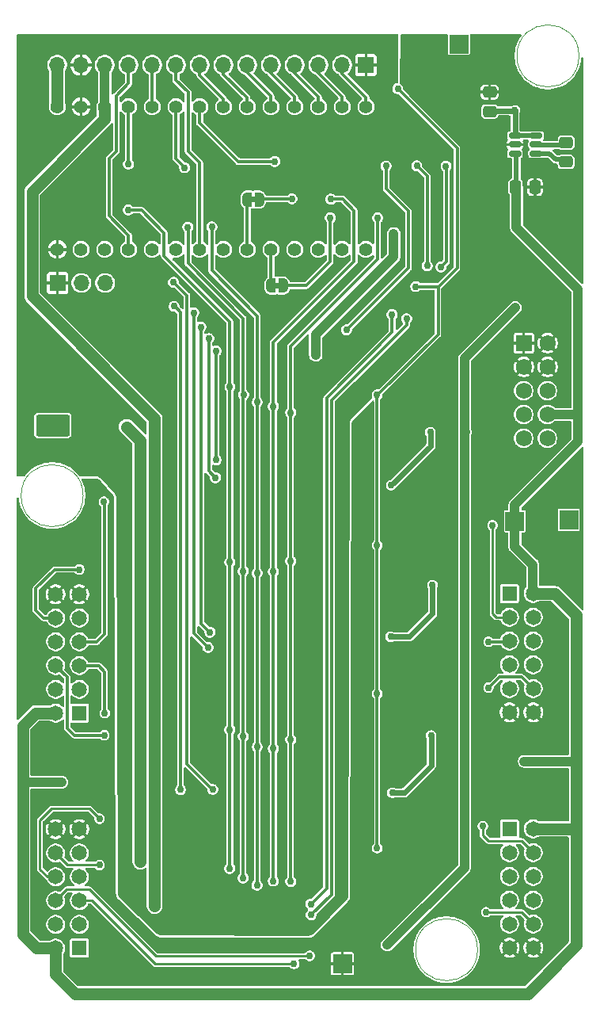
<source format=gbr>
%TF.GenerationSoftware,KiCad,Pcbnew,9.0.0*%
%TF.CreationDate,2025-03-26T11:44:13+11:00*%
%TF.ProjectId,tlv320aic3104 audio rev K twist,746c7633-3230-4616-9963-333130342061,Rev F*%
%TF.SameCoordinates,Original*%
%TF.FileFunction,Copper,L2,Bot*%
%TF.FilePolarity,Positive*%
%FSLAX46Y46*%
G04 Gerber Fmt 4.6, Leading zero omitted, Abs format (unit mm)*
G04 Created by KiCad (PCBNEW 9.0.0) date 2025-03-26 11:44:13*
%MOMM*%
%LPD*%
G01*
G04 APERTURE LIST*
G04 Aperture macros list*
%AMRoundRect*
0 Rectangle with rounded corners*
0 $1 Rounding radius*
0 $2 $3 $4 $5 $6 $7 $8 $9 X,Y pos of 4 corners*
0 Add a 4 corners polygon primitive as box body*
4,1,4,$2,$3,$4,$5,$6,$7,$8,$9,$2,$3,0*
0 Add four circle primitives for the rounded corners*
1,1,$1+$1,$2,$3*
1,1,$1+$1,$4,$5*
1,1,$1+$1,$6,$7*
1,1,$1+$1,$8,$9*
0 Add four rect primitives between the rounded corners*
20,1,$1+$1,$2,$3,$4,$5,0*
20,1,$1+$1,$4,$5,$6,$7,0*
20,1,$1+$1,$6,$7,$8,$9,0*
20,1,$1+$1,$8,$9,$2,$3,0*%
%AMFreePoly0*
4,1,23,0.500000,-0.750000,0.000000,-0.750000,0.000000,-0.745722,-0.065263,-0.745722,-0.191342,-0.711940,-0.304381,-0.646677,-0.396677,-0.554381,-0.461940,-0.441342,-0.495722,-0.315263,-0.495722,-0.250000,-0.500000,-0.250000,-0.500000,0.250000,-0.495722,0.250000,-0.495722,0.315263,-0.461940,0.441342,-0.396677,0.554381,-0.304381,0.646677,-0.191342,0.711940,-0.065263,0.745722,0.000000,0.745722,
0.000000,0.750000,0.500000,0.750000,0.500000,-0.750000,0.500000,-0.750000,$1*%
%AMFreePoly1*
4,1,23,0.000000,0.745722,0.065263,0.745722,0.191342,0.711940,0.304381,0.646677,0.396677,0.554381,0.461940,0.441342,0.495722,0.315263,0.495722,0.250000,0.500000,0.250000,0.500000,-0.250000,0.495722,-0.250000,0.495722,-0.315263,0.461940,-0.441342,0.396677,-0.554381,0.304381,-0.646677,0.191342,-0.711940,0.065263,-0.745722,0.000000,-0.745722,0.000000,-0.750000,-0.500000,-0.750000,
-0.500000,0.750000,0.000000,0.750000,0.000000,0.745722,0.000000,0.745722,$1*%
G04 Aperture macros list end*
%TA.AperFunction,EtchedComponent*%
%ADD10C,0.120000*%
%TD*%
%TA.AperFunction,EtchedComponent*%
%ADD11C,0.000000*%
%TD*%
%TA.AperFunction,ComponentPad*%
%ADD12R,2.000000X2.000000*%
%TD*%
%TA.AperFunction,ComponentPad*%
%ADD13R,1.700000X1.700000*%
%TD*%
%TA.AperFunction,ComponentPad*%
%ADD14O,1.700000X1.700000*%
%TD*%
%TA.AperFunction,SMDPad,CuDef*%
%ADD15RoundRect,0.250000X1.550000X-0.920000X1.550000X0.920000X-1.550000X0.920000X-1.550000X-0.920000X0*%
%TD*%
%TA.AperFunction,ComponentPad*%
%ADD16R,1.725000X1.725000*%
%TD*%
%TA.AperFunction,ComponentPad*%
%ADD17C,1.725000*%
%TD*%
%TA.AperFunction,ComponentPad*%
%ADD18R,1.650000X1.650000*%
%TD*%
%TA.AperFunction,ComponentPad*%
%ADD19C,1.650000*%
%TD*%
%TA.AperFunction,ComponentPad*%
%ADD20C,1.409600*%
%TD*%
%TA.AperFunction,SMDPad,CuDef*%
%ADD21FreePoly0,180.000000*%
%TD*%
%TA.AperFunction,SMDPad,CuDef*%
%ADD22FreePoly1,180.000000*%
%TD*%
%TA.AperFunction,SMDPad,CuDef*%
%ADD23RoundRect,0.250000X0.337500X0.475000X-0.337500X0.475000X-0.337500X-0.475000X0.337500X-0.475000X0*%
%TD*%
%TA.AperFunction,SMDPad,CuDef*%
%ADD24RoundRect,0.150000X-0.512500X-0.150000X0.512500X-0.150000X0.512500X0.150000X-0.512500X0.150000X0*%
%TD*%
%TA.AperFunction,SMDPad,CuDef*%
%ADD25RoundRect,0.250000X-0.475000X0.337500X-0.475000X-0.337500X0.475000X-0.337500X0.475000X0.337500X0*%
%TD*%
%TA.AperFunction,ViaPad*%
%ADD26C,0.762000*%
%TD*%
%TA.AperFunction,ViaPad*%
%ADD27C,0.889000*%
%TD*%
%TA.AperFunction,Conductor*%
%ADD28C,0.304800*%
%TD*%
%TA.AperFunction,Conductor*%
%ADD29C,1.016000*%
%TD*%
%TA.AperFunction,Conductor*%
%ADD30C,1.270000*%
%TD*%
%TA.AperFunction,Conductor*%
%ADD31C,0.609600*%
%TD*%
%TA.AperFunction,Conductor*%
%ADD32C,0.508000*%
%TD*%
%TA.AperFunction,Conductor*%
%ADD33C,0.279400*%
%TD*%
%TA.AperFunction,Conductor*%
%ADD34C,0.254000*%
%TD*%
G04 APERTURE END LIST*
D10*
%TO.C,H3*%
X7874000Y-50052200D02*
G75*
G02*
X1239556Y-50052200I-3317222J0D01*
G01*
X1239556Y-50052200D02*
G75*
G02*
X7874000Y-50052200I3317222J0D01*
G01*
%TO.C,H2*%
X60909200Y-3073400D02*
G75*
G02*
X54274756Y-3073400I-3317222J0D01*
G01*
X54274756Y-3073400D02*
G75*
G02*
X60909200Y-3073400I3317222J0D01*
G01*
%TO.C,H1*%
X50063400Y-98552200D02*
G75*
G02*
X43428956Y-98552200I-3317222J0D01*
G01*
X43428956Y-98552200D02*
G75*
G02*
X50063400Y-98552200I3317222J0D01*
G01*
D11*
%TA.AperFunction,EtchedComponent*%
%TO.C,JP3*%
G36*
X28875800Y-27909800D02*
G01*
X28375800Y-27909800D01*
X28375800Y-27309800D01*
X28875800Y-27309800D01*
X28875800Y-27909800D01*
G37*
%TD.AperFunction*%
%TA.AperFunction,EtchedComponent*%
%TO.C,JP2*%
G36*
X26310400Y-18715000D02*
G01*
X25810400Y-18715000D01*
X25810400Y-18115000D01*
X26310400Y-18115000D01*
X26310400Y-18715000D01*
G37*
%TD.AperFunction*%
%TD*%
D12*
%TO.P,TP3,1,1*%
%TO.N,VIN*%
X48056800Y-1803400D03*
%TD*%
%TO.P,TP1,1,1*%
%TO.N,V-*%
X54051200Y-52781200D03*
%TD*%
D13*
%TO.P,J1,1,Pin_1*%
%TO.N,DGND*%
X5130800Y-27330400D03*
D14*
%TO.P,J1,2,Pin_2*%
%TO.N,/Digital/RX1*%
X7670800Y-27330400D03*
%TO.P,J1,3,Pin_3*%
%TO.N,/Digital/TX1*%
X10210800Y-27330400D03*
%TD*%
D15*
%TO.P,U2,4,VOUT*%
%TO.N,+1V8*%
X4622800Y-42547800D03*
%TD*%
D12*
%TO.P,TP4,1,1*%
%TO.N,AGND*%
X35610800Y-100050600D03*
%TD*%
D16*
%TO.P,POWER1,1,Pin_1*%
%TO.N,AGND*%
X55000000Y-33756600D03*
D17*
%TO.P,POWER1,2,Pin_2*%
X57540000Y-33756600D03*
%TO.P,POWER1,3,Pin_3*%
X55000000Y-36296600D03*
%TO.P,POWER1,4,Pin_4*%
X57540000Y-36296600D03*
%TO.P,POWER1,5,Pin_5*%
%TO.N,VIN*%
X55000000Y-38836600D03*
%TO.P,POWER1,6,Pin_6*%
X57540000Y-38836600D03*
%TO.P,POWER1,7,Pin_7*%
%TO.N,V-*%
X55000000Y-41376600D03*
%TO.P,POWER1,8,Pin_8*%
X57540000Y-41376600D03*
%TO.P,POWER1,9,Pin_9*%
%TO.N,V+*%
X55000000Y-43916600D03*
%TO.P,POWER1,10,Pin_10*%
X57540000Y-43916600D03*
%TD*%
D18*
%TO.P,J6,1,Pin_1*%
%TO.N,V+*%
X53476000Y-85648800D03*
D19*
%TO.P,J6,2,Pin_2*%
%TO.N,V-*%
X56016000Y-85648800D03*
%TO.P,J6,3,Pin_3*%
%TO.N,HP4+*%
X53476000Y-88188800D03*
%TO.P,J6,4,Pin_4*%
%TO.N,HP4-*%
X56016000Y-88188800D03*
%TO.P,J6,5,Pin_5*%
%TO.N,HP3+*%
X53476000Y-90728800D03*
%TO.P,J6,6,Pin_6*%
%TO.N,HP3-*%
X56016000Y-90728800D03*
%TO.P,J6,7,Pin_7*%
%TO.N,HP2+*%
X53476000Y-93268800D03*
%TO.P,J6,8,Pin_8*%
%TO.N,HP2-*%
X56016000Y-93268800D03*
%TO.P,J6,9,Pin_9*%
%TO.N,HP1+*%
X53476000Y-95808800D03*
%TO.P,J6,10,Pin_10*%
%TO.N,HP1-*%
X56016000Y-95808800D03*
%TO.P,J6,11,Pin_11*%
%TO.N,AGND*%
X53476000Y-98348800D03*
%TO.P,J6,12,Pin_12*%
X56016000Y-98348800D03*
%TD*%
D12*
%TO.P,TP2,1,1*%
%TO.N,V+*%
X59817000Y-52628800D03*
%TD*%
D18*
%TO.P,J5,1,Pin_1*%
%TO.N,V+*%
X7467600Y-98374200D03*
D19*
%TO.P,J5,2,Pin_2*%
%TO.N,V-*%
X4927600Y-98374200D03*
%TO.P,J5,3,Pin_3*%
%TO.N,/CODEC_1/IN1+*%
X7467600Y-95834200D03*
%TO.P,J5,4,Pin_4*%
%TO.N,/CODEC_1/IN1-*%
X4927600Y-95834200D03*
%TO.P,J5,5,Pin_5*%
%TO.N,/CODEC_1/IN2+*%
X7467600Y-93294200D03*
%TO.P,J5,6,Pin_6*%
%TO.N,/CODEC_1/IN2-*%
X4927600Y-93294200D03*
%TO.P,J5,7,Pin_7*%
%TO.N,/CODEC_1/IN3+*%
X7467600Y-90754200D03*
%TO.P,J5,8,Pin_8*%
%TO.N,/CODEC_1/IN3-*%
X4927600Y-90754200D03*
%TO.P,J5,9,Pin_9*%
%TO.N,/CODEC_1/IN4+*%
X7467600Y-88214200D03*
%TO.P,J5,10,Pin_10*%
%TO.N,/CODEC_1/IN4-*%
X4927600Y-88214200D03*
%TO.P,J5,11,Pin_11*%
%TO.N,AGND*%
X7467600Y-85674200D03*
%TO.P,J5,12,Pin_12*%
X4927600Y-85674200D03*
%TD*%
D18*
%TO.P,J7,1,Pin_1*%
%TO.N,V+*%
X7467600Y-73279000D03*
D19*
%TO.P,J7,2,Pin_2*%
%TO.N,V-*%
X4927600Y-73279000D03*
%TO.P,J7,3,Pin_3*%
%TO.N,/CODEC_2/IN5+*%
X7467600Y-70739000D03*
%TO.P,J7,4,Pin_4*%
%TO.N,/CODEC_2/IN5-*%
X4927600Y-70739000D03*
%TO.P,J7,5,Pin_5*%
%TO.N,/CODEC_2/IN6+*%
X7467600Y-68199000D03*
%TO.P,J7,6,Pin_6*%
%TO.N,/CODEC_2/IN6-*%
X4927600Y-68199000D03*
%TO.P,J7,7,Pin_7*%
%TO.N,/CODEC_2/IN7+*%
X7467600Y-65659000D03*
%TO.P,J7,8,Pin_8*%
%TO.N,/CODEC_2/IN7-*%
X4927600Y-65659000D03*
%TO.P,J7,9,Pin_9*%
%TO.N,/CODEC_2/IN8+*%
X7467600Y-63119000D03*
%TO.P,J7,10,Pin_10*%
%TO.N,/CODEC_2/IN8-*%
X4927600Y-63119000D03*
%TO.P,J7,11,Pin_11*%
%TO.N,AGND*%
X7467600Y-60579000D03*
%TO.P,J7,12,Pin_12*%
X4927600Y-60579000D03*
%TD*%
D20*
%TO.P,MC1,3.3V@1,3.3V*%
%TO.N,+3.3V*%
X10185400Y-8509000D03*
%TO.P,MC1,AGND,AGND*%
%TO.N,DGND*%
X7645400Y-8509000D03*
%TO.P,MC1,D0,D0*%
%TO.N,/Digital/RX1*%
X7645400Y-23749000D03*
%TO.P,MC1,D1,D1*%
%TO.N,/Digital/TX1*%
X10185400Y-23749000D03*
%TO.P,MC1,D2,D2*%
%TO.N,D2*%
X12725400Y-23749000D03*
%TO.P,MC1,D3,D3*%
%TO.N,D3*%
X15265400Y-23749000D03*
%TO.P,MC1,D4,D4*%
%TO.N,D4*%
X17805400Y-23749000D03*
%TO.P,MC1,D5,D5*%
%TO.N,D5*%
X20345400Y-23749000D03*
%TO.P,MC1,D6,D6*%
%TO.N,D6*%
X22885400Y-23749000D03*
%TO.P,MC1,D7,D7/RX2*%
%TO.N,Net-(JP2-B)*%
X25425400Y-23749000D03*
%TO.P,MC1,D8,D8/TX2*%
%TO.N,Net-(JP3-B)*%
X27965400Y-23749000D03*
%TO.P,MC1,D9,D9*%
%TO.N,unconnected-(MC1-PadD9)*%
X30505400Y-23749000D03*
%TO.P,MC1,D10,D10*%
%TO.N,unconnected-(MC1-PadD10)*%
X33045400Y-23749000D03*
%TO.P,MC1,D11,D11*%
%TO.N,D11*%
X35585400Y-23749000D03*
%TO.P,MC1,D12,D12*%
%TO.N,D12*%
X38125400Y-23749000D03*
%TO.P,MC1,D13/LED,D13/LED*%
%TO.N,D13*%
X38125400Y-8509000D03*
%TO.P,MC1,D14/A0,D14/A0*%
%TO.N,D14*%
X35585400Y-8509000D03*
%TO.P,MC1,D15/A1,D15/A1*%
%TO.N,D15*%
X33045400Y-8509000D03*
%TO.P,MC1,D16/A2,D16/A2*%
%TO.N,D16*%
X30505400Y-8509000D03*
%TO.P,MC1,D17/A3,D17/A3*%
%TO.N,D17*%
X27965400Y-8509000D03*
%TO.P,MC1,D18/A4,D18/A4*%
%TO.N,SDA*%
X25425400Y-8509000D03*
%TO.P,MC1,D19/A5,D19/A5*%
%TO.N,SCL*%
X22885400Y-8509000D03*
%TO.P,MC1,D20/A6,D20/A6*%
%TO.N,/Digital/LRX*%
X20345400Y-8509000D03*
%TO.P,MC1,D21/A7,D21/A7*%
%TO.N,BCX*%
X17805400Y-8509000D03*
%TO.P,MC1,D22/A8,D22/A8*%
%TO.N,RST~{}*%
X15265400Y-8509000D03*
%TO.P,MC1,D23/A9,D23/A9*%
%TO.N,/Digital/MCX*%
X12725400Y-8509000D03*
%TO.P,MC1,GND@1,GND*%
%TO.N,DGND*%
X5105400Y-23749000D03*
%TO.P,MC1,VIN,VIN*%
%TO.N,VIN*%
X5105400Y-8509000D03*
%TD*%
D18*
%TO.P,J8,1,Pin_1*%
%TO.N,V+*%
X53476000Y-60502800D03*
D19*
%TO.P,J8,2,Pin_2*%
%TO.N,V-*%
X56016000Y-60502800D03*
%TO.P,J8,3,Pin_3*%
%TO.N,HP8+*%
X53476000Y-63042800D03*
%TO.P,J8,4,Pin_4*%
%TO.N,HP8-*%
X56016000Y-63042800D03*
%TO.P,J8,5,Pin_5*%
%TO.N,HP7+*%
X53476000Y-65582800D03*
%TO.P,J8,6,Pin_6*%
%TO.N,HP7-*%
X56016000Y-65582800D03*
%TO.P,J8,7,Pin_7*%
%TO.N,HP6+*%
X53476000Y-68122800D03*
%TO.P,J8,8,Pin_8*%
%TO.N,HP6-*%
X56016000Y-68122800D03*
%TO.P,J8,9,Pin_9*%
%TO.N,HP5+*%
X53476000Y-70662800D03*
%TO.P,J8,10,Pin_10*%
%TO.N,HP5-*%
X56016000Y-70662800D03*
%TO.P,J8,11,Pin_11*%
%TO.N,AGND*%
X53476000Y-73202800D03*
%TO.P,J8,12,Pin_12*%
X56016000Y-73202800D03*
%TD*%
D13*
%TO.P,J2,1,Pin_1*%
%TO.N,DGND*%
X38125400Y-4038600D03*
D14*
%TO.P,J2,2,Pin_2*%
%TO.N,D13*%
X35585400Y-4038600D03*
%TO.P,J2,3,Pin_3*%
%TO.N,D14*%
X33045400Y-4038600D03*
%TO.P,J2,4,Pin_4*%
%TO.N,D15*%
X30505400Y-4038600D03*
%TO.P,J2,5,Pin_5*%
%TO.N,D16*%
X27965400Y-4038600D03*
%TO.P,J2,6,Pin_6*%
%TO.N,D17*%
X25425400Y-4038600D03*
%TO.P,J2,7,Pin_7*%
%TO.N,SDA*%
X22885400Y-4038600D03*
%TO.P,J2,8,Pin_8*%
%TO.N,SCL*%
X20345400Y-4038600D03*
%TO.P,J2,9,Pin_9*%
%TO.N,D5*%
X17805400Y-4038600D03*
%TO.P,J2,10,Pin_10*%
%TO.N,RST~{}*%
X15265400Y-4038600D03*
%TO.P,J2,11,Pin_11*%
%TO.N,D2*%
X12725400Y-4038600D03*
%TO.P,J2,12,Pin_12*%
%TO.N,+3.3V*%
X10185400Y-4038600D03*
%TO.P,J2,13,Pin_13*%
%TO.N,DGND*%
X7645400Y-4038600D03*
%TO.P,J2,14,Pin_14*%
%TO.N,VIN*%
X5105400Y-4038600D03*
%TD*%
D21*
%TO.P,JP3,1,A*%
%TO.N,/Digital/DOX*%
X29275800Y-27609800D03*
D22*
%TO.P,JP3,2,B*%
%TO.N,Net-(JP3-B)*%
X27975800Y-27609800D03*
%TD*%
D23*
%TO.P,C11,1*%
%TO.N,AGND*%
X56206300Y-17094200D03*
%TO.P,C11,2*%
%TO.N,V-*%
X54131300Y-17094200D03*
%TD*%
D24*
%TO.P,U3,1,VOUT*%
%TO.N,V-*%
X54056700Y-13497600D03*
%TO.P,U3,2,GND*%
%TO.N,AGND*%
X54056700Y-12547600D03*
%TO.P,U3,3,VIN*%
%TO.N,VIN*%
X54056700Y-11597600D03*
%TO.P,U3,4,EN*%
X56331700Y-11597600D03*
%TO.P,U3,5,C1+*%
%TO.N,Net-(U3-C1+)*%
X56331700Y-12547600D03*
%TO.P,U3,6,C1-*%
%TO.N,Net-(U3-C1-)*%
X56331700Y-13497600D03*
%TD*%
D25*
%TO.P,C12,1*%
%TO.N,Net-(U3-C1+)*%
X59537600Y-12322900D03*
%TO.P,C12,2*%
%TO.N,Net-(U3-C1-)*%
X59537600Y-14397900D03*
%TD*%
%TO.P,C13,1*%
%TO.N,AGND*%
X51358800Y-6938100D03*
%TO.P,C13,2*%
%TO.N,VIN*%
X51358800Y-9013100D03*
%TD*%
D21*
%TO.P,JP2,1,A*%
%TO.N,/Digital/DIX*%
X26710400Y-18415000D03*
D22*
%TO.P,JP2,2,B*%
%TO.N,Net-(JP2-B)*%
X25410400Y-18415000D03*
%TD*%
D26*
%TO.N,AGND*%
X51917600Y-13284200D03*
X58318400Y-16357600D03*
%TO.N,DGND*%
X8102600Y-44424600D03*
X1498600Y-44399200D03*
X1473200Y-46380400D03*
X8102600Y-39776400D03*
X2692400Y-39725600D03*
X1346200Y-39725600D03*
%TO.N,DIN_RX*%
X28219400Y-91211400D03*
X28219400Y-77063600D03*
X28219400Y-58166000D03*
X28219400Y-40513000D03*
X34366200Y-18364200D03*
%TO.N,DOUT_TX*%
X30073600Y-76098400D03*
X39370000Y-20370800D03*
X30073600Y-91262200D03*
X30073600Y-41173400D03*
X30073600Y-57023000D03*
%TO.N,AGND*%
X51943000Y-22123400D03*
X37769800Y-64541400D03*
X42875200Y-63068200D03*
X54076600Y-6299200D03*
X50215800Y-75641200D03*
X45034200Y-72517000D03*
X50114200Y-90424000D03*
X46380400Y-46456600D03*
X37871400Y-74752200D03*
X37871400Y-86080600D03*
X46253400Y-50647600D03*
X37795200Y-53543200D03*
X41808400Y-46278800D03*
X10388600Y-79578200D03*
X51079400Y-50444400D03*
X37886472Y-42240200D03*
X42525000Y-79125000D03*
X37871400Y-91008200D03*
X10261600Y-100787200D03*
X40741600Y-89001600D03*
X37795200Y-48234600D03*
X58420000Y-22733000D03*
X51968400Y-26289000D03*
X40513000Y-56286400D03*
X44856400Y-86004400D03*
X2667000Y-56540400D03*
X51943000Y-16332200D03*
X9275000Y-67000000D03*
X37871400Y-76784200D03*
X50241200Y-81686400D03*
X46253400Y-65735200D03*
X40817800Y-40233600D03*
X10388600Y-81991200D03*
X19100800Y-98171000D03*
D27*
X56921400Y-52781200D03*
D26*
X10300000Y-91300000D03*
X60325000Y-8813800D03*
X37871400Y-60528200D03*
X37886472Y-43764200D03*
X37871400Y-59004200D03*
X37820600Y-81178400D03*
X40741600Y-72517000D03*
X37871400Y-93040200D03*
X45059600Y-40233600D03*
X46431200Y-56235600D03*
X58369200Y-27736800D03*
X41650000Y-94792800D03*
X51943000Y-10922000D03*
X46228000Y-81711800D03*
X37795200Y-69900800D03*
X50317400Y-69062600D03*
X2650000Y-67025000D03*
%TO.N,DGND*%
X8102600Y-46380400D03*
X17170400Y-42494200D03*
X14020800Y-91008200D03*
X22072600Y-58826400D03*
X17195800Y-62687200D03*
X34340800Y-16662400D03*
X12395200Y-81965800D03*
X11074400Y-31394400D03*
X16992600Y-81483200D03*
X31826200Y-90754200D03*
X39674800Y-11785600D03*
X15367000Y-10693400D03*
X21590000Y-63271400D03*
X27355800Y-34239200D03*
X6477000Y-39725600D03*
X32080200Y-75285600D03*
X17170400Y-55600600D03*
X16992600Y-78816200D03*
X32054800Y-58674000D03*
X20472400Y-91186000D03*
X21920200Y-55524400D03*
X17170400Y-46736000D03*
X16992600Y-77241400D03*
X20472400Y-93802200D03*
X41808400Y-34518600D03*
X11074400Y-33883600D03*
X12293600Y-59512200D03*
X17195800Y-58826400D03*
X15570200Y-37338000D03*
X12319000Y-62077600D03*
X12319000Y-64820800D03*
X6527800Y-17983200D03*
X43103800Y-17983200D03*
X12369800Y-79552800D03*
X42976800Y-11785600D03*
X17170400Y-40335200D03*
X21818600Y-17957800D03*
X31597600Y-35229800D03*
X41884600Y-28956000D03*
X38887400Y-37515800D03*
X21336000Y-75768200D03*
X31521400Y-42062400D03*
X14020800Y-92659200D03*
%TO.N,MCLK*%
X23545800Y-75057000D03*
X12700000Y-19532600D03*
X23545800Y-89865200D03*
X23545800Y-57150000D03*
X23571200Y-38404800D03*
%TO.N,BCLK*%
X24993600Y-90881200D03*
X19075400Y-21361400D03*
X24993600Y-75768200D03*
X25044400Y-39268400D03*
X24993600Y-58115200D03*
%TO.N,LRCLK*%
X26492200Y-76885800D03*
X26466800Y-91668600D03*
X26492200Y-40055800D03*
X26492200Y-58318400D03*
X21640800Y-21336000D03*
%TO.N,Net-(IC2-A0)*%
X46151800Y-25603200D03*
X46685200Y-14859000D03*
%TO.N,Net-(IC2-A1)*%
X43561000Y-14808200D03*
X44678600Y-25501600D03*
%TO.N,Net-(IC2-A2)*%
X36042600Y-32334200D03*
X40284400Y-14833600D03*
%TO.N,+3.3V*%
X32766000Y-35026600D03*
X15519400Y-60680600D03*
X10833100Y-37172900D03*
X41097200Y-22072600D03*
X15519400Y-80111600D03*
X15519400Y-93878400D03*
X15519400Y-45948600D03*
%TO.N,/CODEC_2/IN8-*%
X7467600Y-57937400D03*
%TO.N,+3.3VA*%
X48742600Y-43256200D03*
D27*
X54076600Y-29972000D03*
D26*
X40944800Y-81788000D03*
X45085000Y-75666600D03*
X48641000Y-89662000D03*
X45008800Y-43256200D03*
X48666400Y-75666600D03*
X40817800Y-48945800D03*
X48666400Y-59639200D03*
X40767000Y-65125600D03*
X40400000Y-98044000D03*
X45237400Y-59598600D03*
%TO.N,SCL1*%
X17526000Y-27254200D03*
X21742400Y-81432400D03*
%TO.N,SCL3*%
X22098000Y-34594800D03*
X22098000Y-46228000D03*
%TO.N,SCL0*%
X32232600Y-93675200D03*
X40919400Y-30708600D03*
%TO.N,SCL2*%
X20472400Y-32029400D03*
X21437600Y-64643000D03*
%TO.N,VIN*%
X54051200Y-8890000D03*
%TO.N,+1V8*%
X13995400Y-89154000D03*
X13995400Y-78282800D03*
X12522200Y-42697800D03*
X13995400Y-56032400D03*
%TO.N,/CODEC_2/IN7+*%
X10083800Y-50698400D03*
%TO.N,HP7+*%
X51231800Y-65659000D03*
%TO.N,/CODEC_2/IN6+*%
X10185400Y-73279000D03*
%TO.N,/CODEC_2/IN6-*%
X10134600Y-75641200D03*
%TO.N,/CODEC_1/IN3-*%
X9626600Y-84556600D03*
%TO.N,/CODEC_1/IN4-*%
X9626600Y-89509600D03*
%TO.N,HP8+*%
X51663600Y-53213000D03*
%TO.N,SDA0*%
X32258000Y-94818200D03*
X42468800Y-31140400D03*
%TO.N,HP5-*%
X51231800Y-70561200D03*
%TO.N,HP1-*%
X50977800Y-94538800D03*
%TO.N,HP4-*%
X50622200Y-85344000D03*
%TO.N,BCX*%
X18719800Y-15011400D03*
%TO.N,SDA1*%
X18288000Y-81457800D03*
X17602200Y-29819600D03*
%TO.N,SDA2*%
X21234400Y-66268600D03*
X19710400Y-30505400D03*
%TO.N,SDA3*%
X22021800Y-48133000D03*
X21323300Y-33261300D03*
%TO.N,/CODEC_1/IN2+*%
X30429200Y-100076000D03*
%TO.N,V-*%
X5562600Y-80645000D03*
X55067200Y-78435200D03*
%TO.N,/CODEC_1/IN2-*%
X32105600Y-99212400D03*
%TO.N,/Digital/DIX*%
X30200600Y-18338800D03*
%TO.N,/Digital/DOX*%
X34315400Y-20370800D03*
%TO.N,/Digital/LRX*%
X28371800Y-14351000D03*
%TO.N,/Digital/MCX*%
X12725400Y-14630400D03*
%TO.N,RST~{}*%
X39319200Y-55321200D03*
X39319200Y-39268400D03*
X39319200Y-87706200D03*
X39319200Y-71196200D03*
X43459400Y-27711400D03*
X41529000Y-6578600D03*
%TD*%
D28*
%TO.N,SCL*%
X22885400Y-7645400D02*
X22885400Y-8509000D01*
X20345400Y-5105400D02*
X22885400Y-7645400D01*
X20345400Y-4038600D02*
X20345400Y-5105400D01*
%TO.N,SDA*%
X25374600Y-7518400D02*
X22885400Y-5029200D01*
X22885400Y-5029200D02*
X22885400Y-4038600D01*
X25374600Y-8458200D02*
X25374600Y-7518400D01*
%TO.N,DIN_RX*%
X35636200Y-18364200D02*
X36855400Y-19583400D01*
X36855400Y-19583400D02*
X36855400Y-25044400D01*
X34366200Y-18364200D02*
X35636200Y-18364200D01*
X36855400Y-25044400D02*
X28219400Y-33680400D01*
X28219400Y-33680400D02*
X28219400Y-91211400D01*
%TO.N,DOUT_TX*%
X39344600Y-20624800D02*
X39370000Y-20599400D01*
X30073600Y-91262200D02*
X30073600Y-34061400D01*
X39344600Y-24790400D02*
X39344600Y-20624800D01*
X39370000Y-20599400D02*
X39370000Y-20370800D01*
X30073600Y-34061400D02*
X39344600Y-24790400D01*
%TO.N,MCLK*%
X16535400Y-24409400D02*
X23571200Y-31445200D01*
X23571200Y-38404800D02*
X23571200Y-89839800D01*
X23571200Y-89839800D02*
X23545800Y-89865200D01*
X23571200Y-31445200D02*
X23571200Y-38404800D01*
X16535400Y-21971000D02*
X16535400Y-24409400D01*
X12700000Y-19532600D02*
X14097000Y-19532600D01*
X14097000Y-19532600D02*
X16535400Y-21971000D01*
%TO.N,BCLK*%
X24993600Y-90881200D02*
X24993600Y-31140400D01*
X19100800Y-25247600D02*
X19100800Y-21386800D01*
X19100800Y-21386800D02*
X19075400Y-21361400D01*
X24993600Y-31140400D02*
X19100800Y-25247600D01*
%TO.N,LRCLK*%
X26492200Y-91643200D02*
X26492200Y-30861000D01*
X26492200Y-30861000D02*
X21640800Y-26009600D01*
X21640800Y-26009600D02*
X21640800Y-21336000D01*
X26466800Y-91668600D02*
X26492200Y-91643200D01*
%TO.N,Net-(IC2-A0)*%
X46151800Y-25603200D02*
X46177200Y-25603200D01*
X46177200Y-25603200D02*
X46710600Y-25069800D01*
X46710600Y-25069800D02*
X46710600Y-14884400D01*
X46710600Y-14884400D02*
X46685200Y-14859000D01*
%TO.N,Net-(IC2-A1)*%
X44678600Y-25501600D02*
X44678600Y-15925800D01*
X44678600Y-15925800D02*
X43561000Y-14808200D01*
%TO.N,Net-(IC2-A2)*%
X40284400Y-17272000D02*
X40284400Y-14833600D01*
X36042600Y-32334200D02*
X42646600Y-25730200D01*
X42646600Y-25730200D02*
X42646600Y-19634200D01*
X42646600Y-19634200D02*
X40284400Y-17272000D01*
%TO.N,D2*%
X12725400Y-6019800D02*
X12725400Y-4038600D01*
X11430000Y-13258800D02*
X11430000Y-7315200D01*
X10642600Y-20167600D02*
X10642600Y-14046200D01*
X12725400Y-23749000D02*
X12725400Y-22250400D01*
X11430000Y-7315200D02*
X12725400Y-6019800D01*
X10642600Y-14046200D02*
X11430000Y-13258800D01*
X12725400Y-22250400D02*
X10642600Y-20167600D01*
%TO.N,D5*%
X20345400Y-14478000D02*
X19100800Y-13233400D01*
X19100800Y-6959600D02*
X17805400Y-5664200D01*
X20345400Y-23749000D02*
X20345400Y-14478000D01*
X19100800Y-13233400D02*
X19100800Y-6959600D01*
X17805400Y-5664200D02*
X17805400Y-4038600D01*
%TO.N,D17*%
X27965400Y-7366000D02*
X25425400Y-4826000D01*
X27965400Y-8509000D02*
X27965400Y-7366000D01*
X25425400Y-4826000D02*
X25425400Y-4038600D01*
D29*
%TO.N,+3.3V*%
X32740600Y-32867600D02*
X32740600Y-35001200D01*
D30*
X2413000Y-28702000D02*
X2413000Y-17551400D01*
X2413000Y-17551400D02*
X10185400Y-9779000D01*
D29*
X41071800Y-22072600D02*
X41071800Y-24536400D01*
X41097200Y-22072600D02*
X41071800Y-22072600D01*
D30*
X15519400Y-41808400D02*
X2413000Y-28702000D01*
D29*
X41071800Y-24536400D02*
X32740600Y-32867600D01*
D30*
X15519400Y-45948600D02*
X15519400Y-41808400D01*
X10185400Y-9779000D02*
X10185400Y-8509000D01*
X15519400Y-93878400D02*
X15519400Y-45948600D01*
D29*
X10185400Y-4038600D02*
X10185400Y-8509000D01*
X32740600Y-35001200D02*
X32766000Y-35026600D01*
D28*
%TO.N,/CODEC_2/IN8-*%
X3632200Y-63119000D02*
X4927600Y-63119000D01*
X2819400Y-62306200D02*
X3632200Y-63119000D01*
X2819400Y-59944000D02*
X2819400Y-62306200D01*
X4826000Y-57937400D02*
X2819400Y-59944000D01*
X7467600Y-57937400D02*
X4826000Y-57937400D01*
D31*
%TO.N,+3.3VA*%
X45059600Y-43256200D02*
X45059600Y-44729400D01*
X45110400Y-78892400D02*
X45110400Y-75692000D01*
D29*
X48641000Y-89662000D02*
X48666400Y-89636600D01*
X48742600Y-43256200D02*
X48691800Y-43205400D01*
D31*
X45110400Y-75692000D02*
X45085000Y-75666600D01*
X45237400Y-62661800D02*
X42773600Y-65125600D01*
D29*
X48691800Y-43205400D02*
X48691800Y-35356800D01*
X48641000Y-89803000D02*
X48641000Y-89662000D01*
D31*
X42214800Y-81788000D02*
X45110400Y-78892400D01*
X45237400Y-59598600D02*
X45237400Y-62661800D01*
X45008800Y-43256200D02*
X45059600Y-43256200D01*
X42773600Y-65125600D02*
X40767000Y-65125600D01*
D29*
X48666400Y-43332400D02*
X48742600Y-43256200D01*
D31*
X40843200Y-48945800D02*
X40817800Y-48945800D01*
D29*
X48666400Y-89636600D02*
X48666400Y-43332400D01*
X48691800Y-35356800D02*
X54076600Y-29972000D01*
X40400000Y-98044000D02*
X48641000Y-89803000D01*
D31*
X40944800Y-81788000D02*
X42214800Y-81788000D01*
X45059600Y-44729400D02*
X40843200Y-48945800D01*
D28*
%TO.N,SCL1*%
X21742400Y-81432400D02*
X21742400Y-81483200D01*
X18973800Y-28676600D02*
X17551400Y-27254200D01*
X17551400Y-27254200D02*
X17526000Y-27254200D01*
X18973800Y-78714600D02*
X18973800Y-28676600D01*
X21742400Y-81483200D02*
X18973800Y-78714600D01*
%TO.N,SCL3*%
X22098000Y-34594800D02*
X22098000Y-46228000D01*
%TO.N,SCL0*%
X40919400Y-32613600D02*
X33909000Y-39624000D01*
X33909000Y-92024200D02*
X32258000Y-93675200D01*
X33909000Y-39624000D02*
X33909000Y-92024200D01*
X32258000Y-93675200D02*
X32232600Y-93675200D01*
X40919400Y-30708600D02*
X40919400Y-32613600D01*
%TO.N,SCL2*%
X21412200Y-64643000D02*
X21437600Y-64643000D01*
X20472400Y-63703200D02*
X21412200Y-64643000D01*
X20472400Y-32029400D02*
X20472400Y-63703200D01*
D32*
%TO.N,VIN*%
X54056700Y-11597600D02*
X56331700Y-11597600D01*
D30*
X5105400Y-4140200D02*
X5105400Y-8509000D01*
D31*
X54051200Y-8890000D02*
X54056700Y-8895500D01*
X54051200Y-8890000D02*
X54015600Y-8925600D01*
X54015600Y-8925600D02*
X51358800Y-8925600D01*
X54056700Y-8895500D02*
X54056700Y-11597600D01*
D30*
%TO.N,+1V8*%
X12548000Y-42697800D02*
X13995400Y-44145200D01*
X13995400Y-44145200D02*
X13995400Y-89154000D01*
X12522200Y-42697800D02*
X12548000Y-42697800D01*
D28*
%TO.N,/CODEC_2/IN7+*%
X10083800Y-50698400D02*
X10160000Y-50774600D01*
X10160000Y-50774600D02*
X10160000Y-64846200D01*
X10160000Y-64846200D02*
X9347200Y-65659000D01*
X9347200Y-65659000D02*
X7467600Y-65659000D01*
%TO.N,HP7+*%
X51231800Y-65659000D02*
X53238400Y-65659000D01*
X53238400Y-65659000D02*
X53314600Y-65582800D01*
X53314600Y-65582800D02*
X53476000Y-65582800D01*
%TO.N,/CODEC_2/IN6+*%
X10185400Y-68859400D02*
X9525000Y-68199000D01*
X10185400Y-73279000D02*
X10185400Y-68859400D01*
X9525000Y-68199000D02*
X7467600Y-68199000D01*
%TO.N,/CODEC_2/IN6-*%
X6172200Y-69443600D02*
X4927600Y-68199000D01*
X10134600Y-75641200D02*
X6934200Y-75641200D01*
X6172200Y-74879200D02*
X6172200Y-69443600D01*
X6934200Y-75641200D02*
X6172200Y-74879200D01*
D33*
%TO.N,/CODEC_1/IN3-*%
X9626600Y-84556600D02*
X8559800Y-83489800D01*
X4495800Y-83489800D02*
X3251200Y-84734400D01*
X4064000Y-90754200D02*
X4927600Y-90754200D01*
X3251200Y-84734400D02*
X3251200Y-89941400D01*
X8559800Y-83489800D02*
X4495800Y-83489800D01*
X3251200Y-89941400D02*
X4064000Y-90754200D01*
D28*
%TO.N,D16*%
X30505400Y-7467600D02*
X27965400Y-4927600D01*
X27965400Y-4927600D02*
X27965400Y-4038600D01*
X30505400Y-8509000D02*
X30505400Y-7467600D01*
D33*
%TO.N,/CODEC_1/IN4-*%
X9626600Y-89509600D02*
X9601200Y-89484200D01*
X9601200Y-89484200D02*
X6197600Y-89484200D01*
X6197600Y-89484200D02*
X4927600Y-88214200D01*
D34*
%TO.N,HP8+*%
X52070000Y-63042800D02*
X53476000Y-63042800D01*
X51663600Y-53213000D02*
X51663600Y-62636400D01*
X51663600Y-62636400D02*
X52070000Y-63042800D01*
D28*
%TO.N,SDA0*%
X42468800Y-31140400D02*
X42468800Y-31826200D01*
X32283400Y-94818200D02*
X32258000Y-94818200D01*
X42468800Y-31826200D02*
X34442400Y-39852600D01*
X34442400Y-39852600D02*
X34442400Y-92659200D01*
X34442400Y-92659200D02*
X32283400Y-94818200D01*
%TO.N,HP5-*%
X51282600Y-70510400D02*
X52374800Y-69418200D01*
X54771400Y-69418200D02*
X56016000Y-70662800D01*
X52374800Y-69418200D02*
X54771400Y-69418200D01*
D33*
%TO.N,HP1-*%
X50977800Y-94538800D02*
X54746000Y-94538800D01*
X54746000Y-94538800D02*
X56016000Y-95808800D01*
%TO.N,HP4-*%
X51257200Y-86944200D02*
X54771400Y-86944200D01*
X50622200Y-86309200D02*
X51257200Y-86944200D01*
X54771400Y-86944200D02*
X56016000Y-88188800D01*
X50622200Y-85344000D02*
X50622200Y-86309200D01*
D28*
%TO.N,BCX*%
X18719800Y-14935200D02*
X17805400Y-14020800D01*
X17805400Y-14020800D02*
X17805400Y-8509000D01*
%TO.N,SDA1*%
X17653000Y-29819600D02*
X18288000Y-30454600D01*
X17602200Y-29819600D02*
X17653000Y-29819600D01*
X18288000Y-30454600D02*
X18288000Y-81457800D01*
%TO.N,SDA2*%
X19710400Y-64744600D02*
X21234400Y-66268600D01*
X19710400Y-30505400D02*
X19710400Y-64744600D01*
%TO.N,SDA3*%
X21323300Y-33261300D02*
X21310600Y-33274000D01*
X21310600Y-47421800D02*
X22021800Y-48133000D01*
X21310600Y-33274000D02*
X21310600Y-47421800D01*
%TO.N,D13*%
X38125400Y-8509000D02*
X38125400Y-7505700D01*
X38125400Y-7505700D02*
X35585400Y-4965700D01*
X35585400Y-4965700D02*
X35585400Y-4038600D01*
D33*
%TO.N,/CODEC_1/IN2+*%
X8813800Y-93294200D02*
X7848600Y-93294200D01*
X30429200Y-100076000D02*
X15595600Y-100076000D01*
X15595600Y-100076000D02*
X8813800Y-93294200D01*
D28*
%TO.N,D14*%
X35585400Y-8509000D02*
X35585400Y-7442200D01*
X35585400Y-7442200D02*
X33045400Y-4902200D01*
X33045400Y-4902200D02*
X33045400Y-4038600D01*
%TO.N,D15*%
X30505400Y-4927600D02*
X30505400Y-4038600D01*
X33045400Y-7467600D02*
X30505400Y-4927600D01*
X33045400Y-8509000D02*
X33045400Y-7467600D01*
D29*
%TO.N,V-*%
X55981600Y-57429400D02*
X54051200Y-55499000D01*
D30*
X1422400Y-96926400D02*
X2870200Y-98374200D01*
D29*
X54218800Y-21402000D02*
X54218800Y-17094200D01*
D30*
X60629800Y-98044000D02*
X60629800Y-62839600D01*
X4927600Y-101193600D02*
X6985000Y-103251000D01*
X6985000Y-103251000D02*
X55422800Y-103251000D01*
X4927600Y-98374200D02*
X4927600Y-101193600D01*
D29*
X54051200Y-55499000D02*
X54051200Y-52781200D01*
X57540000Y-41376600D02*
X60807600Y-41376600D01*
D30*
X60553600Y-85648800D02*
X56016000Y-85648800D01*
D32*
X54056700Y-13497600D02*
X54218800Y-13659700D01*
D30*
X4927600Y-73279000D02*
X2768600Y-73279000D01*
D29*
X60807600Y-44272200D02*
X54051200Y-51028600D01*
X55067200Y-78435200D02*
X60604400Y-78435200D01*
D30*
X1422400Y-74625200D02*
X1422400Y-96926400D01*
D29*
X56016000Y-60502800D02*
X55981600Y-60468400D01*
X60807600Y-41656000D02*
X60807600Y-44272200D01*
X5562600Y-80645000D02*
X1803400Y-80645000D01*
D30*
X2768600Y-73279000D02*
X1422400Y-74625200D01*
X2870200Y-98374200D02*
X4927600Y-98374200D01*
X60629800Y-62839600D02*
X58293000Y-60502800D01*
X55422800Y-103251000D02*
X60629800Y-98044000D01*
D29*
X54051200Y-51028600D02*
X54051200Y-52781200D01*
D32*
X54218800Y-13659700D02*
X54218800Y-17094200D01*
D29*
X60807600Y-41376600D02*
X60807600Y-27990800D01*
X60807600Y-27990800D02*
X54218800Y-21402000D01*
D30*
X58293000Y-60502800D02*
X56016000Y-60502800D01*
D29*
X55981600Y-60468400D02*
X55981600Y-57429400D01*
D33*
%TO.N,/CODEC_1/IN2-*%
X15646400Y-99237800D02*
X8509000Y-92100400D01*
X32080200Y-99237800D02*
X15646400Y-99237800D01*
X8509000Y-92100400D02*
X6121400Y-92100400D01*
X6121400Y-92100400D02*
X4927600Y-93294200D01*
X32105600Y-99212400D02*
X32080200Y-99237800D01*
D28*
%TO.N,Net-(JP2-B)*%
X25425400Y-18430000D02*
X25410400Y-18415000D01*
X25425400Y-23749000D02*
X25425400Y-18430000D01*
%TO.N,/Digital/DIX*%
X26786600Y-18338800D02*
X26710400Y-18415000D01*
X30200600Y-18338800D02*
X26786600Y-18338800D01*
%TO.N,/Digital/DOX*%
X34290000Y-25044400D02*
X31724600Y-27609800D01*
X34290000Y-20396200D02*
X34290000Y-25044400D01*
X31724600Y-27609800D02*
X29275800Y-27609800D01*
X34315400Y-20370800D02*
X34290000Y-20396200D01*
%TO.N,Net-(JP3-B)*%
X27975800Y-23759400D02*
X27975800Y-27609800D01*
%TO.N,/Digital/LRX*%
X24460200Y-14351000D02*
X20345400Y-10236200D01*
X20345400Y-10236200D02*
X20345400Y-8509000D01*
X28371800Y-14351000D02*
X24460200Y-14351000D01*
%TO.N,/Digital/MCX*%
X12725400Y-14630400D02*
X12725400Y-8509000D01*
%TO.N,RST~{}*%
X45847000Y-27736800D02*
X45872400Y-27711400D01*
X47879000Y-25704800D02*
X45872400Y-27711400D01*
X43459400Y-27711400D02*
X45872400Y-27711400D01*
X39319200Y-55321200D02*
X39319200Y-39268400D01*
X39319200Y-39268400D02*
X39446200Y-39141400D01*
X41529000Y-6578600D02*
X47879000Y-12928600D01*
X47879000Y-12928600D02*
X47879000Y-25704800D01*
X45847000Y-32816800D02*
X45847000Y-27736800D01*
X15265400Y-8305800D02*
X15265400Y-4038600D01*
X39319200Y-39268400D02*
X39395400Y-39268400D01*
X39319200Y-87706200D02*
X39319200Y-55321200D01*
X39395400Y-39268400D02*
X45847000Y-32816800D01*
D32*
%TO.N,Net-(U3-C1+)*%
X59436000Y-12580400D02*
X59537600Y-12580400D01*
X56331700Y-12547600D02*
X56407900Y-12623800D01*
X56407900Y-12623800D02*
X59392600Y-12623800D01*
X59392600Y-12623800D02*
X59436000Y-12580400D01*
%TO.N,Net-(U3-C1-)*%
X56331700Y-13497600D02*
X57744400Y-13497600D01*
X57744400Y-13497600D02*
X58394600Y-14147800D01*
X58394600Y-14147800D02*
X59530200Y-14147800D01*
X59530200Y-14147800D02*
X59537600Y-14140400D01*
%TD*%
%TA.AperFunction,Conductor*%
%TO.N,AGND*%
G36*
X46820621Y-782502D02*
G01*
X46867114Y-836158D01*
X46878500Y-888500D01*
X46878500Y-2820956D01*
X46878501Y-2820961D01*
X46888845Y-2872969D01*
X46928252Y-2931947D01*
X46987229Y-2971354D01*
X46987231Y-2971355D01*
X47039239Y-2981700D01*
X49074360Y-2981699D01*
X49126369Y-2971355D01*
X49185347Y-2931947D01*
X49224755Y-2872969D01*
X49235100Y-2820961D01*
X49235099Y-888499D01*
X49255101Y-820379D01*
X49308757Y-773886D01*
X49361099Y-762500D01*
X54624153Y-762500D01*
X54692274Y-782502D01*
X54738767Y-836158D01*
X54748871Y-906432D01*
X54728918Y-958502D01*
X54538628Y-1243289D01*
X54373948Y-1551384D01*
X54240258Y-1874142D01*
X54138847Y-2208450D01*
X54070699Y-2551061D01*
X54070696Y-2551082D01*
X54036456Y-2898721D01*
X54036456Y-3248078D01*
X54070696Y-3595717D01*
X54070699Y-3595738D01*
X54138847Y-3938349D01*
X54138850Y-3938360D01*
X54138851Y-3938363D01*
X54240260Y-4272664D01*
X54353234Y-4545407D01*
X54373948Y-4595415D01*
X54538628Y-4903510D01*
X54732707Y-5193969D01*
X54732718Y-5193984D01*
X54954327Y-5464016D01*
X54954345Y-5464035D01*
X55201342Y-5711032D01*
X55201361Y-5711050D01*
X55471393Y-5932659D01*
X55471402Y-5932666D01*
X55761870Y-6126751D01*
X56069963Y-6291430D01*
X56392714Y-6425118D01*
X56727015Y-6526527D01*
X56727024Y-6526528D01*
X56727028Y-6526530D01*
X56843268Y-6549651D01*
X57069645Y-6594680D01*
X57417306Y-6628922D01*
X57417315Y-6628922D01*
X57766641Y-6628922D01*
X57766650Y-6628922D01*
X58114311Y-6594680D01*
X58396515Y-6538546D01*
X58456927Y-6526530D01*
X58456929Y-6526529D01*
X58456941Y-6526527D01*
X58791242Y-6425118D01*
X59113993Y-6291430D01*
X59422086Y-6126751D01*
X59712554Y-5932666D01*
X59982600Y-5711045D01*
X60229623Y-5464022D01*
X60451244Y-5193976D01*
X60645329Y-4903508D01*
X60810008Y-4595415D01*
X60943696Y-4272664D01*
X61045105Y-3938363D01*
X61113258Y-3595733D01*
X61139907Y-3325162D01*
X61166489Y-3259331D01*
X61224444Y-3218321D01*
X61295370Y-3215154D01*
X61356749Y-3250835D01*
X61389093Y-3314036D01*
X61391300Y-3337513D01*
X61391300Y-27299735D01*
X61371298Y-27367856D01*
X61317642Y-27414349D01*
X61247368Y-27424453D01*
X61182788Y-27394959D01*
X61176205Y-27388830D01*
X54942005Y-21154630D01*
X54907979Y-21092318D01*
X54905100Y-21065535D01*
X54905100Y-17614972D01*
X55390201Y-17614972D01*
X55390202Y-17614996D01*
X55396326Y-17671974D01*
X55444424Y-17800928D01*
X55526897Y-17911102D01*
X55637074Y-17993577D01*
X55637073Y-17993577D01*
X55766016Y-18041671D01*
X55766024Y-18041673D01*
X55823015Y-18047799D01*
X56053900Y-18047799D01*
X56358700Y-18047799D01*
X56589573Y-18047799D01*
X56589596Y-18047797D01*
X56646574Y-18041673D01*
X56775528Y-17993575D01*
X56885702Y-17911102D01*
X56968177Y-17800926D01*
X57016271Y-17671983D01*
X57016273Y-17671975D01*
X57022399Y-17614993D01*
X57022400Y-17614976D01*
X57022400Y-17246600D01*
X56358700Y-17246600D01*
X56358700Y-18047799D01*
X56053900Y-18047799D01*
X56053900Y-17246600D01*
X55390201Y-17246600D01*
X55390201Y-17614972D01*
X54905100Y-17614972D01*
X54905100Y-17196692D01*
X54905100Y-17026605D01*
X54897548Y-16988643D01*
X54897182Y-16978542D01*
X54897446Y-16977502D01*
X54897099Y-16973972D01*
X54897099Y-16573406D01*
X55390200Y-16573406D01*
X55390200Y-16941800D01*
X56053900Y-16941800D01*
X56358700Y-16941800D01*
X57022399Y-16941800D01*
X57022399Y-16573427D01*
X57022397Y-16573403D01*
X57016273Y-16516425D01*
X56968175Y-16387471D01*
X56885702Y-16277297D01*
X56775525Y-16194822D01*
X56775526Y-16194822D01*
X56646583Y-16146728D01*
X56646575Y-16146726D01*
X56589593Y-16140600D01*
X56358700Y-16140600D01*
X56358700Y-16941800D01*
X56053900Y-16941800D01*
X56053900Y-16140600D01*
X55823027Y-16140600D01*
X55823003Y-16140602D01*
X55766025Y-16146726D01*
X55637071Y-16194824D01*
X55526897Y-16277297D01*
X55444422Y-16387473D01*
X55396328Y-16516416D01*
X55396326Y-16516424D01*
X55390200Y-16573406D01*
X54897099Y-16573406D01*
X54897099Y-16567616D01*
X54897098Y-16567607D01*
X54894387Y-16538675D01*
X54851744Y-16416808D01*
X54775075Y-16312925D01*
X54726801Y-16277297D01*
X54702278Y-16259198D01*
X54659346Y-16202653D01*
X54651100Y-16157819D01*
X54651100Y-14051919D01*
X54671102Y-13983798D01*
X54723849Y-13937725D01*
X54760410Y-13920677D01*
X54842277Y-13838810D01*
X54891206Y-13733881D01*
X54897500Y-13686073D01*
X54897499Y-13309128D01*
X54891206Y-13261319D01*
X54842277Y-13156390D01*
X54842277Y-13156389D01*
X54833150Y-13147262D01*
X54799124Y-13084950D01*
X54804189Y-13014135D01*
X54833150Y-12969071D01*
X54881583Y-12920638D01*
X54937077Y-12807120D01*
X54947799Y-12733532D01*
X54947800Y-12733524D01*
X54947800Y-12700000D01*
X53165601Y-12700000D01*
X53165601Y-12733528D01*
X53176321Y-12807120D01*
X53176322Y-12807121D01*
X53231817Y-12920640D01*
X53280249Y-12969072D01*
X53314275Y-13031384D01*
X53309210Y-13102199D01*
X53280252Y-13147260D01*
X53271123Y-13156388D01*
X53222193Y-13261320D01*
X53215900Y-13309122D01*
X53215900Y-13686070D01*
X53215901Y-13686082D01*
X53222193Y-13733879D01*
X53222194Y-13733882D01*
X53271122Y-13838810D01*
X53352987Y-13920675D01*
X53352988Y-13920675D01*
X53352990Y-13920677D01*
X53457919Y-13969606D01*
X53505727Y-13975900D01*
X53660500Y-13975899D01*
X53728620Y-13995901D01*
X53775113Y-14049556D01*
X53786500Y-14101899D01*
X53786500Y-16078588D01*
X53766498Y-16146709D01*
X53712842Y-16193202D01*
X53702115Y-16197517D01*
X53591413Y-16236253D01*
X53591411Y-16236254D01*
X53487525Y-16312925D01*
X53410854Y-16416811D01*
X53410853Y-16416813D01*
X53368213Y-16538671D01*
X53365500Y-16567604D01*
X53365500Y-17620783D01*
X53365501Y-17620799D01*
X53368213Y-17649726D01*
X53368214Y-17649729D01*
X53410853Y-17771586D01*
X53410854Y-17771588D01*
X53410855Y-17771589D01*
X53410856Y-17771592D01*
X53487525Y-17875475D01*
X53487529Y-17875480D01*
X53494202Y-17882153D01*
X53491738Y-17884616D01*
X53524252Y-17927437D01*
X53532500Y-17972276D01*
X53532500Y-21469595D01*
X53541421Y-21514445D01*
X53558874Y-21602186D01*
X53610609Y-21727085D01*
X53685716Y-21839491D01*
X53685720Y-21839495D01*
X60084395Y-28238170D01*
X60118421Y-28300482D01*
X60121300Y-28327265D01*
X60121300Y-40564300D01*
X60101298Y-40632421D01*
X60047642Y-40678914D01*
X59995300Y-40690300D01*
X58377803Y-40690300D01*
X58309682Y-40670298D01*
X58288712Y-40653399D01*
X58203471Y-40568158D01*
X58197697Y-40564300D01*
X58146906Y-40530362D01*
X58033004Y-40454255D01*
X57843590Y-40375797D01*
X57642512Y-40335800D01*
X57642510Y-40335800D01*
X57437490Y-40335800D01*
X57437487Y-40335800D01*
X57236409Y-40375797D01*
X57236404Y-40375799D01*
X57046996Y-40454255D01*
X56876529Y-40568157D01*
X56876523Y-40568162D01*
X56731562Y-40713123D01*
X56731557Y-40713129D01*
X56617655Y-40883596D01*
X56539199Y-41073004D01*
X56539197Y-41073009D01*
X56499200Y-41274087D01*
X56499200Y-41274090D01*
X56499200Y-41479110D01*
X56539197Y-41680190D01*
X56617655Y-41869604D01*
X56664671Y-41939968D01*
X56731557Y-42040070D01*
X56731562Y-42040076D01*
X56876523Y-42185037D01*
X56876529Y-42185042D01*
X57046996Y-42298945D01*
X57236410Y-42377403D01*
X57437490Y-42417400D01*
X57437491Y-42417400D01*
X57642509Y-42417400D01*
X57642510Y-42417400D01*
X57843590Y-42377403D01*
X58033004Y-42298945D01*
X58203471Y-42185042D01*
X58288709Y-42099803D01*
X58351019Y-42065780D01*
X58377803Y-42062900D01*
X59995300Y-42062900D01*
X60063421Y-42082902D01*
X60109914Y-42136558D01*
X60121300Y-42188900D01*
X60121300Y-43935735D01*
X60101298Y-44003856D01*
X60084395Y-44024830D01*
X53518120Y-50591104D01*
X53518115Y-50591110D01*
X53443009Y-50703515D01*
X53391276Y-50828408D01*
X53391274Y-50828413D01*
X53364900Y-50961002D01*
X53364900Y-51476900D01*
X53344898Y-51545021D01*
X53291242Y-51591514D01*
X53238901Y-51602900D01*
X53033641Y-51602900D01*
X52981630Y-51613245D01*
X52922652Y-51652652D01*
X52883245Y-51711629D01*
X52872900Y-51763636D01*
X52872900Y-53798756D01*
X52872901Y-53798761D01*
X52883245Y-53850769D01*
X52922652Y-53909747D01*
X52981629Y-53949154D01*
X52981631Y-53949155D01*
X53033639Y-53959500D01*
X53238900Y-53959499D01*
X53307020Y-53979501D01*
X53353513Y-54033156D01*
X53364900Y-54085499D01*
X53364900Y-55566595D01*
X53374790Y-55616314D01*
X53391274Y-55699186D01*
X53391276Y-55699191D01*
X53443009Y-55824085D01*
X53518113Y-55936487D01*
X53518118Y-55936493D01*
X55258395Y-57676769D01*
X55292420Y-57739081D01*
X55295300Y-57765864D01*
X55295300Y-59752429D01*
X55275298Y-59820550D01*
X55258395Y-59841524D01*
X55236688Y-59863230D01*
X55236683Y-59863237D01*
X55126887Y-60027559D01*
X55051258Y-60210142D01*
X55051256Y-60210147D01*
X55012700Y-60403981D01*
X55012700Y-60403984D01*
X55012700Y-60601616D01*
X55051256Y-60795452D01*
X55126887Y-60978041D01*
X55236686Y-61142367D01*
X55376433Y-61282114D01*
X55540759Y-61391913D01*
X55723348Y-61467544D01*
X55917184Y-61506100D01*
X55917185Y-61506100D01*
X56114815Y-61506100D01*
X56114816Y-61506100D01*
X56308652Y-61467544D01*
X56491241Y-61391913D01*
X56572923Y-61337335D01*
X56640676Y-61316120D01*
X56642925Y-61316100D01*
X57903930Y-61316100D01*
X57972051Y-61336102D01*
X57993025Y-61353005D01*
X59779595Y-63139575D01*
X59813621Y-63201887D01*
X59816500Y-63228670D01*
X59816500Y-77622900D01*
X59796498Y-77691021D01*
X59742842Y-77737514D01*
X59690500Y-77748900D01*
X54999602Y-77748900D01*
X54867013Y-77775274D01*
X54867008Y-77775276D01*
X54742115Y-77827009D01*
X54629710Y-77902115D01*
X54629704Y-77902120D01*
X54534120Y-77997704D01*
X54534115Y-77997710D01*
X54459009Y-78110115D01*
X54407276Y-78235008D01*
X54407274Y-78235013D01*
X54380900Y-78367602D01*
X54380900Y-78367605D01*
X54380900Y-78502795D01*
X54407274Y-78635386D01*
X54459009Y-78760285D01*
X54534116Y-78872691D01*
X54629709Y-78968284D01*
X54742115Y-79043391D01*
X54867014Y-79095126D01*
X54999605Y-79121500D01*
X59690500Y-79121500D01*
X59758621Y-79141502D01*
X59805114Y-79195158D01*
X59816500Y-79247500D01*
X59816500Y-84709500D01*
X59796498Y-84777621D01*
X59742842Y-84824114D01*
X59690500Y-84835500D01*
X56642925Y-84835500D01*
X56574804Y-84815498D01*
X56572923Y-84814265D01*
X56491241Y-84759687D01*
X56308657Y-84684058D01*
X56308652Y-84684056D01*
X56114818Y-84645500D01*
X56114816Y-84645500D01*
X55917184Y-84645500D01*
X55917181Y-84645500D01*
X55723347Y-84684056D01*
X55723342Y-84684058D01*
X55540759Y-84759687D01*
X55376437Y-84869483D01*
X55376430Y-84869488D01*
X55236688Y-85009230D01*
X55236683Y-85009237D01*
X55126887Y-85173559D01*
X55051258Y-85356142D01*
X55051256Y-85356147D01*
X55012700Y-85549981D01*
X55012700Y-85747618D01*
X55018738Y-85777973D01*
X55051256Y-85941452D01*
X55126887Y-86124041D01*
X55236686Y-86288367D01*
X55376433Y-86428114D01*
X55540759Y-86537913D01*
X55723348Y-86613544D01*
X55917184Y-86652100D01*
X55917185Y-86652100D01*
X56114815Y-86652100D01*
X56114816Y-86652100D01*
X56308652Y-86613544D01*
X56491241Y-86537913D01*
X56572923Y-86483335D01*
X56640676Y-86462120D01*
X56642925Y-86462100D01*
X59690500Y-86462100D01*
X59758621Y-86482102D01*
X59805114Y-86535758D01*
X59816500Y-86588100D01*
X59816500Y-97654930D01*
X59796498Y-97723051D01*
X59779595Y-97744025D01*
X55122825Y-102400795D01*
X55060513Y-102434821D01*
X55033730Y-102437700D01*
X7374070Y-102437700D01*
X7305949Y-102417698D01*
X7284975Y-102400795D01*
X5777805Y-100893625D01*
X5743779Y-100831313D01*
X5740900Y-100804530D01*
X5740900Y-99001124D01*
X5760902Y-98933003D01*
X5762135Y-98931122D01*
X5816713Y-98849441D01*
X5892344Y-98666852D01*
X5930900Y-98473016D01*
X5930900Y-98275384D01*
X5892344Y-98081548D01*
X5816713Y-97898959D01*
X5706914Y-97734633D01*
X5567167Y-97594886D01*
X5472507Y-97531636D01*
X6464300Y-97531636D01*
X6464300Y-99216756D01*
X6464301Y-99216761D01*
X6474645Y-99268769D01*
X6514052Y-99327747D01*
X6573029Y-99367154D01*
X6573031Y-99367155D01*
X6625039Y-99377500D01*
X8310160Y-99377499D01*
X8362169Y-99367155D01*
X8421147Y-99327747D01*
X8460555Y-99268769D01*
X8470900Y-99216761D01*
X8470899Y-97531640D01*
X8460555Y-97479631D01*
X8447478Y-97460060D01*
X8421147Y-97420652D01*
X8362170Y-97381245D01*
X8310161Y-97370900D01*
X6625043Y-97370900D01*
X6625038Y-97370901D01*
X6573030Y-97381245D01*
X6514052Y-97420652D01*
X6474645Y-97479629D01*
X6464300Y-97531636D01*
X5472507Y-97531636D01*
X5402841Y-97485087D01*
X5220252Y-97409456D01*
X5186242Y-97402691D01*
X5026418Y-97370900D01*
X5026416Y-97370900D01*
X4828784Y-97370900D01*
X4828781Y-97370900D01*
X4634947Y-97409456D01*
X4634942Y-97409458D01*
X4452358Y-97485087D01*
X4370677Y-97539665D01*
X4302924Y-97560880D01*
X4300675Y-97560900D01*
X3259270Y-97560900D01*
X3191149Y-97540898D01*
X3170175Y-97523995D01*
X2272605Y-96626425D01*
X2238579Y-96564113D01*
X2235700Y-96537330D01*
X2235700Y-95735381D01*
X3924300Y-95735381D01*
X3924300Y-95735384D01*
X3924300Y-95933016D01*
X3962856Y-96126852D01*
X4038487Y-96309441D01*
X4148286Y-96473767D01*
X4288033Y-96613514D01*
X4452359Y-96723313D01*
X4634948Y-96798944D01*
X4828784Y-96837500D01*
X4828785Y-96837500D01*
X5026415Y-96837500D01*
X5026416Y-96837500D01*
X5220252Y-96798944D01*
X5402841Y-96723313D01*
X5567167Y-96613514D01*
X5706914Y-96473767D01*
X5816713Y-96309441D01*
X5892344Y-96126852D01*
X5930900Y-95933016D01*
X5930900Y-95735384D01*
X5930899Y-95735381D01*
X6464300Y-95735381D01*
X6464300Y-95735384D01*
X6464300Y-95933016D01*
X6502856Y-96126852D01*
X6578487Y-96309441D01*
X6688286Y-96473767D01*
X6828033Y-96613514D01*
X6992359Y-96723313D01*
X7174948Y-96798944D01*
X7368784Y-96837500D01*
X7368785Y-96837500D01*
X7566415Y-96837500D01*
X7566416Y-96837500D01*
X7760252Y-96798944D01*
X7942841Y-96723313D01*
X8107167Y-96613514D01*
X8246914Y-96473767D01*
X8356713Y-96309441D01*
X8432344Y-96126852D01*
X8470900Y-95933016D01*
X8470900Y-95735384D01*
X8432344Y-95541548D01*
X8356713Y-95358959D01*
X8246914Y-95194633D01*
X8107167Y-95054886D01*
X7942841Y-94945087D01*
X7760252Y-94869456D01*
X7566418Y-94830900D01*
X7566416Y-94830900D01*
X7368784Y-94830900D01*
X7368781Y-94830900D01*
X7174947Y-94869456D01*
X7174942Y-94869458D01*
X6992359Y-94945087D01*
X6828037Y-95054883D01*
X6828030Y-95054888D01*
X6688288Y-95194630D01*
X6688283Y-95194637D01*
X6578487Y-95358959D01*
X6502858Y-95541542D01*
X6502856Y-95541547D01*
X6464300Y-95735381D01*
X5930899Y-95735381D01*
X5892344Y-95541548D01*
X5816713Y-95358959D01*
X5706914Y-95194633D01*
X5567167Y-95054886D01*
X5402841Y-94945087D01*
X5220252Y-94869456D01*
X5026418Y-94830900D01*
X5026416Y-94830900D01*
X4828784Y-94830900D01*
X4828781Y-94830900D01*
X4634947Y-94869456D01*
X4634942Y-94869458D01*
X4452359Y-94945087D01*
X4288037Y-95054883D01*
X4288030Y-95054888D01*
X4148288Y-95194630D01*
X4148283Y-95194637D01*
X4038487Y-95358959D01*
X3962858Y-95541542D01*
X3962856Y-95541547D01*
X3924300Y-95735381D01*
X2235700Y-95735381D01*
X2235700Y-84692535D01*
X2933200Y-84692535D01*
X2933200Y-89899535D01*
X2933200Y-89983265D01*
X2954871Y-90064144D01*
X2954872Y-90064146D01*
X2954873Y-90064148D01*
X2996735Y-90136656D01*
X3868741Y-91008662D01*
X3868743Y-91008663D01*
X3934604Y-91046688D01*
X3983597Y-91098070D01*
X3988012Y-91107588D01*
X4038484Y-91229435D01*
X4038486Y-91229440D01*
X4038487Y-91229441D01*
X4148286Y-91393767D01*
X4288033Y-91533514D01*
X4452359Y-91643313D01*
X4634948Y-91718944D01*
X4828784Y-91757500D01*
X4828785Y-91757500D01*
X5026415Y-91757500D01*
X5026416Y-91757500D01*
X5220252Y-91718944D01*
X5402841Y-91643313D01*
X5567167Y-91533514D01*
X5706914Y-91393767D01*
X5816713Y-91229441D01*
X5892344Y-91046852D01*
X5930900Y-90853016D01*
X5930900Y-90655384D01*
X5892344Y-90461548D01*
X5816713Y-90278959D01*
X5706914Y-90114633D01*
X5567167Y-89974886D01*
X5402841Y-89865087D01*
X5220252Y-89789456D01*
X5175373Y-89780529D01*
X5026418Y-89750900D01*
X5026416Y-89750900D01*
X4828784Y-89750900D01*
X4828781Y-89750900D01*
X4634947Y-89789456D01*
X4634942Y-89789458D01*
X4452359Y-89865087D01*
X4288037Y-89974883D01*
X4288030Y-89974888D01*
X4148288Y-90114630D01*
X4148284Y-90114635D01*
X4123779Y-90151309D01*
X4069301Y-90196836D01*
X3998858Y-90205682D01*
X3934814Y-90175040D01*
X3929920Y-90170400D01*
X3606105Y-89846585D01*
X3572079Y-89784273D01*
X3569200Y-89757490D01*
X3569200Y-88115381D01*
X3924300Y-88115381D01*
X3924300Y-88115384D01*
X3924300Y-88313016D01*
X3962856Y-88506852D01*
X4038487Y-88689441D01*
X4148286Y-88853767D01*
X4288033Y-88993514D01*
X4452359Y-89103313D01*
X4634948Y-89178944D01*
X4828784Y-89217500D01*
X4828785Y-89217500D01*
X5026415Y-89217500D01*
X5026416Y-89217500D01*
X5220252Y-89178944D01*
X5299712Y-89146029D01*
X5370300Y-89138441D01*
X5433787Y-89170220D01*
X5437024Y-89173344D01*
X5943137Y-89679457D01*
X6002343Y-89738663D01*
X6074857Y-89780529D01*
X6155735Y-89802200D01*
X6239465Y-89802200D01*
X6696529Y-89802200D01*
X6764650Y-89822202D01*
X6811143Y-89875858D01*
X6821247Y-89946132D01*
X6791753Y-90010712D01*
X6785624Y-90017295D01*
X6688288Y-90114630D01*
X6688283Y-90114637D01*
X6578487Y-90278959D01*
X6502858Y-90461542D01*
X6502856Y-90461547D01*
X6464300Y-90655381D01*
X6464300Y-90655384D01*
X6464300Y-90853016D01*
X6502856Y-91046852D01*
X6578487Y-91229441D01*
X6688286Y-91393767D01*
X6828033Y-91533514D01*
X6854537Y-91551223D01*
X6855153Y-91551635D01*
X6900681Y-91606111D01*
X6909529Y-91676555D01*
X6878888Y-91740599D01*
X6818486Y-91777910D01*
X6785151Y-91782400D01*
X6163265Y-91782400D01*
X6079535Y-91782400D01*
X5998656Y-91804071D01*
X5998654Y-91804072D01*
X5998651Y-91804073D01*
X5926144Y-91845935D01*
X5437023Y-92335055D01*
X5374711Y-92369080D01*
X5303895Y-92364015D01*
X5299710Y-92362368D01*
X5220258Y-92329458D01*
X5220252Y-92329456D01*
X5026418Y-92290900D01*
X5026416Y-92290900D01*
X4828784Y-92290900D01*
X4828781Y-92290900D01*
X4634947Y-92329456D01*
X4634942Y-92329458D01*
X4452359Y-92405087D01*
X4288037Y-92514883D01*
X4288030Y-92514888D01*
X4148288Y-92654630D01*
X4148283Y-92654637D01*
X4038487Y-92818959D01*
X3962858Y-93001542D01*
X3962856Y-93001547D01*
X3924300Y-93195381D01*
X3924300Y-93393018D01*
X3937775Y-93460761D01*
X3962856Y-93586852D01*
X4038487Y-93769441D01*
X4148286Y-93933767D01*
X4288033Y-94073514D01*
X4452359Y-94183313D01*
X4634948Y-94258944D01*
X4828784Y-94297500D01*
X4828785Y-94297500D01*
X5026415Y-94297500D01*
X5026416Y-94297500D01*
X5220252Y-94258944D01*
X5402841Y-94183313D01*
X5567167Y-94073514D01*
X5706914Y-93933767D01*
X5816713Y-93769441D01*
X5892344Y-93586852D01*
X5930900Y-93393016D01*
X5930900Y-93195384D01*
X5892344Y-93001548D01*
X5890821Y-92997871D01*
X5859431Y-92922089D01*
X5851841Y-92851500D01*
X5883619Y-92788012D01*
X5886712Y-92784806D01*
X6216216Y-92455304D01*
X6278528Y-92421279D01*
X6305311Y-92418400D01*
X6620329Y-92418400D01*
X6688450Y-92438402D01*
X6734943Y-92492058D01*
X6745047Y-92562332D01*
X6715553Y-92626912D01*
X6709424Y-92633495D01*
X6688288Y-92654630D01*
X6688283Y-92654637D01*
X6578487Y-92818959D01*
X6502858Y-93001542D01*
X6502856Y-93001547D01*
X6464300Y-93195381D01*
X6464300Y-93393018D01*
X6477775Y-93460761D01*
X6502856Y-93586852D01*
X6578487Y-93769441D01*
X6688286Y-93933767D01*
X6828033Y-94073514D01*
X6992359Y-94183313D01*
X7174948Y-94258944D01*
X7368784Y-94297500D01*
X7368785Y-94297500D01*
X7566415Y-94297500D01*
X7566416Y-94297500D01*
X7760252Y-94258944D01*
X7942841Y-94183313D01*
X8107167Y-94073514D01*
X8246914Y-93933767D01*
X8356713Y-93769441D01*
X8389626Y-93689982D01*
X8402372Y-93674163D01*
X8410811Y-93655688D01*
X8424191Y-93647088D01*
X8434174Y-93634701D01*
X8453449Y-93628285D01*
X8470537Y-93617304D01*
X8498540Y-93613277D01*
X8501538Y-93612280D01*
X8506035Y-93612200D01*
X8629890Y-93612200D01*
X8698011Y-93632202D01*
X8718985Y-93649105D01*
X15400341Y-100330462D01*
X15400343Y-100330464D01*
X15447357Y-100357607D01*
X15472856Y-100372329D01*
X15553735Y-100394000D01*
X15637465Y-100394000D01*
X29904040Y-100394000D01*
X29972161Y-100414002D01*
X29993135Y-100430905D01*
X30085775Y-100523545D01*
X30085780Y-100523549D01*
X30085782Y-100523551D01*
X30213318Y-100597184D01*
X30355567Y-100635300D01*
X30355569Y-100635300D01*
X30502831Y-100635300D01*
X30502833Y-100635300D01*
X30645082Y-100597184D01*
X30772618Y-100523551D01*
X30876751Y-100419418D01*
X30950384Y-100291882D01*
X30988500Y-100149633D01*
X30988500Y-100002367D01*
X30950384Y-99860118D01*
X30883804Y-99744799D01*
X30867067Y-99675805D01*
X30890287Y-99608713D01*
X30946095Y-99564826D01*
X30992924Y-99555800D01*
X31605840Y-99555800D01*
X31673961Y-99575802D01*
X31694935Y-99592705D01*
X31762175Y-99659945D01*
X31762180Y-99659949D01*
X31762182Y-99659951D01*
X31889718Y-99733584D01*
X32031967Y-99771700D01*
X32031969Y-99771700D01*
X32179231Y-99771700D01*
X32179233Y-99771700D01*
X32321482Y-99733584D01*
X32449018Y-99659951D01*
X32553151Y-99555818D01*
X32626784Y-99428282D01*
X32664900Y-99286033D01*
X32664900Y-99138767D01*
X32635241Y-99028080D01*
X34382200Y-99028080D01*
X34382200Y-99898200D01*
X35133998Y-99898200D01*
X35110800Y-99984774D01*
X35110800Y-100116426D01*
X35133998Y-100203000D01*
X34382201Y-100203000D01*
X34382201Y-101073122D01*
X34395462Y-101139793D01*
X34445988Y-101215411D01*
X34521605Y-101265937D01*
X34588281Y-101279199D01*
X35458400Y-101279199D01*
X35458400Y-100527402D01*
X35544974Y-100550600D01*
X35676626Y-100550600D01*
X35763200Y-100527402D01*
X35763200Y-101279199D01*
X36633314Y-101279199D01*
X36633322Y-101279198D01*
X36699993Y-101265937D01*
X36775611Y-101215411D01*
X36826137Y-101139794D01*
X36839399Y-101073119D01*
X36839400Y-101073115D01*
X36839400Y-100203000D01*
X36087602Y-100203000D01*
X36110800Y-100116426D01*
X36110800Y-99984774D01*
X36087602Y-99898200D01*
X36839399Y-99898200D01*
X36839399Y-99028086D01*
X36839398Y-99028077D01*
X36826137Y-98961406D01*
X36775611Y-98885788D01*
X36699994Y-98835262D01*
X36633319Y-98822000D01*
X35763200Y-98822000D01*
X35763200Y-99573797D01*
X35676626Y-99550600D01*
X35544974Y-99550600D01*
X35458400Y-99573797D01*
X35458400Y-98822000D01*
X34588286Y-98822000D01*
X34588276Y-98822001D01*
X34521606Y-98835262D01*
X34445988Y-98885788D01*
X34395462Y-98961405D01*
X34382200Y-99028080D01*
X32635241Y-99028080D01*
X32626784Y-98996518D01*
X32570943Y-98899798D01*
X32553153Y-98868985D01*
X32553145Y-98868975D01*
X32449024Y-98764854D01*
X32449014Y-98764846D01*
X32321482Y-98691216D01*
X32179233Y-98653100D01*
X32031967Y-98653100D01*
X31937134Y-98678510D01*
X31889717Y-98691216D01*
X31762185Y-98764846D01*
X31762175Y-98764854D01*
X31658054Y-98868975D01*
X31656884Y-98870501D01*
X31655568Y-98871461D01*
X31652209Y-98874821D01*
X31651685Y-98874297D01*
X31599547Y-98912370D01*
X31556919Y-98919800D01*
X15830310Y-98919800D01*
X15762189Y-98899798D01*
X15741215Y-98882895D01*
X14917631Y-98059311D01*
X14834723Y-97976403D01*
X39713700Y-97976403D01*
X39713700Y-98111596D01*
X39725364Y-98170234D01*
X39740074Y-98244186D01*
X39791809Y-98369085D01*
X39866916Y-98481491D01*
X39962509Y-98577084D01*
X40074915Y-98652191D01*
X40199814Y-98703926D01*
X40332406Y-98730300D01*
X40332407Y-98730300D01*
X40467593Y-98730300D01*
X40467594Y-98730300D01*
X40600186Y-98703926D01*
X40725085Y-98652191D01*
X40837491Y-98577084D01*
X41037054Y-98377521D01*
X43190656Y-98377521D01*
X43190656Y-98726878D01*
X43224896Y-99074517D01*
X43224899Y-99074538D01*
X43293047Y-99417149D01*
X43293050Y-99417160D01*
X43293051Y-99417163D01*
X43394460Y-99751464D01*
X43498388Y-100002367D01*
X43528148Y-100074215D01*
X43692828Y-100382310D01*
X43886907Y-100672769D01*
X43886918Y-100672784D01*
X44108527Y-100942816D01*
X44108545Y-100942835D01*
X44355542Y-101189832D01*
X44355561Y-101189850D01*
X44625593Y-101411459D01*
X44625602Y-101411466D01*
X44916070Y-101605551D01*
X45224163Y-101770230D01*
X45546914Y-101903918D01*
X45881215Y-102005327D01*
X45881224Y-102005328D01*
X45881228Y-102005330D01*
X45997468Y-102028451D01*
X46223845Y-102073480D01*
X46571506Y-102107722D01*
X46571515Y-102107722D01*
X46920841Y-102107722D01*
X46920850Y-102107722D01*
X47268511Y-102073480D01*
X47550715Y-102017346D01*
X47611127Y-102005330D01*
X47611129Y-102005329D01*
X47611141Y-102005327D01*
X47945442Y-101903918D01*
X48268193Y-101770230D01*
X48576286Y-101605551D01*
X48866754Y-101411466D01*
X49136800Y-101189845D01*
X49383823Y-100942822D01*
X49605444Y-100672776D01*
X49799529Y-100382308D01*
X49964208Y-100074215D01*
X50097896Y-99751464D01*
X50199305Y-99417163D01*
X50203184Y-99397661D01*
X50257779Y-99123194D01*
X50257779Y-99123193D01*
X50263399Y-99094937D01*
X50267458Y-99074533D01*
X50301700Y-98726872D01*
X50301700Y-98377528D01*
X50291640Y-98275384D01*
X50289257Y-98251189D01*
X50288650Y-98245026D01*
X52422400Y-98245026D01*
X52422400Y-98452573D01*
X52462889Y-98656124D01*
X52462891Y-98656129D01*
X52542311Y-98847865D01*
X52630068Y-98979204D01*
X52994483Y-98614789D01*
X53035890Y-98686508D01*
X53138292Y-98788910D01*
X53210009Y-98830315D01*
X52845594Y-99194730D01*
X52976934Y-99282488D01*
X53168670Y-99361908D01*
X53168675Y-99361910D01*
X53372226Y-99402399D01*
X53372230Y-99402400D01*
X53579770Y-99402400D01*
X53579773Y-99402399D01*
X53783324Y-99361910D01*
X53783329Y-99361908D01*
X53975066Y-99282487D01*
X54106405Y-99194730D01*
X53741990Y-98830315D01*
X53813708Y-98788910D01*
X53916110Y-98686508D01*
X53957515Y-98614790D01*
X54321930Y-98979205D01*
X54409687Y-98847866D01*
X54489108Y-98656129D01*
X54489110Y-98656124D01*
X54529599Y-98452573D01*
X54529600Y-98452569D01*
X54529600Y-98245030D01*
X54529599Y-98245026D01*
X54962400Y-98245026D01*
X54962400Y-98452573D01*
X55002889Y-98656124D01*
X55002891Y-98656129D01*
X55082311Y-98847865D01*
X55170068Y-98979204D01*
X55534483Y-98614789D01*
X55575890Y-98686508D01*
X55678292Y-98788910D01*
X55750009Y-98830315D01*
X55385594Y-99194730D01*
X55516934Y-99282488D01*
X55708670Y-99361908D01*
X55708675Y-99361910D01*
X55912226Y-99402399D01*
X55912230Y-99402400D01*
X56119770Y-99402400D01*
X56119773Y-99402399D01*
X56323324Y-99361910D01*
X56323329Y-99361908D01*
X56515066Y-99282487D01*
X56646405Y-99194730D01*
X56281990Y-98830315D01*
X56353708Y-98788910D01*
X56456110Y-98686508D01*
X56497515Y-98614790D01*
X56861930Y-98979205D01*
X56949687Y-98847866D01*
X57029108Y-98656129D01*
X57029110Y-98656124D01*
X57069599Y-98452573D01*
X57069600Y-98452569D01*
X57069600Y-98245030D01*
X57069599Y-98245026D01*
X57029110Y-98041475D01*
X57029108Y-98041470D01*
X56949688Y-97849734D01*
X56861930Y-97718394D01*
X56497515Y-98082809D01*
X56456110Y-98011092D01*
X56353708Y-97908690D01*
X56281989Y-97867283D01*
X56646404Y-97502868D01*
X56515065Y-97415111D01*
X56323329Y-97335691D01*
X56323324Y-97335689D01*
X56119773Y-97295200D01*
X55912226Y-97295200D01*
X55708675Y-97335689D01*
X55708670Y-97335691D01*
X55516932Y-97415112D01*
X55385593Y-97502868D01*
X55750009Y-97867284D01*
X55678292Y-97908690D01*
X55575890Y-98011092D01*
X55534484Y-98082809D01*
X55170068Y-97718393D01*
X55082313Y-97849731D01*
X55002891Y-98041470D01*
X55002889Y-98041475D01*
X54962400Y-98245026D01*
X54529599Y-98245026D01*
X54489110Y-98041475D01*
X54489108Y-98041470D01*
X54409688Y-97849734D01*
X54321930Y-97718394D01*
X53957515Y-98082809D01*
X53916110Y-98011092D01*
X53813708Y-97908690D01*
X53741989Y-97867283D01*
X54106404Y-97502868D01*
X53975065Y-97415111D01*
X53783329Y-97335691D01*
X53783324Y-97335689D01*
X53579773Y-97295200D01*
X53372226Y-97295200D01*
X53168675Y-97335689D01*
X53168670Y-97335691D01*
X52976932Y-97415112D01*
X52845593Y-97502868D01*
X53210009Y-97867284D01*
X53138292Y-97908690D01*
X53035890Y-98011092D01*
X52994484Y-98082809D01*
X52630068Y-97718393D01*
X52542313Y-97849731D01*
X52462891Y-98041470D01*
X52462889Y-98041475D01*
X52422400Y-98245026D01*
X50288650Y-98245026D01*
X50272548Y-98081547D01*
X50267458Y-98029867D01*
X50199305Y-97687237D01*
X50097896Y-97352936D01*
X49964208Y-97030185D01*
X49799529Y-96722092D01*
X49605444Y-96431624D01*
X49605437Y-96431615D01*
X49383828Y-96161583D01*
X49383810Y-96161564D01*
X49136813Y-95914567D01*
X49136794Y-95914549D01*
X48866762Y-95692940D01*
X48866747Y-95692929D01*
X48576288Y-95498850D01*
X48268193Y-95334170D01*
X48266718Y-95333559D01*
X47945442Y-95200482D01*
X47611141Y-95099073D01*
X47611138Y-95099072D01*
X47611127Y-95099069D01*
X47268516Y-95030921D01*
X47268511Y-95030920D01*
X47268504Y-95030919D01*
X47268495Y-95030918D01*
X46920856Y-94996678D01*
X46920850Y-94996678D01*
X46571506Y-94996678D01*
X46571499Y-94996678D01*
X46223860Y-95030918D01*
X46223848Y-95030919D01*
X46223845Y-95030920D01*
X46223842Y-95030920D01*
X46223839Y-95030921D01*
X45881228Y-95099069D01*
X45546920Y-95200480D01*
X45546918Y-95200480D01*
X45546914Y-95200482D01*
X45372790Y-95272606D01*
X45224162Y-95334170D01*
X44916067Y-95498850D01*
X44625608Y-95692929D01*
X44625593Y-95692940D01*
X44355561Y-95914549D01*
X44355542Y-95914567D01*
X44108545Y-96161564D01*
X44108527Y-96161583D01*
X43886918Y-96431615D01*
X43886907Y-96431630D01*
X43692828Y-96722089D01*
X43528148Y-97030184D01*
X43487873Y-97127417D01*
X43401604Y-97335691D01*
X43394458Y-97352942D01*
X43293047Y-97687250D01*
X43224899Y-98029861D01*
X43224896Y-98029882D01*
X43190656Y-98377521D01*
X41037054Y-98377521D01*
X42908479Y-96506096D01*
X44802143Y-94612431D01*
X50418499Y-94612431D01*
X50456616Y-94754682D01*
X50530246Y-94882214D01*
X50530254Y-94882224D01*
X50634375Y-94986345D01*
X50634380Y-94986349D01*
X50634382Y-94986351D01*
X50634383Y-94986352D01*
X50634385Y-94986353D01*
X50674621Y-95009583D01*
X50761918Y-95059984D01*
X50904167Y-95098100D01*
X50904169Y-95098100D01*
X51051431Y-95098100D01*
X51051433Y-95098100D01*
X51193682Y-95059984D01*
X51321218Y-94986351D01*
X51362482Y-94945087D01*
X51413865Y-94893705D01*
X51476177Y-94859679D01*
X51502960Y-94856800D01*
X52704929Y-94856800D01*
X52773050Y-94876802D01*
X52819543Y-94930458D01*
X52829647Y-95000732D01*
X52800153Y-95065312D01*
X52794024Y-95071895D01*
X52696688Y-95169230D01*
X52696683Y-95169237D01*
X52586887Y-95333559D01*
X52511258Y-95516142D01*
X52511256Y-95516147D01*
X52472700Y-95709981D01*
X52472700Y-95907618D01*
X52498512Y-96037384D01*
X52511256Y-96101452D01*
X52586887Y-96284041D01*
X52696686Y-96448367D01*
X52836433Y-96588114D01*
X53000759Y-96697913D01*
X53183348Y-96773544D01*
X53377184Y-96812100D01*
X53377185Y-96812100D01*
X53574815Y-96812100D01*
X53574816Y-96812100D01*
X53768652Y-96773544D01*
X53951241Y-96697913D01*
X54115567Y-96588114D01*
X54255314Y-96448367D01*
X54365113Y-96284041D01*
X54440744Y-96101452D01*
X54479300Y-95907616D01*
X54479300Y-95709984D01*
X54440744Y-95516148D01*
X54365113Y-95333559D01*
X54255314Y-95169233D01*
X54157976Y-95071895D01*
X54123950Y-95009583D01*
X54129015Y-94938768D01*
X54171562Y-94881932D01*
X54238082Y-94857121D01*
X54247071Y-94856800D01*
X54562090Y-94856800D01*
X54630211Y-94876802D01*
X54651185Y-94893705D01*
X55056855Y-95299375D01*
X55090881Y-95361687D01*
X55085816Y-95432502D01*
X55084169Y-95436688D01*
X55051258Y-95516142D01*
X55051256Y-95516147D01*
X55012700Y-95709981D01*
X55012700Y-95907618D01*
X55038512Y-96037384D01*
X55051256Y-96101452D01*
X55126887Y-96284041D01*
X55236686Y-96448367D01*
X55376433Y-96588114D01*
X55540759Y-96697913D01*
X55723348Y-96773544D01*
X55917184Y-96812100D01*
X55917185Y-96812100D01*
X56114815Y-96812100D01*
X56114816Y-96812100D01*
X56308652Y-96773544D01*
X56491241Y-96697913D01*
X56655567Y-96588114D01*
X56795314Y-96448367D01*
X56905113Y-96284041D01*
X56980744Y-96101452D01*
X57019300Y-95907616D01*
X57019300Y-95709984D01*
X56980744Y-95516148D01*
X56905113Y-95333559D01*
X56795314Y-95169233D01*
X56655567Y-95029486D01*
X56491241Y-94919687D01*
X56308652Y-94844056D01*
X56242512Y-94830900D01*
X56114818Y-94805500D01*
X56114816Y-94805500D01*
X55917184Y-94805500D01*
X55917181Y-94805500D01*
X55723347Y-94844056D01*
X55723342Y-94844058D01*
X55643888Y-94876969D01*
X55573298Y-94884558D01*
X55509811Y-94852778D01*
X55506602Y-94849682D01*
X54941257Y-94284337D01*
X54941256Y-94284336D01*
X54941255Y-94284335D01*
X54868748Y-94242473D01*
X54868746Y-94242472D01*
X54868744Y-94242471D01*
X54787865Y-94220800D01*
X54787863Y-94220800D01*
X54247071Y-94220800D01*
X54178950Y-94200798D01*
X54132457Y-94147142D01*
X54122353Y-94076868D01*
X54151847Y-94012288D01*
X54157976Y-94005705D01*
X54184181Y-93979500D01*
X54255314Y-93908367D01*
X54365113Y-93744041D01*
X54440744Y-93561452D01*
X54479300Y-93367616D01*
X54479300Y-93169984D01*
X54479299Y-93169981D01*
X55012700Y-93169981D01*
X55012700Y-93367618D01*
X55051256Y-93561452D01*
X55126887Y-93744041D01*
X55236686Y-93908367D01*
X55376433Y-94048114D01*
X55540759Y-94157913D01*
X55723348Y-94233544D01*
X55917184Y-94272100D01*
X55917185Y-94272100D01*
X56114815Y-94272100D01*
X56114816Y-94272100D01*
X56308652Y-94233544D01*
X56491241Y-94157913D01*
X56655567Y-94048114D01*
X56795314Y-93908367D01*
X56905113Y-93744041D01*
X56980744Y-93561452D01*
X57019300Y-93367616D01*
X57019300Y-93169984D01*
X56980744Y-92976148D01*
X56905113Y-92793559D01*
X56795314Y-92629233D01*
X56655567Y-92489486D01*
X56491241Y-92379687D01*
X56308652Y-92304056D01*
X56233865Y-92289180D01*
X56114818Y-92265500D01*
X56114816Y-92265500D01*
X55917184Y-92265500D01*
X55917181Y-92265500D01*
X55723347Y-92304056D01*
X55723342Y-92304058D01*
X55540759Y-92379687D01*
X55376437Y-92489483D01*
X55376430Y-92489488D01*
X55236688Y-92629230D01*
X55236683Y-92629237D01*
X55126887Y-92793559D01*
X55051258Y-92976142D01*
X55051256Y-92976147D01*
X55012700Y-93169981D01*
X54479299Y-93169981D01*
X54440744Y-92976148D01*
X54365113Y-92793559D01*
X54255314Y-92629233D01*
X54115567Y-92489486D01*
X53951241Y-92379687D01*
X53768652Y-92304056D01*
X53693865Y-92289180D01*
X53574818Y-92265500D01*
X53574816Y-92265500D01*
X53377184Y-92265500D01*
X53377181Y-92265500D01*
X53183347Y-92304056D01*
X53183342Y-92304058D01*
X53000759Y-92379687D01*
X52836437Y-92489483D01*
X52836430Y-92489488D01*
X52696688Y-92629230D01*
X52696683Y-92629237D01*
X52586887Y-92793559D01*
X52511258Y-92976142D01*
X52511256Y-92976147D01*
X52472700Y-93169981D01*
X52472700Y-93367618D01*
X52511256Y-93561452D01*
X52586887Y-93744041D01*
X52696686Y-93908367D01*
X52696688Y-93908369D01*
X52794024Y-94005705D01*
X52828050Y-94068017D01*
X52822985Y-94138832D01*
X52780438Y-94195668D01*
X52713918Y-94220479D01*
X52704929Y-94220800D01*
X51502960Y-94220800D01*
X51434839Y-94200798D01*
X51413865Y-94183895D01*
X51321224Y-94091254D01*
X51321214Y-94091246D01*
X51193682Y-94017616D01*
X51173798Y-94012288D01*
X51051433Y-93979500D01*
X50904167Y-93979500D01*
X50809334Y-94004910D01*
X50761917Y-94017616D01*
X50634385Y-94091246D01*
X50634375Y-94091254D01*
X50530254Y-94195375D01*
X50530246Y-94195385D01*
X50456616Y-94322917D01*
X50418500Y-94465168D01*
X50418500Y-94612431D01*
X50418499Y-94612431D01*
X44802143Y-94612431D01*
X45046761Y-94367813D01*
X45976351Y-93438223D01*
X48784591Y-90629981D01*
X52472700Y-90629981D01*
X52472700Y-90827618D01*
X52508712Y-91008662D01*
X52511256Y-91021452D01*
X52586887Y-91204041D01*
X52696686Y-91368367D01*
X52836433Y-91508114D01*
X53000759Y-91617913D01*
X53183348Y-91693544D01*
X53377184Y-91732100D01*
X53377185Y-91732100D01*
X53574815Y-91732100D01*
X53574816Y-91732100D01*
X53768652Y-91693544D01*
X53951241Y-91617913D01*
X54115567Y-91508114D01*
X54255314Y-91368367D01*
X54365113Y-91204041D01*
X54440744Y-91021452D01*
X54479300Y-90827616D01*
X54479300Y-90629984D01*
X54479299Y-90629981D01*
X55012700Y-90629981D01*
X55012700Y-90827618D01*
X55048712Y-91008662D01*
X55051256Y-91021452D01*
X55126887Y-91204041D01*
X55236686Y-91368367D01*
X55376433Y-91508114D01*
X55540759Y-91617913D01*
X55723348Y-91693544D01*
X55917184Y-91732100D01*
X55917185Y-91732100D01*
X56114815Y-91732100D01*
X56114816Y-91732100D01*
X56308652Y-91693544D01*
X56491241Y-91617913D01*
X56655567Y-91508114D01*
X56795314Y-91368367D01*
X56905113Y-91204041D01*
X56980744Y-91021452D01*
X57019300Y-90827616D01*
X57019300Y-90629984D01*
X56980744Y-90436148D01*
X56905113Y-90253559D01*
X56795314Y-90089233D01*
X56655567Y-89949486D01*
X56491241Y-89839687D01*
X56308652Y-89764056D01*
X56114818Y-89725500D01*
X56114816Y-89725500D01*
X55917184Y-89725500D01*
X55917181Y-89725500D01*
X55723347Y-89764056D01*
X55723342Y-89764058D01*
X55540759Y-89839687D01*
X55376437Y-89949483D01*
X55376430Y-89949488D01*
X55236688Y-90089230D01*
X55236683Y-90089237D01*
X55126887Y-90253559D01*
X55051258Y-90436142D01*
X55051256Y-90436147D01*
X55012700Y-90629981D01*
X54479299Y-90629981D01*
X54440744Y-90436148D01*
X54365113Y-90253559D01*
X54255314Y-90089233D01*
X54115567Y-89949486D01*
X53951241Y-89839687D01*
X53768652Y-89764056D01*
X53574818Y-89725500D01*
X53574816Y-89725500D01*
X53377184Y-89725500D01*
X53377181Y-89725500D01*
X53183347Y-89764056D01*
X53183342Y-89764058D01*
X53000759Y-89839687D01*
X52836437Y-89949483D01*
X52836430Y-89949488D01*
X52696688Y-90089230D01*
X52696683Y-90089237D01*
X52586887Y-90253559D01*
X52511258Y-90436142D01*
X52511256Y-90436147D01*
X52472700Y-90629981D01*
X48784591Y-90629981D01*
X49068115Y-90346457D01*
X49068120Y-90346454D01*
X49078489Y-90336084D01*
X49078491Y-90336084D01*
X49174084Y-90240491D01*
X49249191Y-90128085D01*
X49300926Y-90003186D01*
X49327300Y-89870595D01*
X49327300Y-89844301D01*
X49329721Y-89819718D01*
X49333206Y-89802199D01*
X49337517Y-89780529D01*
X49352700Y-89704195D01*
X49352700Y-85417631D01*
X50062899Y-85417631D01*
X50101016Y-85559882D01*
X50174646Y-85687414D01*
X50174654Y-85687424D01*
X50267295Y-85780065D01*
X50301321Y-85842377D01*
X50304200Y-85869160D01*
X50304200Y-86267335D01*
X50304200Y-86351065D01*
X50325871Y-86431944D01*
X50325872Y-86431946D01*
X50325873Y-86431948D01*
X50367735Y-86504456D01*
X51061943Y-87198664D01*
X51115622Y-87229655D01*
X51134456Y-87240529D01*
X51215335Y-87262200D01*
X51299065Y-87262200D01*
X52679529Y-87262200D01*
X52747650Y-87282202D01*
X52794143Y-87335858D01*
X52804247Y-87406132D01*
X52774753Y-87470712D01*
X52768624Y-87477295D01*
X52696688Y-87549230D01*
X52696683Y-87549237D01*
X52586887Y-87713559D01*
X52511258Y-87896142D01*
X52511256Y-87896147D01*
X52472700Y-88089981D01*
X52472700Y-88287618D01*
X52511256Y-88481452D01*
X52586887Y-88664041D01*
X52696686Y-88828367D01*
X52836433Y-88968114D01*
X53000759Y-89077913D01*
X53183348Y-89153544D01*
X53377184Y-89192100D01*
X53377185Y-89192100D01*
X53574815Y-89192100D01*
X53574816Y-89192100D01*
X53768652Y-89153544D01*
X53951241Y-89077913D01*
X54115567Y-88968114D01*
X54255314Y-88828367D01*
X54365113Y-88664041D01*
X54440744Y-88481452D01*
X54479300Y-88287616D01*
X54479300Y-88089984D01*
X54440744Y-87896148D01*
X54365113Y-87713559D01*
X54255314Y-87549233D01*
X54183376Y-87477295D01*
X54149350Y-87414983D01*
X54154415Y-87344168D01*
X54196962Y-87287332D01*
X54263482Y-87262521D01*
X54272471Y-87262200D01*
X54587490Y-87262200D01*
X54655611Y-87282202D01*
X54676585Y-87299105D01*
X55056855Y-87679375D01*
X55090881Y-87741687D01*
X55085816Y-87812502D01*
X55084169Y-87816688D01*
X55051258Y-87896142D01*
X55051256Y-87896147D01*
X55012700Y-88089981D01*
X55012700Y-88287618D01*
X55051256Y-88481452D01*
X55126887Y-88664041D01*
X55236686Y-88828367D01*
X55376433Y-88968114D01*
X55540759Y-89077913D01*
X55723348Y-89153544D01*
X55917184Y-89192100D01*
X55917185Y-89192100D01*
X56114815Y-89192100D01*
X56114816Y-89192100D01*
X56308652Y-89153544D01*
X56491241Y-89077913D01*
X56655567Y-88968114D01*
X56795314Y-88828367D01*
X56905113Y-88664041D01*
X56980744Y-88481452D01*
X57019300Y-88287616D01*
X57019300Y-88089984D01*
X56980744Y-87896148D01*
X56905113Y-87713559D01*
X56795314Y-87549233D01*
X56655567Y-87409486D01*
X56491241Y-87299687D01*
X56308652Y-87224056D01*
X56242512Y-87210900D01*
X56114818Y-87185500D01*
X56114816Y-87185500D01*
X55917184Y-87185500D01*
X55917181Y-87185500D01*
X55723347Y-87224056D01*
X55723342Y-87224058D01*
X55643888Y-87256969D01*
X55573298Y-87264558D01*
X55509811Y-87232778D01*
X55506602Y-87229682D01*
X54966657Y-86689737D01*
X54966656Y-86689736D01*
X54966655Y-86689735D01*
X54894148Y-86647873D01*
X54894146Y-86647872D01*
X54894144Y-86647871D01*
X54813265Y-86626200D01*
X54813263Y-86626200D01*
X54605039Y-86626200D01*
X54536918Y-86606198D01*
X54490425Y-86552542D01*
X54481263Y-86497551D01*
X54479300Y-86497551D01*
X54479299Y-84806243D01*
X54479299Y-84806240D01*
X54468955Y-84754231D01*
X54439067Y-84709500D01*
X54429547Y-84695252D01*
X54370570Y-84655845D01*
X54318561Y-84645500D01*
X52633443Y-84645500D01*
X52633438Y-84645501D01*
X52581430Y-84655845D01*
X52522452Y-84695252D01*
X52483045Y-84754229D01*
X52472700Y-84806236D01*
X52472700Y-84806240D01*
X52472701Y-86497549D01*
X52470517Y-86497549D01*
X52459124Y-86557607D01*
X52410282Y-86609134D01*
X52346962Y-86626200D01*
X51441110Y-86626200D01*
X51372989Y-86606198D01*
X51352015Y-86589295D01*
X50977105Y-86214385D01*
X50943079Y-86152073D01*
X50940200Y-86125290D01*
X50940200Y-85869160D01*
X50960202Y-85801039D01*
X50977105Y-85780065D01*
X51069745Y-85687424D01*
X51069751Y-85687418D01*
X51143384Y-85559882D01*
X51181500Y-85417633D01*
X51181500Y-85270367D01*
X51143384Y-85128118D01*
X51098321Y-85050066D01*
X51069753Y-85000585D01*
X51069745Y-85000575D01*
X50965624Y-84896454D01*
X50965614Y-84896446D01*
X50838082Y-84822816D01*
X50810771Y-84815498D01*
X50695833Y-84784700D01*
X50548567Y-84784700D01*
X50453734Y-84810110D01*
X50406317Y-84822816D01*
X50278785Y-84896446D01*
X50278775Y-84896454D01*
X50174654Y-85000575D01*
X50174646Y-85000585D01*
X50101016Y-85128117D01*
X50062900Y-85270368D01*
X50062900Y-85417631D01*
X50062899Y-85417631D01*
X49352700Y-85417631D01*
X49352700Y-73099026D01*
X52422400Y-73099026D01*
X52422400Y-73306573D01*
X52462889Y-73510124D01*
X52462891Y-73510129D01*
X52542311Y-73701865D01*
X52630068Y-73833204D01*
X52994483Y-73468789D01*
X53035890Y-73540508D01*
X53138292Y-73642910D01*
X53210009Y-73684315D01*
X52845594Y-74048730D01*
X52976934Y-74136488D01*
X53168670Y-74215908D01*
X53168675Y-74215910D01*
X53372226Y-74256399D01*
X53372230Y-74256400D01*
X53579770Y-74256400D01*
X53579773Y-74256399D01*
X53783324Y-74215910D01*
X53783329Y-74215908D01*
X53975066Y-74136487D01*
X54106405Y-74048730D01*
X53741990Y-73684315D01*
X53813708Y-73642910D01*
X53916110Y-73540508D01*
X53957515Y-73468790D01*
X54321930Y-73833205D01*
X54409687Y-73701866D01*
X54489108Y-73510129D01*
X54489110Y-73510124D01*
X54529599Y-73306573D01*
X54529600Y-73306569D01*
X54529600Y-73099030D01*
X54529599Y-73099026D01*
X54962400Y-73099026D01*
X54962400Y-73306573D01*
X55002889Y-73510124D01*
X55002891Y-73510129D01*
X55082311Y-73701865D01*
X55170068Y-73833204D01*
X55534483Y-73468789D01*
X55575890Y-73540508D01*
X55678292Y-73642910D01*
X55750009Y-73684315D01*
X55385594Y-74048730D01*
X55516934Y-74136488D01*
X55708670Y-74215908D01*
X55708675Y-74215910D01*
X55912226Y-74256399D01*
X55912230Y-74256400D01*
X56119770Y-74256400D01*
X56119773Y-74256399D01*
X56323324Y-74215910D01*
X56323329Y-74215908D01*
X56515066Y-74136487D01*
X56646405Y-74048730D01*
X56281990Y-73684315D01*
X56353708Y-73642910D01*
X56456110Y-73540508D01*
X56497515Y-73468790D01*
X56861930Y-73833205D01*
X56949687Y-73701866D01*
X57029108Y-73510129D01*
X57029110Y-73510124D01*
X57069599Y-73306573D01*
X57069600Y-73306569D01*
X57069600Y-73099030D01*
X57069599Y-73099026D01*
X57029110Y-72895475D01*
X57029108Y-72895470D01*
X56949688Y-72703734D01*
X56861930Y-72572394D01*
X56497515Y-72936809D01*
X56456110Y-72865092D01*
X56353708Y-72762690D01*
X56281989Y-72721283D01*
X56646404Y-72356868D01*
X56515065Y-72269111D01*
X56323329Y-72189691D01*
X56323324Y-72189689D01*
X56119773Y-72149200D01*
X55912226Y-72149200D01*
X55708675Y-72189689D01*
X55708670Y-72189691D01*
X55516932Y-72269112D01*
X55385593Y-72356868D01*
X55750009Y-72721284D01*
X55678292Y-72762690D01*
X55575890Y-72865092D01*
X55534484Y-72936809D01*
X55170068Y-72572393D01*
X55082312Y-72703732D01*
X55002891Y-72895470D01*
X55002889Y-72895475D01*
X54962400Y-73099026D01*
X54529599Y-73099026D01*
X54489110Y-72895475D01*
X54489108Y-72895470D01*
X54409688Y-72703734D01*
X54321930Y-72572394D01*
X53957515Y-72936809D01*
X53916110Y-72865092D01*
X53813708Y-72762690D01*
X53741989Y-72721283D01*
X54106404Y-72356868D01*
X53975065Y-72269111D01*
X53783329Y-72189691D01*
X53783324Y-72189689D01*
X53579773Y-72149200D01*
X53372226Y-72149200D01*
X53168675Y-72189689D01*
X53168670Y-72189691D01*
X52976932Y-72269112D01*
X52845593Y-72356868D01*
X53210009Y-72721284D01*
X53138292Y-72762690D01*
X53035890Y-72865092D01*
X52994484Y-72936809D01*
X52630068Y-72572393D01*
X52542312Y-72703732D01*
X52462891Y-72895470D01*
X52462889Y-72895475D01*
X52422400Y-73099026D01*
X49352700Y-73099026D01*
X49352700Y-70634831D01*
X50672499Y-70634831D01*
X50710616Y-70777082D01*
X50784246Y-70904614D01*
X50784254Y-70904624D01*
X50888375Y-71008745D01*
X50888380Y-71008749D01*
X50888382Y-71008751D01*
X51015918Y-71082384D01*
X51158167Y-71120500D01*
X51158169Y-71120500D01*
X51305431Y-71120500D01*
X51305433Y-71120500D01*
X51447682Y-71082384D01*
X51575218Y-71008751D01*
X51679351Y-70904618D01*
X51752984Y-70777082D01*
X51791100Y-70634833D01*
X51791100Y-70521770D01*
X51811102Y-70453649D01*
X51828005Y-70432674D01*
X52474876Y-69785804D01*
X52502250Y-69770856D01*
X52528473Y-69754004D01*
X52534771Y-69753098D01*
X52537188Y-69751779D01*
X52563971Y-69748900D01*
X52666829Y-69748900D01*
X52734950Y-69768902D01*
X52781443Y-69822558D01*
X52791547Y-69892832D01*
X52762053Y-69957412D01*
X52755924Y-69963995D01*
X52696688Y-70023230D01*
X52696683Y-70023237D01*
X52586887Y-70187559D01*
X52511258Y-70370142D01*
X52511256Y-70370147D01*
X52472700Y-70563981D01*
X52472700Y-70761618D01*
X52501146Y-70904624D01*
X52511256Y-70955452D01*
X52586887Y-71138041D01*
X52696686Y-71302367D01*
X52836433Y-71442114D01*
X53000759Y-71551913D01*
X53183348Y-71627544D01*
X53377184Y-71666100D01*
X53377185Y-71666100D01*
X53574815Y-71666100D01*
X53574816Y-71666100D01*
X53768652Y-71627544D01*
X53951241Y-71551913D01*
X54115567Y-71442114D01*
X54255314Y-71302367D01*
X54365113Y-71138041D01*
X54440744Y-70955452D01*
X54479300Y-70761616D01*
X54479300Y-70563984D01*
X54440744Y-70370148D01*
X54365113Y-70187559D01*
X54255314Y-70023233D01*
X54196076Y-69963995D01*
X54162050Y-69901683D01*
X54167115Y-69830868D01*
X54209662Y-69774032D01*
X54276182Y-69749221D01*
X54285171Y-69748900D01*
X54582230Y-69748900D01*
X54650351Y-69768902D01*
X54671325Y-69785805D01*
X55051594Y-70166074D01*
X55085620Y-70228386D01*
X55080555Y-70299201D01*
X55078909Y-70303385D01*
X55051258Y-70370142D01*
X55051256Y-70370147D01*
X55012700Y-70563981D01*
X55012700Y-70761618D01*
X55041146Y-70904624D01*
X55051256Y-70955452D01*
X55126887Y-71138041D01*
X55236686Y-71302367D01*
X55376433Y-71442114D01*
X55540759Y-71551913D01*
X55723348Y-71627544D01*
X55917184Y-71666100D01*
X55917185Y-71666100D01*
X56114815Y-71666100D01*
X56114816Y-71666100D01*
X56308652Y-71627544D01*
X56491241Y-71551913D01*
X56655567Y-71442114D01*
X56795314Y-71302367D01*
X56905113Y-71138041D01*
X56980744Y-70955452D01*
X57019300Y-70761616D01*
X57019300Y-70563984D01*
X56980744Y-70370148D01*
X56905113Y-70187559D01*
X56795314Y-70023233D01*
X56655567Y-69883486D01*
X56491241Y-69773687D01*
X56308652Y-69698056D01*
X56114818Y-69659500D01*
X56114816Y-69659500D01*
X55917184Y-69659500D01*
X55917181Y-69659500D01*
X55723347Y-69698056D01*
X55723342Y-69698058D01*
X55656585Y-69725709D01*
X55585996Y-69733297D01*
X55522509Y-69701516D01*
X55519274Y-69698394D01*
X55043214Y-69222334D01*
X55043202Y-69222320D01*
X54974454Y-69153572D01*
X54899050Y-69110038D01*
X54899048Y-69110037D01*
X54899046Y-69110036D01*
X54814938Y-69087500D01*
X54814937Y-69087500D01*
X54234371Y-69087500D01*
X54166250Y-69067498D01*
X54119757Y-69013842D01*
X54109653Y-68943568D01*
X54139147Y-68878988D01*
X54145276Y-68872405D01*
X54179119Y-68838562D01*
X54255314Y-68762367D01*
X54365113Y-68598041D01*
X54440744Y-68415452D01*
X54479300Y-68221616D01*
X54479300Y-68023984D01*
X54479299Y-68023981D01*
X55012700Y-68023981D01*
X55012700Y-68221618D01*
X55027857Y-68297816D01*
X55051256Y-68415452D01*
X55126887Y-68598041D01*
X55236686Y-68762367D01*
X55376433Y-68902114D01*
X55540759Y-69011913D01*
X55723348Y-69087544D01*
X55917184Y-69126100D01*
X55917185Y-69126100D01*
X56114815Y-69126100D01*
X56114816Y-69126100D01*
X56308652Y-69087544D01*
X56491241Y-69011913D01*
X56655567Y-68902114D01*
X56795314Y-68762367D01*
X56905113Y-68598041D01*
X56980744Y-68415452D01*
X57019300Y-68221616D01*
X57019300Y-68023984D01*
X56980744Y-67830148D01*
X56905113Y-67647559D01*
X56795314Y-67483233D01*
X56655567Y-67343486D01*
X56491241Y-67233687D01*
X56308652Y-67158056D01*
X56114818Y-67119500D01*
X56114816Y-67119500D01*
X55917184Y-67119500D01*
X55917181Y-67119500D01*
X55723347Y-67158056D01*
X55723342Y-67158058D01*
X55540759Y-67233687D01*
X55376437Y-67343483D01*
X55376430Y-67343488D01*
X55236688Y-67483230D01*
X55236683Y-67483237D01*
X55126887Y-67647559D01*
X55051258Y-67830142D01*
X55051256Y-67830147D01*
X55012700Y-68023981D01*
X54479299Y-68023981D01*
X54440744Y-67830148D01*
X54365113Y-67647559D01*
X54255314Y-67483233D01*
X54115567Y-67343486D01*
X53951241Y-67233687D01*
X53768652Y-67158056D01*
X53574818Y-67119500D01*
X53574816Y-67119500D01*
X53377184Y-67119500D01*
X53377181Y-67119500D01*
X53183347Y-67158056D01*
X53183342Y-67158058D01*
X53000759Y-67233687D01*
X52836437Y-67343483D01*
X52836430Y-67343488D01*
X52696688Y-67483230D01*
X52696683Y-67483237D01*
X52586887Y-67647559D01*
X52511258Y-67830142D01*
X52511256Y-67830147D01*
X52472700Y-68023981D01*
X52472700Y-68221618D01*
X52487857Y-68297816D01*
X52511256Y-68415452D01*
X52586887Y-68598041D01*
X52696686Y-68762367D01*
X52696688Y-68762369D01*
X52806724Y-68872405D01*
X52840750Y-68934717D01*
X52835685Y-69005532D01*
X52793138Y-69062368D01*
X52726618Y-69087179D01*
X52717629Y-69087500D01*
X52331262Y-69087500D01*
X52247157Y-69110035D01*
X52247149Y-69110038D01*
X52171746Y-69153572D01*
X52150756Y-69174563D01*
X52110174Y-69215145D01*
X51360324Y-69964995D01*
X51298012Y-69999021D01*
X51271229Y-70001900D01*
X51158167Y-70001900D01*
X51071760Y-70025053D01*
X51015917Y-70040016D01*
X50888385Y-70113646D01*
X50888375Y-70113654D01*
X50784254Y-70217775D01*
X50784246Y-70217785D01*
X50710616Y-70345317D01*
X50710616Y-70345318D01*
X50681589Y-70453649D01*
X50672500Y-70487568D01*
X50672500Y-70634831D01*
X50672499Y-70634831D01*
X49352700Y-70634831D01*
X49352700Y-65732631D01*
X50672499Y-65732631D01*
X50710616Y-65874882D01*
X50784246Y-66002414D01*
X50784254Y-66002424D01*
X50888375Y-66106545D01*
X50888380Y-66106549D01*
X50888382Y-66106551D01*
X51015918Y-66180184D01*
X51158167Y-66218300D01*
X51158169Y-66218300D01*
X51305431Y-66218300D01*
X51305433Y-66218300D01*
X51447682Y-66180184D01*
X51575218Y-66106551D01*
X51614288Y-66067481D01*
X51655165Y-66026605D01*
X51717477Y-65992579D01*
X51744260Y-65989700D01*
X52474837Y-65989700D01*
X52542958Y-66009702D01*
X52583053Y-66053157D01*
X52583448Y-66052894D01*
X52585120Y-66055397D01*
X52585961Y-66056308D01*
X52586887Y-66058041D01*
X52696686Y-66222367D01*
X52836433Y-66362114D01*
X53000759Y-66471913D01*
X53183348Y-66547544D01*
X53377184Y-66586100D01*
X53377185Y-66586100D01*
X53574815Y-66586100D01*
X53574816Y-66586100D01*
X53768652Y-66547544D01*
X53951241Y-66471913D01*
X54115567Y-66362114D01*
X54255314Y-66222367D01*
X54365113Y-66058041D01*
X54440744Y-65875452D01*
X54479300Y-65681616D01*
X54479300Y-65483984D01*
X54479299Y-65483981D01*
X55012700Y-65483981D01*
X55012700Y-65681618D01*
X55027857Y-65757816D01*
X55051256Y-65875452D01*
X55126887Y-66058041D01*
X55236686Y-66222367D01*
X55376433Y-66362114D01*
X55540759Y-66471913D01*
X55723348Y-66547544D01*
X55917184Y-66586100D01*
X55917185Y-66586100D01*
X56114815Y-66586100D01*
X56114816Y-66586100D01*
X56308652Y-66547544D01*
X56491241Y-66471913D01*
X56655567Y-66362114D01*
X56795314Y-66222367D01*
X56905113Y-66058041D01*
X56980744Y-65875452D01*
X57019300Y-65681616D01*
X57019300Y-65483984D01*
X56980744Y-65290148D01*
X56905113Y-65107559D01*
X56795314Y-64943233D01*
X56655567Y-64803486D01*
X56491241Y-64693687D01*
X56308652Y-64618056D01*
X56246006Y-64605595D01*
X56114818Y-64579500D01*
X56114816Y-64579500D01*
X55917184Y-64579500D01*
X55917181Y-64579500D01*
X55723347Y-64618056D01*
X55723342Y-64618058D01*
X55540759Y-64693687D01*
X55376437Y-64803483D01*
X55376430Y-64803488D01*
X55236688Y-64943230D01*
X55236683Y-64943237D01*
X55126887Y-65107559D01*
X55051258Y-65290142D01*
X55051256Y-65290147D01*
X55012700Y-65483981D01*
X54479299Y-65483981D01*
X54440744Y-65290148D01*
X54365113Y-65107559D01*
X54255314Y-64943233D01*
X54115567Y-64803486D01*
X53951241Y-64693687D01*
X53768652Y-64618056D01*
X53706006Y-64605595D01*
X53574818Y-64579500D01*
X53574816Y-64579500D01*
X53377184Y-64579500D01*
X53377181Y-64579500D01*
X53183347Y-64618056D01*
X53183342Y-64618058D01*
X53000759Y-64693687D01*
X52836437Y-64803483D01*
X52836430Y-64803488D01*
X52696688Y-64943230D01*
X52696683Y-64943237D01*
X52586887Y-65107559D01*
X52527671Y-65250518D01*
X52483122Y-65305799D01*
X52415759Y-65328220D01*
X52411262Y-65328300D01*
X51744260Y-65328300D01*
X51676139Y-65308298D01*
X51655165Y-65291395D01*
X51575224Y-65211454D01*
X51575214Y-65211446D01*
X51447682Y-65137816D01*
X51305433Y-65099700D01*
X51158167Y-65099700D01*
X51077955Y-65121193D01*
X51015917Y-65137816D01*
X50888385Y-65211446D01*
X50888375Y-65211454D01*
X50784254Y-65315575D01*
X50784246Y-65315585D01*
X50710616Y-65443117D01*
X50692113Y-65512170D01*
X50675070Y-65575778D01*
X50672500Y-65585368D01*
X50672500Y-65732631D01*
X50672499Y-65732631D01*
X49352700Y-65732631D01*
X49352700Y-53286631D01*
X51104299Y-53286631D01*
X51142416Y-53428882D01*
X51216046Y-53556414D01*
X51216054Y-53556424D01*
X51321395Y-53661765D01*
X51355421Y-53724077D01*
X51358300Y-53750860D01*
X51358300Y-62676591D01*
X51358299Y-62676591D01*
X51379106Y-62754241D01*
X51419297Y-62823855D01*
X51419305Y-62823865D01*
X51882539Y-63287099D01*
X51882542Y-63287101D01*
X51917349Y-63307197D01*
X51952158Y-63327294D01*
X51972964Y-63332868D01*
X52029807Y-63348100D01*
X52432304Y-63348100D01*
X52500425Y-63368102D01*
X52546918Y-63421758D01*
X52548713Y-63425881D01*
X52586887Y-63518041D01*
X52696686Y-63682367D01*
X52836433Y-63822114D01*
X53000759Y-63931913D01*
X53183348Y-64007544D01*
X53377184Y-64046100D01*
X53377185Y-64046100D01*
X53574815Y-64046100D01*
X53574816Y-64046100D01*
X53768652Y-64007544D01*
X53951241Y-63931913D01*
X54115567Y-63822114D01*
X54255314Y-63682367D01*
X54365113Y-63518041D01*
X54440744Y-63335452D01*
X54479300Y-63141616D01*
X54479300Y-62943984D01*
X54479299Y-62943981D01*
X55012700Y-62943981D01*
X55012700Y-63141618D01*
X55027857Y-63217816D01*
X55051256Y-63335452D01*
X55126887Y-63518041D01*
X55236686Y-63682367D01*
X55376433Y-63822114D01*
X55540759Y-63931913D01*
X55723348Y-64007544D01*
X55917184Y-64046100D01*
X55917185Y-64046100D01*
X56114815Y-64046100D01*
X56114816Y-64046100D01*
X56308652Y-64007544D01*
X56491241Y-63931913D01*
X56655567Y-63822114D01*
X56795314Y-63682367D01*
X56905113Y-63518041D01*
X56980744Y-63335452D01*
X57019300Y-63141616D01*
X57019300Y-62943984D01*
X56980744Y-62750148D01*
X56905113Y-62567559D01*
X56795314Y-62403233D01*
X56655567Y-62263486D01*
X56491241Y-62153687D01*
X56308652Y-62078056D01*
X56114818Y-62039500D01*
X56114816Y-62039500D01*
X55917184Y-62039500D01*
X55917181Y-62039500D01*
X55723347Y-62078056D01*
X55723342Y-62078058D01*
X55540759Y-62153687D01*
X55376437Y-62263483D01*
X55376430Y-62263488D01*
X55236688Y-62403230D01*
X55236683Y-62403237D01*
X55126887Y-62567559D01*
X55051258Y-62750142D01*
X55051256Y-62750147D01*
X55012700Y-62943981D01*
X54479299Y-62943981D01*
X54440744Y-62750148D01*
X54365113Y-62567559D01*
X54255314Y-62403233D01*
X54115567Y-62263486D01*
X53951241Y-62153687D01*
X53768652Y-62078056D01*
X53574818Y-62039500D01*
X53574816Y-62039500D01*
X53377184Y-62039500D01*
X53377181Y-62039500D01*
X53183347Y-62078056D01*
X53183342Y-62078058D01*
X53000759Y-62153687D01*
X52836437Y-62263483D01*
X52836430Y-62263488D01*
X52696688Y-62403230D01*
X52696683Y-62403237D01*
X52646980Y-62477624D01*
X52586887Y-62567559D01*
X52574195Y-62598200D01*
X52548713Y-62659719D01*
X52535965Y-62675536D01*
X52527528Y-62694012D01*
X52514146Y-62702611D01*
X52504164Y-62714999D01*
X52484889Y-62721414D01*
X52467802Y-62732396D01*
X52439797Y-62736422D01*
X52436801Y-62737420D01*
X52432304Y-62737500D01*
X52248649Y-62737500D01*
X52180528Y-62717498D01*
X52159554Y-62700595D01*
X52005805Y-62546846D01*
X51971779Y-62484534D01*
X51968900Y-62457751D01*
X51968900Y-59660236D01*
X52472700Y-59660236D01*
X52472700Y-61345356D01*
X52472701Y-61345361D01*
X52483045Y-61397369D01*
X52522452Y-61456347D01*
X52581429Y-61495754D01*
X52581431Y-61495755D01*
X52633439Y-61506100D01*
X54318560Y-61506099D01*
X54370569Y-61495755D01*
X54429547Y-61456347D01*
X54468955Y-61397369D01*
X54479300Y-61345361D01*
X54479299Y-59660240D01*
X54468955Y-59608231D01*
X54455878Y-59588660D01*
X54429547Y-59549252D01*
X54370570Y-59509845D01*
X54318561Y-59499500D01*
X52633443Y-59499500D01*
X52633438Y-59499501D01*
X52581430Y-59509845D01*
X52522452Y-59549252D01*
X52483045Y-59608229D01*
X52472700Y-59660236D01*
X51968900Y-59660236D01*
X51968900Y-53750860D01*
X51988902Y-53682739D01*
X52005805Y-53661765D01*
X52111145Y-53556424D01*
X52111151Y-53556418D01*
X52184784Y-53428882D01*
X52222900Y-53286633D01*
X52222900Y-53139367D01*
X52184784Y-52997118D01*
X52135329Y-52911459D01*
X52111153Y-52869585D01*
X52111145Y-52869575D01*
X52007024Y-52765454D01*
X52007014Y-52765446D01*
X51879482Y-52691816D01*
X51872078Y-52689832D01*
X51737233Y-52653700D01*
X51589967Y-52653700D01*
X51495134Y-52679110D01*
X51447717Y-52691816D01*
X51320185Y-52765446D01*
X51320175Y-52765454D01*
X51216054Y-52869575D01*
X51216046Y-52869585D01*
X51142416Y-52997117D01*
X51138753Y-53010789D01*
X51108020Y-53125486D01*
X51104300Y-53139368D01*
X51104300Y-53286631D01*
X51104299Y-53286631D01*
X49352700Y-53286631D01*
X49352700Y-43814087D01*
X53959200Y-43814087D01*
X53959200Y-44019112D01*
X53999197Y-44220190D01*
X54077655Y-44409604D01*
X54122756Y-44477102D01*
X54191557Y-44580070D01*
X54191562Y-44580076D01*
X54336523Y-44725037D01*
X54336529Y-44725042D01*
X54506996Y-44838945D01*
X54696410Y-44917403D01*
X54897490Y-44957400D01*
X54897491Y-44957400D01*
X55102509Y-44957400D01*
X55102510Y-44957400D01*
X55303590Y-44917403D01*
X55493004Y-44838945D01*
X55663471Y-44725042D01*
X55808442Y-44580071D01*
X55922345Y-44409604D01*
X56000803Y-44220190D01*
X56040800Y-44019110D01*
X56040800Y-43814090D01*
X56040799Y-43814087D01*
X56499200Y-43814087D01*
X56499200Y-44019112D01*
X56539197Y-44220190D01*
X56617655Y-44409604D01*
X56662756Y-44477102D01*
X56731557Y-44580070D01*
X56731562Y-44580076D01*
X56876523Y-44725037D01*
X56876529Y-44725042D01*
X57046996Y-44838945D01*
X57236410Y-44917403D01*
X57437490Y-44957400D01*
X57437491Y-44957400D01*
X57642509Y-44957400D01*
X57642510Y-44957400D01*
X57843590Y-44917403D01*
X58033004Y-44838945D01*
X58203471Y-44725042D01*
X58348442Y-44580071D01*
X58462345Y-44409604D01*
X58540803Y-44220190D01*
X58580800Y-44019110D01*
X58580800Y-43814090D01*
X58540803Y-43613010D01*
X58462345Y-43423596D01*
X58348442Y-43253129D01*
X58348437Y-43253123D01*
X58203476Y-43108162D01*
X58203470Y-43108157D01*
X58125417Y-43056004D01*
X58033004Y-42994255D01*
X57843590Y-42915797D01*
X57828448Y-42912785D01*
X57642512Y-42875800D01*
X57642510Y-42875800D01*
X57437490Y-42875800D01*
X57437487Y-42875800D01*
X57236409Y-42915797D01*
X57236404Y-42915799D01*
X57046996Y-42994255D01*
X56876529Y-43108157D01*
X56876523Y-43108162D01*
X56731562Y-43253123D01*
X56731557Y-43253129D01*
X56617655Y-43423596D01*
X56539199Y-43613004D01*
X56539197Y-43613009D01*
X56499200Y-43814087D01*
X56040799Y-43814087D01*
X56000803Y-43613010D01*
X55922345Y-43423596D01*
X55808442Y-43253129D01*
X55808437Y-43253123D01*
X55663476Y-43108162D01*
X55663470Y-43108157D01*
X55585417Y-43056004D01*
X55493004Y-42994255D01*
X55303590Y-42915797D01*
X55288448Y-42912785D01*
X55102512Y-42875800D01*
X55102510Y-42875800D01*
X54897490Y-42875800D01*
X54897487Y-42875800D01*
X54696409Y-42915797D01*
X54696404Y-42915799D01*
X54506996Y-42994255D01*
X54336529Y-43108157D01*
X54336523Y-43108162D01*
X54191562Y-43253123D01*
X54191557Y-43253129D01*
X54077655Y-43423596D01*
X53999199Y-43613004D01*
X53999197Y-43613009D01*
X53959200Y-43814087D01*
X49352700Y-43814087D01*
X49352700Y-43601739D01*
X49362290Y-43553522D01*
X49402526Y-43456386D01*
X49428900Y-43323795D01*
X49428900Y-43188606D01*
X49402526Y-43056014D01*
X49396025Y-43040318D01*
X49387691Y-43020197D01*
X49378100Y-42971980D01*
X49378100Y-41274087D01*
X53959200Y-41274087D01*
X53959200Y-41274090D01*
X53959200Y-41479110D01*
X53999197Y-41680190D01*
X54077655Y-41869604D01*
X54124671Y-41939968D01*
X54191557Y-42040070D01*
X54191562Y-42040076D01*
X54336523Y-42185037D01*
X54336529Y-42185042D01*
X54506996Y-42298945D01*
X54696410Y-42377403D01*
X54897490Y-42417400D01*
X54897491Y-42417400D01*
X55102509Y-42417400D01*
X55102510Y-42417400D01*
X55303590Y-42377403D01*
X55493004Y-42298945D01*
X55663471Y-42185042D01*
X55808442Y-42040071D01*
X55922345Y-41869604D01*
X56000803Y-41680190D01*
X56040800Y-41479110D01*
X56040800Y-41274090D01*
X56000803Y-41073010D01*
X55922345Y-40883596D01*
X55808442Y-40713129D01*
X55808437Y-40713123D01*
X55663476Y-40568162D01*
X55663470Y-40568157D01*
X55606906Y-40530362D01*
X55493004Y-40454255D01*
X55303590Y-40375797D01*
X55102512Y-40335800D01*
X55102510Y-40335800D01*
X54897490Y-40335800D01*
X54897487Y-40335800D01*
X54696409Y-40375797D01*
X54696404Y-40375799D01*
X54506996Y-40454255D01*
X54336529Y-40568157D01*
X54336523Y-40568162D01*
X54191562Y-40713123D01*
X54191557Y-40713129D01*
X54077655Y-40883596D01*
X53999199Y-41073004D01*
X53999197Y-41073009D01*
X53959200Y-41274087D01*
X49378100Y-41274087D01*
X49378100Y-38734087D01*
X53959200Y-38734087D01*
X53959200Y-38734090D01*
X53959200Y-38939110D01*
X53999197Y-39140190D01*
X54077655Y-39329604D01*
X54085960Y-39342033D01*
X54191557Y-39500070D01*
X54191562Y-39500076D01*
X54336523Y-39645037D01*
X54336529Y-39645042D01*
X54506996Y-39758945D01*
X54696410Y-39837403D01*
X54897490Y-39877400D01*
X54897491Y-39877400D01*
X55102509Y-39877400D01*
X55102510Y-39877400D01*
X55303590Y-39837403D01*
X55493004Y-39758945D01*
X55663471Y-39645042D01*
X55808442Y-39500071D01*
X55922345Y-39329604D01*
X56000803Y-39140190D01*
X56040800Y-38939110D01*
X56040800Y-38734090D01*
X56040799Y-38734087D01*
X56499200Y-38734087D01*
X56499200Y-38734090D01*
X56499200Y-38939110D01*
X56539197Y-39140190D01*
X56617655Y-39329604D01*
X56625960Y-39342033D01*
X56731557Y-39500070D01*
X56731562Y-39500076D01*
X56876523Y-39645037D01*
X56876529Y-39645042D01*
X57046996Y-39758945D01*
X57236410Y-39837403D01*
X57437490Y-39877400D01*
X57437491Y-39877400D01*
X57642509Y-39877400D01*
X57642510Y-39877400D01*
X57843590Y-39837403D01*
X58033004Y-39758945D01*
X58203471Y-39645042D01*
X58348442Y-39500071D01*
X58462345Y-39329604D01*
X58540803Y-39140190D01*
X58580800Y-38939110D01*
X58580800Y-38734090D01*
X58540803Y-38533010D01*
X58462345Y-38343596D01*
X58348442Y-38173129D01*
X58348437Y-38173123D01*
X58203476Y-38028162D01*
X58203470Y-38028157D01*
X58146906Y-37990362D01*
X58033004Y-37914255D01*
X57843590Y-37835797D01*
X57642512Y-37795800D01*
X57642510Y-37795800D01*
X57437490Y-37795800D01*
X57437487Y-37795800D01*
X57236409Y-37835797D01*
X57236404Y-37835799D01*
X57046996Y-37914255D01*
X56876529Y-38028157D01*
X56876523Y-38028162D01*
X56731562Y-38173123D01*
X56731557Y-38173129D01*
X56617655Y-38343596D01*
X56539199Y-38533004D01*
X56539197Y-38533009D01*
X56499200Y-38734087D01*
X56040799Y-38734087D01*
X56000803Y-38533010D01*
X55922345Y-38343596D01*
X55808442Y-38173129D01*
X55808437Y-38173123D01*
X55663476Y-38028162D01*
X55663470Y-38028157D01*
X55606906Y-37990362D01*
X55493004Y-37914255D01*
X55303590Y-37835797D01*
X55102512Y-37795800D01*
X55102510Y-37795800D01*
X54897490Y-37795800D01*
X54897487Y-37795800D01*
X54696409Y-37835797D01*
X54696404Y-37835799D01*
X54506996Y-37914255D01*
X54336529Y-38028157D01*
X54336523Y-38028162D01*
X54191562Y-38173123D01*
X54191557Y-38173129D01*
X54077655Y-38343596D01*
X53999199Y-38533004D01*
X53999197Y-38533009D01*
X53959200Y-38734087D01*
X49378100Y-38734087D01*
X49378100Y-36210731D01*
X53908900Y-36210731D01*
X53908900Y-36382468D01*
X53935766Y-36552102D01*
X53988837Y-36715435D01*
X54066807Y-36868459D01*
X54066808Y-36868460D01*
X54128163Y-36952909D01*
X54500182Y-36580890D01*
X54539885Y-36649658D01*
X54646942Y-36756715D01*
X54715707Y-36796417D01*
X54343689Y-37168435D01*
X54343689Y-37168436D01*
X54428135Y-37229789D01*
X54581164Y-37307762D01*
X54744497Y-37360833D01*
X54914131Y-37387700D01*
X55085869Y-37387700D01*
X55255502Y-37360833D01*
X55418835Y-37307762D01*
X55571863Y-37229790D01*
X55656309Y-37168436D01*
X55656309Y-37168434D01*
X55284292Y-36796417D01*
X55353058Y-36756715D01*
X55460115Y-36649658D01*
X55499817Y-36580892D01*
X55871834Y-36952909D01*
X55871836Y-36952909D01*
X55933190Y-36868463D01*
X56011162Y-36715435D01*
X56064233Y-36552102D01*
X56091100Y-36382468D01*
X56091100Y-36210731D01*
X56448900Y-36210731D01*
X56448900Y-36382468D01*
X56475766Y-36552102D01*
X56528837Y-36715435D01*
X56606807Y-36868459D01*
X56606808Y-36868460D01*
X56668163Y-36952909D01*
X57040182Y-36580890D01*
X57079885Y-36649658D01*
X57186942Y-36756715D01*
X57255707Y-36796417D01*
X56883689Y-37168435D01*
X56883689Y-37168436D01*
X56968135Y-37229789D01*
X57121164Y-37307762D01*
X57284497Y-37360833D01*
X57454131Y-37387700D01*
X57625869Y-37387700D01*
X57795502Y-37360833D01*
X57958835Y-37307762D01*
X58111863Y-37229790D01*
X58196309Y-37168436D01*
X58196309Y-37168434D01*
X57824292Y-36796417D01*
X57893058Y-36756715D01*
X58000115Y-36649658D01*
X58039817Y-36580892D01*
X58411834Y-36952909D01*
X58411836Y-36952909D01*
X58473190Y-36868463D01*
X58551162Y-36715435D01*
X58604233Y-36552102D01*
X58631100Y-36382468D01*
X58631100Y-36210731D01*
X58604233Y-36041097D01*
X58551162Y-35877764D01*
X58473189Y-35724735D01*
X58411836Y-35640289D01*
X58411835Y-35640289D01*
X58039816Y-36012307D01*
X58000115Y-35943542D01*
X57893058Y-35836485D01*
X57824290Y-35796782D01*
X58196309Y-35424763D01*
X58111860Y-35363408D01*
X58111859Y-35363407D01*
X57958835Y-35285437D01*
X57795502Y-35232366D01*
X57625869Y-35205500D01*
X57454131Y-35205500D01*
X57284497Y-35232366D01*
X57121164Y-35285437D01*
X56968135Y-35363410D01*
X56883689Y-35424762D01*
X56883689Y-35424764D01*
X57255707Y-35796782D01*
X57186942Y-35836485D01*
X57079885Y-35943542D01*
X57040182Y-36012307D01*
X56668164Y-35640289D01*
X56668162Y-35640289D01*
X56606810Y-35724735D01*
X56528837Y-35877764D01*
X56475766Y-36041097D01*
X56448900Y-36210731D01*
X56091100Y-36210731D01*
X56064233Y-36041097D01*
X56011162Y-35877764D01*
X55933189Y-35724735D01*
X55871836Y-35640289D01*
X55871835Y-35640289D01*
X55499816Y-36012307D01*
X55460115Y-35943542D01*
X55353058Y-35836485D01*
X55284290Y-35796782D01*
X55656309Y-35424763D01*
X55571860Y-35363408D01*
X55571859Y-35363407D01*
X55418835Y-35285437D01*
X55255502Y-35232366D01*
X55085869Y-35205500D01*
X54914131Y-35205500D01*
X54744497Y-35232366D01*
X54581164Y-35285437D01*
X54428135Y-35363410D01*
X54343689Y-35424762D01*
X54343689Y-35424764D01*
X54715707Y-35796782D01*
X54646942Y-35836485D01*
X54539885Y-35943542D01*
X54500182Y-36012307D01*
X54128164Y-35640289D01*
X54128162Y-35640289D01*
X54066810Y-35724735D01*
X53988837Y-35877764D01*
X53935766Y-36041097D01*
X53908900Y-36210731D01*
X49378100Y-36210731D01*
X49378100Y-35693265D01*
X49398102Y-35625144D01*
X49415005Y-35604170D01*
X52147595Y-32871580D01*
X53908900Y-32871580D01*
X53908900Y-33604200D01*
X54445551Y-33604200D01*
X54425000Y-33680900D01*
X54425000Y-33832300D01*
X54445551Y-33909000D01*
X53908901Y-33909000D01*
X53908901Y-34641622D01*
X53922162Y-34708293D01*
X53972688Y-34783911D01*
X54048305Y-34834437D01*
X54114981Y-34847699D01*
X54847600Y-34847699D01*
X54847600Y-34311048D01*
X54924300Y-34331600D01*
X55075700Y-34331600D01*
X55152400Y-34311048D01*
X55152400Y-34847699D01*
X55885014Y-34847699D01*
X55885022Y-34847698D01*
X55951693Y-34834437D01*
X56027311Y-34783911D01*
X56077837Y-34708294D01*
X56091099Y-34641619D01*
X56091100Y-34641615D01*
X56091100Y-33909000D01*
X55554449Y-33909000D01*
X55575000Y-33832300D01*
X55575000Y-33680900D01*
X55572275Y-33670731D01*
X56448900Y-33670731D01*
X56448900Y-33842468D01*
X56475766Y-34012102D01*
X56528837Y-34175435D01*
X56606807Y-34328459D01*
X56606808Y-34328460D01*
X56668163Y-34412909D01*
X57040182Y-34040890D01*
X57079885Y-34109658D01*
X57186942Y-34216715D01*
X57255707Y-34256417D01*
X56883689Y-34628435D01*
X56883689Y-34628436D01*
X56968135Y-34689789D01*
X57121164Y-34767762D01*
X57284497Y-34820833D01*
X57454131Y-34847700D01*
X57625869Y-34847700D01*
X57795502Y-34820833D01*
X57958835Y-34767762D01*
X58111863Y-34689790D01*
X58196309Y-34628436D01*
X58196309Y-34628434D01*
X57824292Y-34256417D01*
X57893058Y-34216715D01*
X58000115Y-34109658D01*
X58039817Y-34040892D01*
X58411834Y-34412909D01*
X58411836Y-34412909D01*
X58473190Y-34328463D01*
X58551162Y-34175435D01*
X58604233Y-34012102D01*
X58631100Y-33842468D01*
X58631100Y-33670731D01*
X58604233Y-33501097D01*
X58551162Y-33337764D01*
X58473189Y-33184735D01*
X58411836Y-33100289D01*
X58411835Y-33100289D01*
X58039816Y-33472307D01*
X58000115Y-33403542D01*
X57893058Y-33296485D01*
X57824290Y-33256782D01*
X58196309Y-32884763D01*
X58111860Y-32823408D01*
X58111859Y-32823407D01*
X57958835Y-32745437D01*
X57795502Y-32692366D01*
X57625869Y-32665500D01*
X57454131Y-32665500D01*
X57284497Y-32692366D01*
X57121164Y-32745437D01*
X56968135Y-32823410D01*
X56883689Y-32884762D01*
X56883689Y-32884764D01*
X57255707Y-33256782D01*
X57186942Y-33296485D01*
X57079885Y-33403542D01*
X57040182Y-33472307D01*
X56668164Y-33100289D01*
X56668162Y-33100289D01*
X56606810Y-33184735D01*
X56528837Y-33337764D01*
X56475766Y-33501097D01*
X56448900Y-33670731D01*
X55572275Y-33670731D01*
X55554449Y-33604200D01*
X56091099Y-33604200D01*
X56091099Y-32871586D01*
X56091098Y-32871577D01*
X56077837Y-32804906D01*
X56027311Y-32729288D01*
X55951694Y-32678762D01*
X55885019Y-32665500D01*
X55152400Y-32665500D01*
X55152400Y-33202151D01*
X55075700Y-33181600D01*
X54924300Y-33181600D01*
X54847600Y-33202151D01*
X54847600Y-32665500D01*
X54114986Y-32665500D01*
X54114976Y-32665501D01*
X54048306Y-32678762D01*
X53972688Y-32729288D01*
X53922162Y-32804905D01*
X53908900Y-32871580D01*
X52147595Y-32871580D01*
X52242877Y-32776298D01*
X53352857Y-31666318D01*
X54609684Y-30409491D01*
X54684791Y-30297085D01*
X54736526Y-30172186D01*
X54762900Y-30039595D01*
X54762900Y-29904406D01*
X54736526Y-29771814D01*
X54684791Y-29646915D01*
X54609684Y-29534510D01*
X54609679Y-29534504D01*
X54514095Y-29438920D01*
X54514089Y-29438915D01*
X54476791Y-29413993D01*
X54401685Y-29363809D01*
X54276786Y-29312074D01*
X54144196Y-29285700D01*
X54144194Y-29285700D01*
X54009005Y-29285700D01*
X54009002Y-29285700D01*
X53876413Y-29312074D01*
X53876408Y-29312076D01*
X53751515Y-29363809D01*
X53639110Y-29438915D01*
X53639104Y-29438920D01*
X48158720Y-34919304D01*
X48158715Y-34919310D01*
X48083609Y-35031715D01*
X48031876Y-35156608D01*
X48031874Y-35156613D01*
X48005500Y-35289202D01*
X48005500Y-43124700D01*
X48003079Y-43149282D01*
X47980100Y-43264802D01*
X47980100Y-89441135D01*
X47960098Y-89509256D01*
X47943195Y-89530230D01*
X39866920Y-97606504D01*
X39866915Y-97606510D01*
X39791809Y-97718915D01*
X39740076Y-97843808D01*
X39740074Y-97843813D01*
X39713700Y-97976403D01*
X14834723Y-97976403D01*
X8704258Y-91845937D01*
X8704256Y-91845935D01*
X8631748Y-91804073D01*
X8631746Y-91804072D01*
X8631744Y-91804071D01*
X8550865Y-91782400D01*
X8150049Y-91782400D01*
X8081928Y-91762398D01*
X8035435Y-91708742D01*
X8025331Y-91638468D01*
X8054825Y-91573888D01*
X8080047Y-91551635D01*
X8080359Y-91551426D01*
X8107167Y-91533514D01*
X8246914Y-91393767D01*
X8356713Y-91229441D01*
X8432344Y-91046852D01*
X8470900Y-90853016D01*
X8470900Y-90655384D01*
X8432344Y-90461548D01*
X8356713Y-90278959D01*
X8246914Y-90114633D01*
X8149576Y-90017295D01*
X8115550Y-89954983D01*
X8120615Y-89884168D01*
X8163162Y-89827332D01*
X8229682Y-89802521D01*
X8238671Y-89802200D01*
X9077919Y-89802200D01*
X9146040Y-89822202D01*
X9173199Y-89847188D01*
X9173209Y-89847179D01*
X9173445Y-89847415D01*
X9177884Y-89851499D01*
X9179054Y-89853024D01*
X9283175Y-89957145D01*
X9283180Y-89957149D01*
X9283182Y-89957151D01*
X9410718Y-90030784D01*
X9552967Y-90068900D01*
X9552969Y-90068900D01*
X9700231Y-90068900D01*
X9700233Y-90068900D01*
X9842482Y-90030784D01*
X9970018Y-89957151D01*
X10074151Y-89853018D01*
X10147784Y-89725482D01*
X10185900Y-89583233D01*
X10185900Y-89435967D01*
X10147784Y-89293718D01*
X10081519Y-89178943D01*
X10074153Y-89166185D01*
X10074145Y-89166175D01*
X9970024Y-89062054D01*
X9970014Y-89062046D01*
X9842482Y-88988416D01*
X9700233Y-88950300D01*
X9552967Y-88950300D01*
X9486478Y-88968116D01*
X9410717Y-88988416D01*
X9283185Y-89062046D01*
X9283175Y-89062054D01*
X9215935Y-89129295D01*
X9153623Y-89163321D01*
X9126840Y-89166200D01*
X8238671Y-89166200D01*
X8170550Y-89146198D01*
X8124057Y-89092542D01*
X8113953Y-89022268D01*
X8143447Y-88957688D01*
X8149576Y-88951105D01*
X8150381Y-88950300D01*
X8246914Y-88853767D01*
X8356713Y-88689441D01*
X8432344Y-88506852D01*
X8470900Y-88313016D01*
X8470900Y-88115384D01*
X8432344Y-87921548D01*
X8356713Y-87738959D01*
X8246914Y-87574633D01*
X8107167Y-87434886D01*
X7942841Y-87325087D01*
X7760252Y-87249456D01*
X7715373Y-87240529D01*
X7566418Y-87210900D01*
X7566416Y-87210900D01*
X7368784Y-87210900D01*
X7368781Y-87210900D01*
X7174947Y-87249456D01*
X7174942Y-87249458D01*
X6992359Y-87325087D01*
X6828037Y-87434883D01*
X6828030Y-87434888D01*
X6688288Y-87574630D01*
X6688283Y-87574637D01*
X6578487Y-87738959D01*
X6502858Y-87921542D01*
X6502856Y-87921547D01*
X6464300Y-88115381D01*
X6464300Y-88115384D01*
X6464300Y-88313016D01*
X6502856Y-88506852D01*
X6578487Y-88689441D01*
X6688286Y-88853767D01*
X6688288Y-88853769D01*
X6785624Y-88951105D01*
X6819650Y-89013417D01*
X6814585Y-89084232D01*
X6772038Y-89141068D01*
X6705518Y-89165879D01*
X6696529Y-89166200D01*
X6381510Y-89166200D01*
X6313389Y-89146198D01*
X6292415Y-89129295D01*
X5886744Y-88723624D01*
X5852718Y-88661312D01*
X5857783Y-88590497D01*
X5859413Y-88586352D01*
X5892344Y-88506852D01*
X5930900Y-88313016D01*
X5930900Y-88115384D01*
X5892344Y-87921548D01*
X5816713Y-87738959D01*
X5706914Y-87574633D01*
X5567167Y-87434886D01*
X5402841Y-87325087D01*
X5220252Y-87249456D01*
X5175373Y-87240529D01*
X5026418Y-87210900D01*
X5026416Y-87210900D01*
X4828784Y-87210900D01*
X4828781Y-87210900D01*
X4634947Y-87249456D01*
X4634942Y-87249458D01*
X4452359Y-87325087D01*
X4288037Y-87434883D01*
X4288030Y-87434888D01*
X4148288Y-87574630D01*
X4148283Y-87574637D01*
X4038487Y-87738959D01*
X3962858Y-87921542D01*
X3962856Y-87921547D01*
X3924300Y-88115381D01*
X3569200Y-88115381D01*
X3569200Y-85570426D01*
X3874000Y-85570426D01*
X3874000Y-85777973D01*
X3914489Y-85981524D01*
X3914491Y-85981529D01*
X3993911Y-86173265D01*
X4081668Y-86304604D01*
X4446083Y-85940189D01*
X4487490Y-86011908D01*
X4589892Y-86114310D01*
X4661609Y-86155715D01*
X4297194Y-86520130D01*
X4428534Y-86607888D01*
X4620270Y-86687308D01*
X4620275Y-86687310D01*
X4823826Y-86727799D01*
X4823830Y-86727800D01*
X5031370Y-86727800D01*
X5031373Y-86727799D01*
X5234924Y-86687310D01*
X5234929Y-86687308D01*
X5426666Y-86607887D01*
X5558005Y-86520130D01*
X5193590Y-86155715D01*
X5265308Y-86114310D01*
X5367710Y-86011908D01*
X5409115Y-85940190D01*
X5773530Y-86304605D01*
X5861287Y-86173266D01*
X5940708Y-85981529D01*
X5940710Y-85981524D01*
X5981199Y-85777973D01*
X5981200Y-85777969D01*
X5981200Y-85570430D01*
X5981199Y-85570426D01*
X6414000Y-85570426D01*
X6414000Y-85777973D01*
X6454489Y-85981524D01*
X6454491Y-85981529D01*
X6533911Y-86173265D01*
X6621668Y-86304604D01*
X6986083Y-85940189D01*
X7027490Y-86011908D01*
X7129892Y-86114310D01*
X7201609Y-86155715D01*
X6837194Y-86520130D01*
X6968534Y-86607888D01*
X7160270Y-86687308D01*
X7160275Y-86687310D01*
X7363826Y-86727799D01*
X7363830Y-86727800D01*
X7571370Y-86727800D01*
X7571373Y-86727799D01*
X7774924Y-86687310D01*
X7774929Y-86687308D01*
X7966666Y-86607887D01*
X8098005Y-86520130D01*
X7733590Y-86155715D01*
X7805308Y-86114310D01*
X7907710Y-86011908D01*
X7949115Y-85940190D01*
X8313530Y-86304605D01*
X8401287Y-86173266D01*
X8480708Y-85981529D01*
X8480710Y-85981524D01*
X8521199Y-85777973D01*
X8521200Y-85777969D01*
X8521200Y-85570430D01*
X8521199Y-85570426D01*
X8480710Y-85366875D01*
X8480708Y-85366870D01*
X8401288Y-85175134D01*
X8313530Y-85043794D01*
X7949115Y-85408209D01*
X7907710Y-85336492D01*
X7805308Y-85234090D01*
X7733589Y-85192683D01*
X8098004Y-84828268D01*
X7966665Y-84740511D01*
X7774929Y-84661091D01*
X7774924Y-84661089D01*
X7571373Y-84620600D01*
X7363826Y-84620600D01*
X7160275Y-84661089D01*
X7160270Y-84661091D01*
X6968532Y-84740512D01*
X6837193Y-84828268D01*
X7201609Y-85192684D01*
X7129892Y-85234090D01*
X7027490Y-85336492D01*
X6986084Y-85408209D01*
X6621668Y-85043793D01*
X6533912Y-85175132D01*
X6454491Y-85366870D01*
X6454489Y-85366875D01*
X6414000Y-85570426D01*
X5981199Y-85570426D01*
X5940710Y-85366875D01*
X5940708Y-85366870D01*
X5861288Y-85175134D01*
X5773530Y-85043794D01*
X5409115Y-85408209D01*
X5367710Y-85336492D01*
X5265308Y-85234090D01*
X5193589Y-85192683D01*
X5558004Y-84828268D01*
X5426665Y-84740511D01*
X5234929Y-84661091D01*
X5234924Y-84661089D01*
X5031373Y-84620600D01*
X4823826Y-84620600D01*
X4620275Y-84661089D01*
X4620270Y-84661091D01*
X4428532Y-84740512D01*
X4297193Y-84828268D01*
X4661609Y-85192684D01*
X4589892Y-85234090D01*
X4487490Y-85336492D01*
X4446084Y-85408209D01*
X4081668Y-85043793D01*
X3993912Y-85175132D01*
X3914491Y-85366870D01*
X3914489Y-85366875D01*
X3874000Y-85570426D01*
X3569200Y-85570426D01*
X3569200Y-84918310D01*
X3589202Y-84850189D01*
X3606105Y-84829215D01*
X4590615Y-83844705D01*
X4652927Y-83810679D01*
X4679710Y-83807800D01*
X8375890Y-83807800D01*
X8444011Y-83827802D01*
X8464985Y-83844705D01*
X9030395Y-84410115D01*
X9064421Y-84472427D01*
X9067300Y-84499210D01*
X9067300Y-84630231D01*
X9067299Y-84630231D01*
X9105416Y-84772482D01*
X9179046Y-84900014D01*
X9179054Y-84900024D01*
X9283175Y-85004145D01*
X9283180Y-85004149D01*
X9283182Y-85004151D01*
X9410718Y-85077784D01*
X9552967Y-85115900D01*
X9552969Y-85115900D01*
X9700231Y-85115900D01*
X9700233Y-85115900D01*
X9842482Y-85077784D01*
X9970018Y-85004151D01*
X10074151Y-84900018D01*
X10147784Y-84772482D01*
X10185900Y-84630233D01*
X10185900Y-84482967D01*
X10147784Y-84340718D01*
X10074151Y-84213182D01*
X10074149Y-84213180D01*
X10074145Y-84213175D01*
X9970024Y-84109054D01*
X9970014Y-84109046D01*
X9842482Y-84035416D01*
X9700233Y-83997300D01*
X9569210Y-83997300D01*
X9501089Y-83977298D01*
X9480119Y-83960399D01*
X8755057Y-83235337D01*
X8755056Y-83235336D01*
X8755055Y-83235335D01*
X8682548Y-83193473D01*
X8682546Y-83193472D01*
X8682544Y-83193471D01*
X8601665Y-83171800D01*
X4537665Y-83171800D01*
X4453935Y-83171800D01*
X4373056Y-83193471D01*
X4373054Y-83193472D01*
X4373051Y-83193473D01*
X4300543Y-83235335D01*
X2996735Y-84539143D01*
X2954873Y-84611651D01*
X2954871Y-84611656D01*
X2943031Y-84655845D01*
X2943031Y-84655846D01*
X2943030Y-84655845D01*
X2935471Y-84684058D01*
X2933200Y-84692535D01*
X2235700Y-84692535D01*
X2235700Y-81457300D01*
X2255702Y-81389179D01*
X2309358Y-81342686D01*
X2361700Y-81331300D01*
X5630194Y-81331300D01*
X5630195Y-81331300D01*
X5762786Y-81304926D01*
X5887685Y-81253191D01*
X6000091Y-81178084D01*
X6095684Y-81082491D01*
X6170791Y-80970085D01*
X6222526Y-80845186D01*
X6248900Y-80712595D01*
X6248900Y-80577405D01*
X6222526Y-80444814D01*
X6170791Y-80319915D01*
X6095684Y-80207509D01*
X6000091Y-80111916D01*
X5887685Y-80036809D01*
X5762786Y-79985074D01*
X5630197Y-79958700D01*
X5630195Y-79958700D01*
X2361700Y-79958700D01*
X2293579Y-79938698D01*
X2247086Y-79885042D01*
X2235700Y-79832700D01*
X2235700Y-75014270D01*
X2255702Y-74946149D01*
X2272605Y-74925175D01*
X3068575Y-74129205D01*
X3130887Y-74095179D01*
X3157670Y-74092300D01*
X4300675Y-74092300D01*
X4368796Y-74112302D01*
X4370677Y-74113535D01*
X4452359Y-74168113D01*
X4634948Y-74243744D01*
X4828784Y-74282300D01*
X4828785Y-74282300D01*
X5026415Y-74282300D01*
X5026416Y-74282300D01*
X5220252Y-74243744D01*
X5402841Y-74168113D01*
X5567167Y-74058314D01*
X5626405Y-73999076D01*
X5688717Y-73965050D01*
X5759532Y-73970115D01*
X5816368Y-74012662D01*
X5841179Y-74079182D01*
X5841500Y-74088171D01*
X5841500Y-74922738D01*
X5864035Y-75006842D01*
X5864038Y-75006850D01*
X5907572Y-75082254D01*
X5976320Y-75151002D01*
X5976334Y-75151014D01*
X6665163Y-75839843D01*
X6665184Y-75839866D01*
X6731145Y-75905827D01*
X6798880Y-75944933D01*
X6806554Y-75949364D01*
X6821117Y-75953266D01*
X6890663Y-75971901D01*
X6977737Y-75971901D01*
X6977741Y-75971900D01*
X9622140Y-75971900D01*
X9690261Y-75991902D01*
X9711235Y-76008805D01*
X9791175Y-76088745D01*
X9791180Y-76088749D01*
X9791182Y-76088751D01*
X9918718Y-76162384D01*
X10060967Y-76200500D01*
X10060969Y-76200500D01*
X10208231Y-76200500D01*
X10208233Y-76200500D01*
X10350482Y-76162384D01*
X10478018Y-76088751D01*
X10582151Y-75984618D01*
X10655784Y-75857082D01*
X10693900Y-75714833D01*
X10693900Y-75567567D01*
X10655784Y-75425318D01*
X10610721Y-75347266D01*
X10582153Y-75297785D01*
X10582145Y-75297775D01*
X10478024Y-75193654D01*
X10478014Y-75193646D01*
X10350482Y-75120016D01*
X10208233Y-75081900D01*
X10060967Y-75081900D01*
X9966174Y-75107300D01*
X9918717Y-75120016D01*
X9791185Y-75193646D01*
X9791175Y-75193654D01*
X9711235Y-75273595D01*
X9648923Y-75307621D01*
X9622140Y-75310500D01*
X7123370Y-75310500D01*
X7055249Y-75290498D01*
X7034275Y-75273595D01*
X6539805Y-74779125D01*
X6505779Y-74716813D01*
X6502900Y-74690030D01*
X6502900Y-74408299D01*
X6522902Y-74340178D01*
X6576558Y-74293685D01*
X6628895Y-74282299D01*
X8310160Y-74282299D01*
X8362169Y-74271955D01*
X8421147Y-74232547D01*
X8460555Y-74173569D01*
X8470900Y-74121561D01*
X8470899Y-72436440D01*
X8460555Y-72384431D01*
X8432300Y-72342144D01*
X8421147Y-72325452D01*
X8362170Y-72286045D01*
X8310163Y-72275700D01*
X6628900Y-72275700D01*
X6560779Y-72255698D01*
X6514286Y-72202042D01*
X6502900Y-72149700D01*
X6502900Y-71497371D01*
X6522902Y-71429250D01*
X6576558Y-71382757D01*
X6646832Y-71372653D01*
X6711412Y-71402147D01*
X6717995Y-71408276D01*
X6828033Y-71518314D01*
X6992359Y-71628113D01*
X7174948Y-71703744D01*
X7368784Y-71742300D01*
X7368785Y-71742300D01*
X7566415Y-71742300D01*
X7566416Y-71742300D01*
X7760252Y-71703744D01*
X7942841Y-71628113D01*
X8107167Y-71518314D01*
X8246914Y-71378567D01*
X8356713Y-71214241D01*
X8432344Y-71031652D01*
X8470900Y-70837816D01*
X8470900Y-70640184D01*
X8432344Y-70446348D01*
X8356713Y-70263759D01*
X8246914Y-70099433D01*
X8107167Y-69959686D01*
X7942841Y-69849887D01*
X7760252Y-69774256D01*
X7743159Y-69770856D01*
X7566418Y-69735700D01*
X7566416Y-69735700D01*
X7368784Y-69735700D01*
X7368781Y-69735700D01*
X7174947Y-69774256D01*
X7174942Y-69774258D01*
X6992359Y-69849887D01*
X6828037Y-69959683D01*
X6828030Y-69959688D01*
X6717995Y-70069724D01*
X6655683Y-70103750D01*
X6584868Y-70098685D01*
X6528032Y-70056138D01*
X6503221Y-69989618D01*
X6502900Y-69980629D01*
X6502900Y-69400064D01*
X6502900Y-69400062D01*
X6480364Y-69315954D01*
X6475933Y-69308280D01*
X6436827Y-69240545D01*
X6370866Y-69174584D01*
X6370843Y-69174563D01*
X5892005Y-68695725D01*
X5857979Y-68633413D01*
X5863044Y-68562598D01*
X5864691Y-68558412D01*
X5868299Y-68549702D01*
X5892344Y-68491652D01*
X5930900Y-68297816D01*
X5930900Y-68100184D01*
X5930899Y-68100181D01*
X6464300Y-68100181D01*
X6464300Y-68100184D01*
X6464300Y-68297816D01*
X6502856Y-68491652D01*
X6578487Y-68674241D01*
X6688286Y-68838567D01*
X6828033Y-68978314D01*
X6992359Y-69088113D01*
X7174948Y-69163744D01*
X7368784Y-69202300D01*
X7368785Y-69202300D01*
X7566415Y-69202300D01*
X7566416Y-69202300D01*
X7760252Y-69163744D01*
X7942841Y-69088113D01*
X8107167Y-68978314D01*
X8246914Y-68838567D01*
X8356713Y-68674241D01*
X8358500Y-68669926D01*
X8384367Y-68607481D01*
X8428915Y-68552200D01*
X8496279Y-68529780D01*
X8500775Y-68529700D01*
X9335830Y-68529700D01*
X9403951Y-68549702D01*
X9424925Y-68566605D01*
X9817795Y-68959475D01*
X9851821Y-69021787D01*
X9854700Y-69048570D01*
X9854700Y-72766540D01*
X9834698Y-72834661D01*
X9817795Y-72855635D01*
X9737854Y-72935575D01*
X9737846Y-72935585D01*
X9664216Y-73063117D01*
X9626100Y-73205368D01*
X9626100Y-73352631D01*
X9626099Y-73352631D01*
X9664216Y-73494882D01*
X9737846Y-73622414D01*
X9737854Y-73622424D01*
X9841975Y-73726545D01*
X9841980Y-73726549D01*
X9841982Y-73726551D01*
X9969518Y-73800184D01*
X10111767Y-73838300D01*
X10111769Y-73838300D01*
X10259031Y-73838300D01*
X10259033Y-73838300D01*
X10401282Y-73800184D01*
X10528818Y-73726551D01*
X10632951Y-73622418D01*
X10706584Y-73494882D01*
X10744700Y-73352633D01*
X10744700Y-73205367D01*
X10706584Y-73063118D01*
X10632951Y-72935582D01*
X10632949Y-72935580D01*
X10632945Y-72935575D01*
X10553005Y-72855635D01*
X10518979Y-72793323D01*
X10516100Y-72766540D01*
X10516100Y-68913101D01*
X10516101Y-68913088D01*
X10516101Y-68815864D01*
X10493564Y-68731754D01*
X10493564Y-68731753D01*
X10450027Y-68656346D01*
X10450025Y-68656343D01*
X10384066Y-68590384D01*
X10384043Y-68590363D01*
X9796814Y-68003134D01*
X9796802Y-68003120D01*
X9728054Y-67934372D01*
X9652650Y-67890838D01*
X9652648Y-67890837D01*
X9652646Y-67890836D01*
X9568538Y-67868300D01*
X9568537Y-67868300D01*
X8500775Y-67868300D01*
X8432654Y-67848298D01*
X8386161Y-67794642D01*
X8384367Y-67790519D01*
X8356715Y-67723763D01*
X8356713Y-67723759D01*
X8305798Y-67647559D01*
X8246914Y-67559433D01*
X8107167Y-67419686D01*
X7942841Y-67309887D01*
X7760252Y-67234256D01*
X7757391Y-67233687D01*
X7566418Y-67195700D01*
X7566416Y-67195700D01*
X7368784Y-67195700D01*
X7368781Y-67195700D01*
X7174947Y-67234256D01*
X7174942Y-67234258D01*
X6992359Y-67309887D01*
X6828037Y-67419683D01*
X6828030Y-67419688D01*
X6688288Y-67559430D01*
X6688283Y-67559437D01*
X6578487Y-67723759D01*
X6502858Y-67906342D01*
X6502856Y-67906347D01*
X6464300Y-68100181D01*
X5930899Y-68100181D01*
X5892344Y-67906348D01*
X5816713Y-67723759D01*
X5706914Y-67559433D01*
X5567167Y-67419686D01*
X5402841Y-67309887D01*
X5220252Y-67234256D01*
X5217391Y-67233687D01*
X5026418Y-67195700D01*
X5026416Y-67195700D01*
X4828784Y-67195700D01*
X4828781Y-67195700D01*
X4634947Y-67234256D01*
X4634942Y-67234258D01*
X4452359Y-67309887D01*
X4288037Y-67419683D01*
X4288030Y-67419688D01*
X4148288Y-67559430D01*
X4148283Y-67559437D01*
X4038487Y-67723759D01*
X3962858Y-67906342D01*
X3962856Y-67906347D01*
X3924300Y-68100181D01*
X3924300Y-68100184D01*
X3924300Y-68297816D01*
X3962856Y-68491652D01*
X4038487Y-68674241D01*
X4148286Y-68838567D01*
X4288033Y-68978314D01*
X4452359Y-69088113D01*
X4634948Y-69163744D01*
X4828784Y-69202300D01*
X4828785Y-69202300D01*
X5026415Y-69202300D01*
X5026416Y-69202300D01*
X5220252Y-69163744D01*
X5287012Y-69136090D01*
X5357601Y-69128502D01*
X5421088Y-69160281D01*
X5424325Y-69163405D01*
X5804595Y-69543675D01*
X5838621Y-69605987D01*
X5841500Y-69632770D01*
X5841500Y-69929829D01*
X5821498Y-69997950D01*
X5767842Y-70044443D01*
X5697568Y-70054547D01*
X5632988Y-70025053D01*
X5626405Y-70018924D01*
X5567169Y-69959688D01*
X5567167Y-69959686D01*
X5402841Y-69849887D01*
X5220252Y-69774256D01*
X5203159Y-69770856D01*
X5026418Y-69735700D01*
X5026416Y-69735700D01*
X4828784Y-69735700D01*
X4828781Y-69735700D01*
X4634947Y-69774256D01*
X4634942Y-69774258D01*
X4452359Y-69849887D01*
X4288037Y-69959683D01*
X4288030Y-69959688D01*
X4148288Y-70099430D01*
X4148283Y-70099437D01*
X4038487Y-70263759D01*
X3962858Y-70446342D01*
X3962856Y-70446347D01*
X3924300Y-70640181D01*
X3924300Y-70837818D01*
X3937589Y-70904624D01*
X3962856Y-71031652D01*
X4038487Y-71214241D01*
X4148286Y-71378567D01*
X4288033Y-71518314D01*
X4452359Y-71628113D01*
X4634948Y-71703744D01*
X4828784Y-71742300D01*
X4828785Y-71742300D01*
X5026415Y-71742300D01*
X5026416Y-71742300D01*
X5220252Y-71703744D01*
X5402841Y-71628113D01*
X5567167Y-71518314D01*
X5626405Y-71459076D01*
X5688717Y-71425050D01*
X5759532Y-71430115D01*
X5816368Y-71472662D01*
X5841179Y-71539182D01*
X5841500Y-71548171D01*
X5841500Y-72469829D01*
X5821498Y-72537950D01*
X5767842Y-72584443D01*
X5697568Y-72594547D01*
X5632988Y-72565053D01*
X5626405Y-72558924D01*
X5567169Y-72499688D01*
X5567167Y-72499686D01*
X5402841Y-72389887D01*
X5220252Y-72314256D01*
X5026418Y-72275700D01*
X5026416Y-72275700D01*
X4828784Y-72275700D01*
X4828781Y-72275700D01*
X4634947Y-72314256D01*
X4634942Y-72314258D01*
X4452358Y-72389887D01*
X4370677Y-72444465D01*
X4302924Y-72465680D01*
X4300675Y-72465700D01*
X2688493Y-72465700D01*
X2531368Y-72496955D01*
X2531365Y-72496956D01*
X2383357Y-72558263D01*
X2250155Y-72647266D01*
X2250148Y-72647271D01*
X977595Y-73919824D01*
X915283Y-73953850D01*
X844467Y-73948785D01*
X787632Y-73906238D01*
X762821Y-73839718D01*
X762500Y-73830729D01*
X762500Y-65560181D01*
X3924300Y-65560181D01*
X3924300Y-65757818D01*
X3962856Y-65951652D01*
X4038487Y-66134241D01*
X4148286Y-66298567D01*
X4288033Y-66438314D01*
X4452359Y-66548113D01*
X4634948Y-66623744D01*
X4828784Y-66662300D01*
X4828785Y-66662300D01*
X5026415Y-66662300D01*
X5026416Y-66662300D01*
X5220252Y-66623744D01*
X5402841Y-66548113D01*
X5567167Y-66438314D01*
X5706914Y-66298567D01*
X5816713Y-66134241D01*
X5892344Y-65951652D01*
X5930900Y-65757816D01*
X5930900Y-65560184D01*
X5930899Y-65560181D01*
X6464300Y-65560181D01*
X6464300Y-65757818D01*
X6502856Y-65951652D01*
X6578487Y-66134241D01*
X6688286Y-66298567D01*
X6828033Y-66438314D01*
X6992359Y-66548113D01*
X7174948Y-66623744D01*
X7368784Y-66662300D01*
X7368785Y-66662300D01*
X7566415Y-66662300D01*
X7566416Y-66662300D01*
X7760252Y-66623744D01*
X7942841Y-66548113D01*
X8107167Y-66438314D01*
X8246914Y-66298567D01*
X8356713Y-66134241D01*
X8368185Y-66106545D01*
X8384367Y-66067481D01*
X8428915Y-66012200D01*
X8496279Y-65989780D01*
X8500775Y-65989700D01*
X9390736Y-65989700D01*
X9390737Y-65989700D01*
X9390738Y-65989700D01*
X9474846Y-65967164D01*
X9521626Y-65940155D01*
X9550254Y-65923627D01*
X9622193Y-65851688D01*
X9622200Y-65851678D01*
X10352678Y-65121200D01*
X10352688Y-65121193D01*
X10424627Y-65049254D01*
X10441846Y-65019430D01*
X10468164Y-64973846D01*
X10475182Y-64947654D01*
X10476368Y-64943230D01*
X10485347Y-64909717D01*
X10490701Y-64889737D01*
X10490701Y-64802663D01*
X10490701Y-64794946D01*
X10490700Y-64794928D01*
X10490700Y-51134659D01*
X10510702Y-51066538D01*
X10527604Y-51045564D01*
X10531351Y-51041818D01*
X10604984Y-50914282D01*
X10643100Y-50772033D01*
X10643100Y-50624767D01*
X10604984Y-50482518D01*
X10538593Y-50367525D01*
X10531353Y-50354985D01*
X10531345Y-50354975D01*
X10427224Y-50250854D01*
X10427214Y-50250846D01*
X10299682Y-50177216D01*
X10157433Y-50139100D01*
X10010167Y-50139100D01*
X9915334Y-50164510D01*
X9867917Y-50177216D01*
X9740385Y-50250846D01*
X9740375Y-50250854D01*
X9636254Y-50354975D01*
X9636246Y-50354985D01*
X9562616Y-50482517D01*
X9562616Y-50482518D01*
X9533519Y-50591110D01*
X9524500Y-50624768D01*
X9524500Y-50772031D01*
X9524499Y-50772031D01*
X9562616Y-50914282D01*
X9636246Y-51041814D01*
X9636254Y-51041824D01*
X9740375Y-51145945D01*
X9740380Y-51145949D01*
X9740382Y-51145951D01*
X9766300Y-51160915D01*
X9815292Y-51212294D01*
X9829300Y-51270033D01*
X9829300Y-64657030D01*
X9809298Y-64725151D01*
X9792395Y-64746125D01*
X9247125Y-65291395D01*
X9184813Y-65325421D01*
X9158030Y-65328300D01*
X8500775Y-65328300D01*
X8432654Y-65308298D01*
X8386161Y-65254642D01*
X8384367Y-65250519D01*
X8356715Y-65183763D01*
X8356713Y-65183759D01*
X8307981Y-65110827D01*
X8246914Y-65019433D01*
X8107167Y-64879686D01*
X7942841Y-64769887D01*
X7760252Y-64694256D01*
X7757391Y-64693687D01*
X7566418Y-64655700D01*
X7566416Y-64655700D01*
X7368784Y-64655700D01*
X7368781Y-64655700D01*
X7174947Y-64694256D01*
X7174942Y-64694258D01*
X6992359Y-64769887D01*
X6828037Y-64879683D01*
X6828030Y-64879688D01*
X6688288Y-65019430D01*
X6688283Y-65019437D01*
X6578487Y-65183759D01*
X6502858Y-65366342D01*
X6502856Y-65366347D01*
X6464300Y-65560181D01*
X5930899Y-65560181D01*
X5892344Y-65366348D01*
X5816713Y-65183759D01*
X5706914Y-65019433D01*
X5567167Y-64879686D01*
X5402841Y-64769887D01*
X5220252Y-64694256D01*
X5217391Y-64693687D01*
X5026418Y-64655700D01*
X5026416Y-64655700D01*
X4828784Y-64655700D01*
X4828781Y-64655700D01*
X4634947Y-64694256D01*
X4634942Y-64694258D01*
X4452359Y-64769887D01*
X4288037Y-64879683D01*
X4288030Y-64879688D01*
X4148288Y-65019430D01*
X4148283Y-65019437D01*
X4038487Y-65183759D01*
X3962858Y-65366342D01*
X3962856Y-65366347D01*
X3924300Y-65560181D01*
X762500Y-65560181D01*
X762500Y-59900462D01*
X2488700Y-59900462D01*
X2488700Y-62349737D01*
X2511235Y-62433842D01*
X2511238Y-62433850D01*
X2554772Y-62509254D01*
X2623520Y-62578002D01*
X2623534Y-62578014D01*
X3363163Y-63317643D01*
X3363184Y-63317666D01*
X3429143Y-63383625D01*
X3504553Y-63427164D01*
X3504556Y-63427165D01*
X3514710Y-63429885D01*
X3527091Y-63433202D01*
X3588663Y-63449701D01*
X3675737Y-63449701D01*
X3675741Y-63449700D01*
X3894425Y-63449700D01*
X3962546Y-63469702D01*
X4009039Y-63523358D01*
X4010833Y-63527481D01*
X4038484Y-63594236D01*
X4038486Y-63594240D01*
X4038487Y-63594241D01*
X4148286Y-63758567D01*
X4288033Y-63898314D01*
X4452359Y-64008113D01*
X4634948Y-64083744D01*
X4828784Y-64122300D01*
X4828785Y-64122300D01*
X5026415Y-64122300D01*
X5026416Y-64122300D01*
X5220252Y-64083744D01*
X5402841Y-64008113D01*
X5567167Y-63898314D01*
X5706914Y-63758567D01*
X5816713Y-63594241D01*
X5892344Y-63411652D01*
X5930900Y-63217816D01*
X5930900Y-63020184D01*
X5930899Y-63020181D01*
X6464300Y-63020181D01*
X6464300Y-63217818D01*
X6485034Y-63322055D01*
X6502856Y-63411652D01*
X6578487Y-63594241D01*
X6688286Y-63758567D01*
X6828033Y-63898314D01*
X6992359Y-64008113D01*
X7174948Y-64083744D01*
X7368784Y-64122300D01*
X7368785Y-64122300D01*
X7566415Y-64122300D01*
X7566416Y-64122300D01*
X7760252Y-64083744D01*
X7942841Y-64008113D01*
X8107167Y-63898314D01*
X8246914Y-63758567D01*
X8356713Y-63594241D01*
X8432344Y-63411652D01*
X8470900Y-63217816D01*
X8470900Y-63020184D01*
X8432344Y-62826348D01*
X8356713Y-62643759D01*
X8246914Y-62479433D01*
X8107167Y-62339686D01*
X7942841Y-62229887D01*
X7760252Y-62154256D01*
X7722411Y-62146729D01*
X7566418Y-62115700D01*
X7566416Y-62115700D01*
X7368784Y-62115700D01*
X7368781Y-62115700D01*
X7174947Y-62154256D01*
X7174942Y-62154258D01*
X6992359Y-62229887D01*
X6828037Y-62339683D01*
X6828030Y-62339688D01*
X6688288Y-62479430D01*
X6688283Y-62479437D01*
X6578487Y-62643759D01*
X6502858Y-62826342D01*
X6502856Y-62826347D01*
X6464300Y-63020181D01*
X5930899Y-63020181D01*
X5892344Y-62826348D01*
X5816713Y-62643759D01*
X5706914Y-62479433D01*
X5567167Y-62339686D01*
X5402841Y-62229887D01*
X5220252Y-62154256D01*
X5182411Y-62146729D01*
X5026418Y-62115700D01*
X5026416Y-62115700D01*
X4828784Y-62115700D01*
X4828781Y-62115700D01*
X4634947Y-62154256D01*
X4634942Y-62154258D01*
X4452359Y-62229887D01*
X4288037Y-62339683D01*
X4288030Y-62339688D01*
X4148288Y-62479430D01*
X4148283Y-62479437D01*
X4038486Y-62643759D01*
X4038484Y-62643763D01*
X4010833Y-62710519D01*
X3998087Y-62726335D01*
X3989649Y-62744812D01*
X3976268Y-62753411D01*
X3966285Y-62765800D01*
X3947008Y-62772215D01*
X3929923Y-62783196D01*
X3901917Y-62787222D01*
X3898921Y-62788220D01*
X3894425Y-62788300D01*
X3821370Y-62788300D01*
X3753249Y-62768298D01*
X3732275Y-62751395D01*
X3187005Y-62206125D01*
X3152979Y-62143813D01*
X3150100Y-62117030D01*
X3150100Y-60475226D01*
X3874000Y-60475226D01*
X3874000Y-60682773D01*
X3914489Y-60886324D01*
X3914491Y-60886329D01*
X3993911Y-61078065D01*
X4081668Y-61209404D01*
X4446083Y-60844989D01*
X4487490Y-60916708D01*
X4589892Y-61019110D01*
X4661609Y-61060515D01*
X4297194Y-61424930D01*
X4428534Y-61512688D01*
X4620270Y-61592108D01*
X4620275Y-61592110D01*
X4823826Y-61632599D01*
X4823830Y-61632600D01*
X5031370Y-61632600D01*
X5031373Y-61632599D01*
X5234924Y-61592110D01*
X5234929Y-61592108D01*
X5426666Y-61512687D01*
X5558005Y-61424930D01*
X5193590Y-61060515D01*
X5265308Y-61019110D01*
X5367710Y-60916708D01*
X5409115Y-60844990D01*
X5773530Y-61209405D01*
X5861287Y-61078066D01*
X5940708Y-60886329D01*
X5940710Y-60886324D01*
X5981199Y-60682773D01*
X5981200Y-60682769D01*
X5981200Y-60475230D01*
X5981199Y-60475226D01*
X6414000Y-60475226D01*
X6414000Y-60682773D01*
X6454489Y-60886324D01*
X6454491Y-60886329D01*
X6533911Y-61078065D01*
X6621668Y-61209404D01*
X6986083Y-60844989D01*
X7027490Y-60916708D01*
X7129892Y-61019110D01*
X7201609Y-61060515D01*
X6837194Y-61424930D01*
X6968534Y-61512688D01*
X7160270Y-61592108D01*
X7160275Y-61592110D01*
X7363826Y-61632599D01*
X7363830Y-61632600D01*
X7571370Y-61632600D01*
X7571373Y-61632599D01*
X7774924Y-61592110D01*
X7774929Y-61592108D01*
X7966666Y-61512687D01*
X8098005Y-61424930D01*
X7733590Y-61060515D01*
X7805308Y-61019110D01*
X7907710Y-60916708D01*
X7949115Y-60844990D01*
X8313530Y-61209405D01*
X8401287Y-61078066D01*
X8480708Y-60886329D01*
X8480710Y-60886324D01*
X8521199Y-60682773D01*
X8521200Y-60682769D01*
X8521200Y-60475230D01*
X8521199Y-60475226D01*
X8480710Y-60271675D01*
X8480708Y-60271670D01*
X8401288Y-60079934D01*
X8313530Y-59948594D01*
X7949115Y-60313009D01*
X7907710Y-60241292D01*
X7805308Y-60138890D01*
X7733589Y-60097483D01*
X8098004Y-59733068D01*
X7966665Y-59645311D01*
X7774929Y-59565891D01*
X7774924Y-59565889D01*
X7571373Y-59525400D01*
X7363826Y-59525400D01*
X7160275Y-59565889D01*
X7160270Y-59565891D01*
X6968532Y-59645312D01*
X6837193Y-59733068D01*
X7201609Y-60097484D01*
X7129892Y-60138890D01*
X7027490Y-60241292D01*
X6986084Y-60313009D01*
X6621668Y-59948593D01*
X6533912Y-60079932D01*
X6454491Y-60271670D01*
X6454489Y-60271675D01*
X6414000Y-60475226D01*
X5981199Y-60475226D01*
X5940710Y-60271675D01*
X5940708Y-60271670D01*
X5861288Y-60079934D01*
X5773530Y-59948594D01*
X5409115Y-60313009D01*
X5367710Y-60241292D01*
X5265308Y-60138890D01*
X5193589Y-60097483D01*
X5558004Y-59733068D01*
X5426665Y-59645311D01*
X5234929Y-59565891D01*
X5234924Y-59565889D01*
X5031373Y-59525400D01*
X4823826Y-59525400D01*
X4620275Y-59565889D01*
X4620270Y-59565891D01*
X4428532Y-59645312D01*
X4297193Y-59733068D01*
X4661609Y-60097484D01*
X4589892Y-60138890D01*
X4487490Y-60241292D01*
X4446084Y-60313009D01*
X4081668Y-59948593D01*
X3993912Y-60079932D01*
X3914491Y-60271670D01*
X3914489Y-60271675D01*
X3874000Y-60475226D01*
X3150100Y-60475226D01*
X3150100Y-60133170D01*
X3170102Y-60065049D01*
X3187005Y-60044075D01*
X4926075Y-58305005D01*
X4988387Y-58270979D01*
X5015170Y-58268100D01*
X6955140Y-58268100D01*
X7023261Y-58288102D01*
X7044235Y-58305005D01*
X7124175Y-58384945D01*
X7124180Y-58384949D01*
X7124182Y-58384951D01*
X7251718Y-58458584D01*
X7393967Y-58496700D01*
X7393969Y-58496700D01*
X7541231Y-58496700D01*
X7541233Y-58496700D01*
X7683482Y-58458584D01*
X7811018Y-58384951D01*
X7915151Y-58280818D01*
X7988784Y-58153282D01*
X8026900Y-58011033D01*
X8026900Y-57863767D01*
X7988784Y-57721518D01*
X7915151Y-57593982D01*
X7915149Y-57593980D01*
X7915145Y-57593975D01*
X7811024Y-57489854D01*
X7811014Y-57489846D01*
X7683482Y-57416216D01*
X7541233Y-57378100D01*
X7393967Y-57378100D01*
X7299134Y-57403510D01*
X7251717Y-57416216D01*
X7124185Y-57489846D01*
X7124175Y-57489854D01*
X7044235Y-57569795D01*
X6981923Y-57603821D01*
X6955140Y-57606700D01*
X4782462Y-57606700D01*
X4698357Y-57629235D01*
X4698349Y-57629238D01*
X4622946Y-57672772D01*
X4592160Y-57703558D01*
X4561374Y-57734345D01*
X4561372Y-57734347D01*
X2616347Y-59679372D01*
X2616345Y-59679374D01*
X2585558Y-59710160D01*
X2554772Y-59740946D01*
X2511238Y-59816349D01*
X2511235Y-59816357D01*
X2488700Y-59900462D01*
X762500Y-59900462D01*
X762500Y-50367525D01*
X782502Y-50299404D01*
X836158Y-50252911D01*
X906432Y-50242807D01*
X971012Y-50272301D01*
X1009396Y-50332027D01*
X1013893Y-50355175D01*
X1035496Y-50574517D01*
X1035499Y-50574538D01*
X1103647Y-50917149D01*
X1103650Y-50917160D01*
X1103651Y-50917163D01*
X1205060Y-51251464D01*
X1332541Y-51559229D01*
X1338748Y-51574215D01*
X1503428Y-51882310D01*
X1697507Y-52172769D01*
X1697518Y-52172784D01*
X1919127Y-52442816D01*
X1919145Y-52442835D01*
X2166142Y-52689832D01*
X2166161Y-52689850D01*
X2436193Y-52911459D01*
X2436202Y-52911466D01*
X2726670Y-53105551D01*
X3034763Y-53270230D01*
X3357514Y-53403918D01*
X3691815Y-53505327D01*
X3691824Y-53505328D01*
X3691828Y-53505330D01*
X3808068Y-53528451D01*
X4034445Y-53573480D01*
X4382106Y-53607722D01*
X4382115Y-53607722D01*
X4731441Y-53607722D01*
X4731450Y-53607722D01*
X5079111Y-53573480D01*
X5361315Y-53517346D01*
X5421727Y-53505330D01*
X5421729Y-53505329D01*
X5421741Y-53505327D01*
X5756042Y-53403918D01*
X6078793Y-53270230D01*
X6386886Y-53105551D01*
X6677354Y-52911466D01*
X6947400Y-52689845D01*
X7194423Y-52442822D01*
X7416044Y-52172776D01*
X7610129Y-51882308D01*
X7774808Y-51574215D01*
X7908496Y-51251464D01*
X8009905Y-50917163D01*
X8078058Y-50574533D01*
X8112300Y-50226872D01*
X8112300Y-49877528D01*
X8078058Y-49529867D01*
X8012413Y-49199845D01*
X8009908Y-49187250D01*
X8009906Y-49187246D01*
X8009905Y-49187237D01*
X7908496Y-48852936D01*
X7774808Y-48530185D01*
X7705541Y-48400596D01*
X7691070Y-48331093D01*
X7716473Y-48264797D01*
X7773686Y-48222759D01*
X7816611Y-48215203D01*
X9250641Y-48214612D01*
X9264150Y-48215335D01*
X9373071Y-48227060D01*
X9399521Y-48232833D01*
X9486212Y-48261806D01*
X9510816Y-48273096D01*
X9589313Y-48319917D01*
X9610943Y-48336206D01*
X9690864Y-48411129D01*
X9700241Y-48420919D01*
X9856214Y-48602375D01*
X11052843Y-49994510D01*
X11061817Y-50006285D01*
X11128589Y-50105496D01*
X11142107Y-50131795D01*
X11176977Y-50225236D01*
X11183993Y-50253963D01*
X11198539Y-50372664D01*
X11199474Y-50387447D01*
X11381225Y-92528643D01*
X11381535Y-92539137D01*
X11382217Y-92551605D01*
X11383061Y-92562133D01*
X11397223Y-92696167D01*
X11397223Y-92696171D01*
X11400491Y-92716978D01*
X11405609Y-92741442D01*
X11410955Y-92761809D01*
X11449810Y-92884283D01*
X11457180Y-92904002D01*
X11467111Y-92926966D01*
X11467114Y-92926973D01*
X11476414Y-92945809D01*
X11476423Y-92945826D01*
X11476429Y-92945838D01*
X11482212Y-92956198D01*
X11539046Y-93058016D01*
X11539058Y-93058035D01*
X11550225Y-93075864D01*
X11550233Y-93075875D01*
X11550234Y-93075877D01*
X11564556Y-93096365D01*
X11577480Y-93112997D01*
X11577485Y-93113003D01*
X11665456Y-93215134D01*
X11672506Y-93222911D01*
X11672517Y-93222923D01*
X11681152Y-93231980D01*
X11681163Y-93231991D01*
X11681164Y-93231992D01*
X11688609Y-93239418D01*
X15640757Y-96986640D01*
X15640765Y-96986647D01*
X15650616Y-96995413D01*
X15662643Y-97005453D01*
X15662648Y-97005457D01*
X15673042Y-97013591D01*
X15777068Y-97089813D01*
X15795425Y-97103265D01*
X15808994Y-97113207D01*
X15808993Y-97113207D01*
X15808995Y-97113208D01*
X15831205Y-97127417D01*
X15831210Y-97127420D01*
X15831212Y-97127421D01*
X15831217Y-97127424D01*
X15858542Y-97142563D01*
X15858582Y-97142584D01*
X15882372Y-97153863D01*
X15882381Y-97153866D01*
X15882382Y-97153867D01*
X16031589Y-97213378D01*
X16031610Y-97213385D01*
X16031630Y-97213392D01*
X16056651Y-97221580D01*
X16065590Y-97223891D01*
X16086922Y-97229409D01*
X16112817Y-97234386D01*
X16280021Y-97255678D01*
X16293156Y-97256930D01*
X16302912Y-97257549D01*
X16308783Y-97257923D01*
X16321970Y-97258343D01*
X32005969Y-97262023D01*
X32019783Y-97261569D01*
X32036167Y-97260486D01*
X32038651Y-97260238D01*
X32049924Y-97259118D01*
X32224973Y-97235826D01*
X32224975Y-97235825D01*
X32224987Y-97235824D01*
X32252078Y-97230373D01*
X32283702Y-97221798D01*
X32284339Y-97221579D01*
X32309827Y-97212820D01*
X32309830Y-97212818D01*
X32309835Y-97212817D01*
X32465025Y-97147698D01*
X32489745Y-97135341D01*
X32518019Y-97118782D01*
X32540886Y-97103269D01*
X32680146Y-96994672D01*
X32690760Y-96985815D01*
X32690765Y-96985810D01*
X32690774Y-96985803D01*
X32696624Y-96980582D01*
X32703011Y-96974883D01*
X32713017Y-96965341D01*
X36142435Y-93470653D01*
X36151535Y-93460761D01*
X36161956Y-93448675D01*
X36170396Y-93438225D01*
X36273902Y-93301271D01*
X36288681Y-93278850D01*
X36304463Y-93251185D01*
X36316245Y-93227044D01*
X36378391Y-93075694D01*
X36386973Y-93050243D01*
X36395187Y-93019469D01*
X36400429Y-92993125D01*
X36423032Y-92822941D01*
X36424372Y-92809562D01*
X36425450Y-92793640D01*
X36425926Y-92780222D01*
X36590236Y-42365971D01*
X36591353Y-42349636D01*
X36598152Y-42298945D01*
X36608913Y-42218714D01*
X36617423Y-42187163D01*
X36659642Y-42085460D01*
X36675980Y-42057156D01*
X36756306Y-41952283D01*
X36767069Y-41939978D01*
X38773254Y-39926967D01*
X38835508Y-39892838D01*
X38906332Y-39897783D01*
X38963240Y-39940233D01*
X38988164Y-40006711D01*
X38988500Y-40015913D01*
X38988500Y-54808740D01*
X38968498Y-54876861D01*
X38951595Y-54897835D01*
X38871654Y-54977775D01*
X38871646Y-54977785D01*
X38798016Y-55105317D01*
X38759900Y-55247568D01*
X38759900Y-55394831D01*
X38759899Y-55394831D01*
X38798016Y-55537082D01*
X38871646Y-55664614D01*
X38871654Y-55664624D01*
X38951595Y-55744565D01*
X38985621Y-55806877D01*
X38988500Y-55833660D01*
X38988500Y-70683740D01*
X38968498Y-70751861D01*
X38951595Y-70772835D01*
X38871654Y-70852775D01*
X38871646Y-70852785D01*
X38798016Y-70980317D01*
X38778958Y-71051442D01*
X38770668Y-71082383D01*
X38759900Y-71122568D01*
X38759900Y-71269831D01*
X38759899Y-71269831D01*
X38798016Y-71412082D01*
X38871646Y-71539614D01*
X38871654Y-71539624D01*
X38951595Y-71619565D01*
X38985621Y-71681877D01*
X38988500Y-71708660D01*
X38988500Y-87193740D01*
X38968498Y-87261861D01*
X38951595Y-87282835D01*
X38871654Y-87362775D01*
X38871646Y-87362785D01*
X38798016Y-87490317D01*
X38798016Y-87490318D01*
X38775423Y-87574637D01*
X38759900Y-87632568D01*
X38759900Y-87779831D01*
X38759899Y-87779831D01*
X38798016Y-87922082D01*
X38871646Y-88049614D01*
X38871654Y-88049624D01*
X38975775Y-88153745D01*
X38975780Y-88153749D01*
X38975782Y-88153751D01*
X39103318Y-88227384D01*
X39245567Y-88265500D01*
X39245569Y-88265500D01*
X39392831Y-88265500D01*
X39392833Y-88265500D01*
X39535082Y-88227384D01*
X39662618Y-88153751D01*
X39766751Y-88049618D01*
X39840384Y-87922082D01*
X39878500Y-87779833D01*
X39878500Y-87632567D01*
X39840384Y-87490318D01*
X39766751Y-87362782D01*
X39766749Y-87362780D01*
X39766745Y-87362775D01*
X39686805Y-87282835D01*
X39652779Y-87220523D01*
X39649900Y-87193740D01*
X39649900Y-81861631D01*
X40385499Y-81861631D01*
X40423616Y-82003882D01*
X40497246Y-82131414D01*
X40497254Y-82131424D01*
X40601375Y-82235545D01*
X40601380Y-82235549D01*
X40601382Y-82235551D01*
X40601383Y-82235552D01*
X40601385Y-82235553D01*
X40605930Y-82238177D01*
X40728918Y-82309184D01*
X40871167Y-82347300D01*
X40871169Y-82347300D01*
X41018431Y-82347300D01*
X41018433Y-82347300D01*
X41160682Y-82309184D01*
X41197406Y-82287980D01*
X41260406Y-82271100D01*
X42278399Y-82271100D01*
X42278401Y-82271100D01*
X42401270Y-82238178D01*
X42511431Y-82174576D01*
X45396657Y-79289347D01*
X45396666Y-79289341D01*
X45496970Y-79189037D01*
X45496976Y-79189031D01*
X45560578Y-79078870D01*
X45593500Y-78956001D01*
X45593500Y-75938166D01*
X45603092Y-75889945D01*
X45606181Y-75882487D01*
X45606184Y-75882482D01*
X45644300Y-75740233D01*
X45644300Y-75592967D01*
X45606184Y-75450718D01*
X45532551Y-75323182D01*
X45532549Y-75323180D01*
X45532545Y-75323175D01*
X45428424Y-75219054D01*
X45428414Y-75219046D01*
X45300882Y-75145416D01*
X45294948Y-75143826D01*
X45158633Y-75107300D01*
X45011367Y-75107300D01*
X44916534Y-75132710D01*
X44869117Y-75145416D01*
X44741585Y-75219046D01*
X44741575Y-75219054D01*
X44637454Y-75323175D01*
X44637446Y-75323185D01*
X44563816Y-75450717D01*
X44525700Y-75592968D01*
X44525700Y-75740231D01*
X44525699Y-75740231D01*
X44525700Y-75740233D01*
X44563816Y-75882482D01*
X44604683Y-75953266D01*
X44610419Y-75963200D01*
X44627300Y-76026200D01*
X44627300Y-78640103D01*
X44607298Y-78708224D01*
X44590395Y-78729198D01*
X42051598Y-81267995D01*
X41989286Y-81302021D01*
X41962503Y-81304900D01*
X41260406Y-81304900D01*
X41197406Y-81288019D01*
X41160682Y-81266816D01*
X41109833Y-81253191D01*
X41018433Y-81228700D01*
X40871167Y-81228700D01*
X40779770Y-81253190D01*
X40728917Y-81266816D01*
X40601385Y-81340446D01*
X40601375Y-81340454D01*
X40497254Y-81444575D01*
X40497246Y-81444585D01*
X40423616Y-81572117D01*
X40385500Y-81714368D01*
X40385500Y-81861631D01*
X40385499Y-81861631D01*
X39649900Y-81861631D01*
X39649900Y-71708660D01*
X39669902Y-71640539D01*
X39686805Y-71619565D01*
X39766745Y-71539624D01*
X39766751Y-71539618D01*
X39840384Y-71412082D01*
X39878500Y-71269833D01*
X39878500Y-71122567D01*
X39840384Y-70980318D01*
X39766751Y-70852782D01*
X39766749Y-70852780D01*
X39766745Y-70852775D01*
X39686805Y-70772835D01*
X39652779Y-70710523D01*
X39649900Y-70683740D01*
X39649900Y-65199231D01*
X40207699Y-65199231D01*
X40245816Y-65341482D01*
X40319446Y-65469014D01*
X40319454Y-65469024D01*
X40423575Y-65573145D01*
X40423580Y-65573149D01*
X40423582Y-65573151D01*
X40423583Y-65573152D01*
X40423585Y-65573153D01*
X40444742Y-65585368D01*
X40551118Y-65646784D01*
X40693367Y-65684900D01*
X40693369Y-65684900D01*
X40840631Y-65684900D01*
X40840633Y-65684900D01*
X40982882Y-65646784D01*
X41019606Y-65625580D01*
X41082606Y-65608700D01*
X42837199Y-65608700D01*
X42837201Y-65608700D01*
X42960070Y-65575778D01*
X43070231Y-65512176D01*
X45623976Y-62958431D01*
X45687578Y-62848270D01*
X45720500Y-62725401D01*
X45720500Y-62598200D01*
X45720500Y-59914206D01*
X45737381Y-59851206D01*
X45742971Y-59841524D01*
X45758584Y-59814482D01*
X45796700Y-59672233D01*
X45796700Y-59524967D01*
X45758584Y-59382718D01*
X45684951Y-59255182D01*
X45684949Y-59255180D01*
X45684945Y-59255175D01*
X45580824Y-59151054D01*
X45580814Y-59151046D01*
X45453282Y-59077416D01*
X45311033Y-59039300D01*
X45163767Y-59039300D01*
X45068934Y-59064710D01*
X45021517Y-59077416D01*
X44893985Y-59151046D01*
X44893975Y-59151054D01*
X44789854Y-59255175D01*
X44789846Y-59255185D01*
X44716216Y-59382717D01*
X44678100Y-59524968D01*
X44678100Y-59672231D01*
X44678099Y-59672231D01*
X44716216Y-59814482D01*
X44737419Y-59851206D01*
X44754300Y-59914206D01*
X44754300Y-62409503D01*
X44734298Y-62477624D01*
X44717395Y-62498598D01*
X42610398Y-64605595D01*
X42548086Y-64639621D01*
X42521303Y-64642500D01*
X41082606Y-64642500D01*
X41019606Y-64625619D01*
X40982882Y-64604416D01*
X40840633Y-64566300D01*
X40693367Y-64566300D01*
X40598534Y-64591710D01*
X40551117Y-64604416D01*
X40423585Y-64678046D01*
X40423575Y-64678054D01*
X40319454Y-64782175D01*
X40319446Y-64782185D01*
X40245816Y-64909717D01*
X40236834Y-64943237D01*
X40216419Y-65019430D01*
X40207700Y-65051968D01*
X40207700Y-65199231D01*
X40207699Y-65199231D01*
X39649900Y-65199231D01*
X39649900Y-55833660D01*
X39669902Y-55765539D01*
X39686805Y-55744565D01*
X39766745Y-55664624D01*
X39766751Y-55664618D01*
X39840384Y-55537082D01*
X39878500Y-55394833D01*
X39878500Y-55247567D01*
X39840384Y-55105318D01*
X39766751Y-54977782D01*
X39766749Y-54977780D01*
X39766745Y-54977775D01*
X39686805Y-54897835D01*
X39652779Y-54835523D01*
X39649900Y-54808740D01*
X39649900Y-49019431D01*
X40258499Y-49019431D01*
X40296616Y-49161682D01*
X40370246Y-49289214D01*
X40370254Y-49289224D01*
X40474375Y-49393345D01*
X40474380Y-49393349D01*
X40474382Y-49393351D01*
X40601918Y-49466984D01*
X40744167Y-49505100D01*
X40744169Y-49505100D01*
X40891431Y-49505100D01*
X40891433Y-49505100D01*
X41033682Y-49466984D01*
X41161218Y-49393351D01*
X41265351Y-49289218D01*
X41338984Y-49161682D01*
X41340661Y-49155422D01*
X41373272Y-49098933D01*
X45446176Y-45026031D01*
X45509778Y-44915870D01*
X45542700Y-44793001D01*
X45542700Y-44665799D01*
X45542700Y-43441212D01*
X45546994Y-43408599D01*
X45568100Y-43329833D01*
X45568100Y-43182567D01*
X45529984Y-43040318D01*
X45456351Y-42912782D01*
X45456349Y-42912780D01*
X45456345Y-42912775D01*
X45352224Y-42808654D01*
X45352214Y-42808646D01*
X45224682Y-42735016D01*
X45082433Y-42696900D01*
X44935167Y-42696900D01*
X44840334Y-42722310D01*
X44792917Y-42735016D01*
X44665385Y-42808646D01*
X44665375Y-42808654D01*
X44561254Y-42912775D01*
X44561246Y-42912785D01*
X44487616Y-43040317D01*
X44449500Y-43182568D01*
X44449500Y-43329831D01*
X44449499Y-43329831D01*
X44487616Y-43472082D01*
X44559619Y-43596795D01*
X44576500Y-43659795D01*
X44576500Y-44477102D01*
X44556498Y-44545223D01*
X44539595Y-44566197D01*
X40734060Y-48371731D01*
X40677577Y-48404342D01*
X40601920Y-48424614D01*
X40474385Y-48498246D01*
X40474375Y-48498254D01*
X40370254Y-48602375D01*
X40370246Y-48602385D01*
X40296616Y-48729917D01*
X40277558Y-48801042D01*
X40263652Y-48852942D01*
X40258500Y-48872168D01*
X40258500Y-49019431D01*
X40258499Y-49019431D01*
X39649900Y-49019431D01*
X39649900Y-39780860D01*
X39669902Y-39712739D01*
X39686805Y-39691765D01*
X39766745Y-39611824D01*
X39766751Y-39611818D01*
X39840384Y-39484282D01*
X39878500Y-39342033D01*
X39878500Y-39305169D01*
X39898502Y-39237048D01*
X39915400Y-39216079D01*
X46039678Y-33091800D01*
X46039688Y-33091793D01*
X46111627Y-33019854D01*
X46128155Y-32991226D01*
X46155164Y-32944446D01*
X46177700Y-32860338D01*
X46177700Y-27925969D01*
X46197702Y-27857848D01*
X46214600Y-27836879D01*
X48071678Y-25979800D01*
X48071688Y-25979793D01*
X48143627Y-25907854D01*
X48160155Y-25879226D01*
X48187164Y-25832446D01*
X48209700Y-25748338D01*
X48209700Y-12885062D01*
X48187164Y-12800954D01*
X48152508Y-12740928D01*
X48143627Y-12725545D01*
X48077666Y-12659584D01*
X48077643Y-12659563D01*
X44042084Y-8624004D01*
X50455500Y-8624004D01*
X50455500Y-9402183D01*
X50455501Y-9402199D01*
X50458213Y-9431126D01*
X50458214Y-9431129D01*
X50500853Y-9552986D01*
X50500854Y-9552988D01*
X50500855Y-9552989D01*
X50500856Y-9552992D01*
X50577525Y-9656875D01*
X50681408Y-9733544D01*
X50681411Y-9733545D01*
X50681413Y-9733546D01*
X50803272Y-9776186D01*
X50803275Y-9776187D01*
X50832207Y-9778900D01*
X51885392Y-9778899D01*
X51914325Y-9776187D01*
X52036192Y-9733544D01*
X52140075Y-9656875D01*
X52216744Y-9552992D01*
X52223145Y-9534700D01*
X52237707Y-9493085D01*
X52279085Y-9435393D01*
X52345085Y-9409231D01*
X52356636Y-9408700D01*
X53447600Y-9408700D01*
X53515721Y-9428702D01*
X53562214Y-9482358D01*
X53573600Y-9534700D01*
X53573600Y-10999865D01*
X53553598Y-11067986D01*
X53499942Y-11114479D01*
X53464050Y-11124787D01*
X53457919Y-11125594D01*
X53457917Y-11125594D01*
X53352989Y-11174522D01*
X53271124Y-11256387D01*
X53271124Y-11256388D01*
X53222193Y-11361320D01*
X53215900Y-11409122D01*
X53215900Y-11786070D01*
X53215901Y-11786082D01*
X53222193Y-11833879D01*
X53222194Y-11833882D01*
X53271122Y-11938810D01*
X53280249Y-11947937D01*
X53314275Y-12010249D01*
X53309210Y-12081064D01*
X53280250Y-12126127D01*
X53231817Y-12174560D01*
X53176322Y-12288079D01*
X53165600Y-12361667D01*
X53165600Y-12395200D01*
X54947799Y-12395200D01*
X54947799Y-12361671D01*
X54937078Y-12288079D01*
X54937076Y-12288073D01*
X54899514Y-12211238D01*
X54887565Y-12141254D01*
X54915350Y-12075920D01*
X54974046Y-12035979D01*
X55012711Y-12029900D01*
X55430641Y-12029900D01*
X55498762Y-12049902D01*
X55545255Y-12103558D01*
X55555359Y-12173832D01*
X55544836Y-12209150D01*
X55497193Y-12311320D01*
X55490900Y-12359122D01*
X55490900Y-12736070D01*
X55490901Y-12736082D01*
X55497193Y-12783879D01*
X55497194Y-12783882D01*
X55546122Y-12888810D01*
X55590817Y-12933505D01*
X55624843Y-12995817D01*
X55619778Y-13066632D01*
X55590817Y-13111695D01*
X55546124Y-13156387D01*
X55546124Y-13156388D01*
X55497193Y-13261320D01*
X55490900Y-13309122D01*
X55490900Y-13686070D01*
X55490901Y-13686082D01*
X55497193Y-13733879D01*
X55497194Y-13733882D01*
X55546122Y-13838810D01*
X55627987Y-13920675D01*
X55627988Y-13920675D01*
X55627990Y-13920677D01*
X55732919Y-13969606D01*
X55780727Y-13975900D01*
X56882672Y-13975899D01*
X56882675Y-13975898D01*
X56882682Y-13975898D01*
X56908767Y-13972464D01*
X56930481Y-13969606D01*
X56962927Y-13954475D01*
X56990316Y-13941705D01*
X57043565Y-13929900D01*
X57513144Y-13929900D01*
X57581265Y-13949902D01*
X57602239Y-13966804D01*
X58048674Y-14413238D01*
X58129162Y-14493726D01*
X58129163Y-14493727D01*
X58129165Y-14493728D01*
X58227736Y-14550638D01*
X58227739Y-14550639D01*
X58337687Y-14580100D01*
X58508301Y-14580100D01*
X58576422Y-14600102D01*
X58622915Y-14653758D01*
X58634301Y-14706100D01*
X58634301Y-14786999D01*
X58637013Y-14815926D01*
X58637014Y-14815929D01*
X58679653Y-14937786D01*
X58679654Y-14937788D01*
X58679655Y-14937789D01*
X58679656Y-14937792D01*
X58756325Y-15041675D01*
X58860208Y-15118344D01*
X58860211Y-15118345D01*
X58860213Y-15118346D01*
X58982072Y-15160986D01*
X58982075Y-15160987D01*
X59011007Y-15163700D01*
X60064192Y-15163699D01*
X60093125Y-15160987D01*
X60214992Y-15118344D01*
X60318875Y-15041675D01*
X60395544Y-14937792D01*
X60438187Y-14815925D01*
X60440900Y-14786993D01*
X60440899Y-14008808D01*
X60438187Y-13979875D01*
X60395544Y-13858008D01*
X60318875Y-13754125D01*
X60214992Y-13677456D01*
X60214989Y-13677455D01*
X60214988Y-13677454D01*
X60214986Y-13677453D01*
X60093127Y-13634813D01*
X60093129Y-13634813D01*
X60069979Y-13632642D01*
X60064193Y-13632100D01*
X60064192Y-13632100D01*
X59011016Y-13632100D01*
X59011000Y-13632101D01*
X58982073Y-13634813D01*
X58982070Y-13634814D01*
X58860209Y-13677454D01*
X58860208Y-13677455D01*
X58842022Y-13690878D01*
X58821275Y-13698456D01*
X58802697Y-13710396D01*
X58779429Y-13713741D01*
X58775335Y-13715237D01*
X58767199Y-13715500D01*
X58625855Y-13715500D01*
X58557734Y-13695498D01*
X58536759Y-13678595D01*
X58129360Y-13271195D01*
X58095335Y-13208883D01*
X58100400Y-13138067D01*
X58142947Y-13081232D01*
X58209467Y-13056421D01*
X58218456Y-13056100D01*
X58875255Y-13056100D01*
X58916870Y-13063170D01*
X58982075Y-13085987D01*
X59011007Y-13088700D01*
X60064192Y-13088699D01*
X60093125Y-13085987D01*
X60214992Y-13043344D01*
X60318875Y-12966675D01*
X60395544Y-12862792D01*
X60438187Y-12740925D01*
X60440900Y-12711993D01*
X60440899Y-11933808D01*
X60438187Y-11904875D01*
X60413345Y-11833881D01*
X60395546Y-11783013D01*
X60395545Y-11783011D01*
X60395544Y-11783008D01*
X60318875Y-11679125D01*
X60214992Y-11602456D01*
X60214989Y-11602455D01*
X60214988Y-11602454D01*
X60214986Y-11602453D01*
X60093127Y-11559813D01*
X60093129Y-11559813D01*
X60069979Y-11557642D01*
X60064193Y-11557100D01*
X60064192Y-11557100D01*
X59011016Y-11557100D01*
X59011000Y-11557101D01*
X58982073Y-11559813D01*
X58982070Y-11559814D01*
X58860213Y-11602453D01*
X58860211Y-11602454D01*
X58756325Y-11679125D01*
X58679654Y-11783011D01*
X58679653Y-11783013D01*
X58637013Y-11904871D01*
X58634300Y-11933804D01*
X58634300Y-12065500D01*
X58614298Y-12133621D01*
X58560642Y-12180114D01*
X58508300Y-12191500D01*
X57168778Y-12191500D01*
X57100657Y-12171498D01*
X57054164Y-12117842D01*
X57044060Y-12047568D01*
X57073554Y-11982988D01*
X57079683Y-11976405D01*
X57117275Y-11938812D01*
X57117277Y-11938810D01*
X57166206Y-11833881D01*
X57172500Y-11786073D01*
X57172499Y-11409128D01*
X57166206Y-11361319D01*
X57117277Y-11256390D01*
X57117277Y-11256389D01*
X57035412Y-11174524D01*
X56930479Y-11125593D01*
X56895259Y-11120956D01*
X56882673Y-11119300D01*
X56882671Y-11119300D01*
X55780729Y-11119300D01*
X55780717Y-11119301D01*
X55732920Y-11125593D01*
X55732917Y-11125594D01*
X55673084Y-11153495D01*
X55619835Y-11165300D01*
X54768565Y-11165300D01*
X54762143Y-11164110D01*
X54758394Y-11164889D01*
X54739791Y-11159968D01*
X54723423Y-11156936D01*
X54719307Y-11155356D01*
X54655481Y-11125594D01*
X54634575Y-11122841D01*
X54620658Y-11117501D01*
X54603809Y-11104639D01*
X54584426Y-11096064D01*
X54576159Y-11083530D01*
X54564226Y-11074421D01*
X54557005Y-11054493D01*
X54545335Y-11036799D01*
X54541624Y-11012038D01*
X54540042Y-11007671D01*
X54540601Y-11005211D01*
X54539800Y-10999865D01*
X54539800Y-9196080D01*
X54556681Y-9133080D01*
X54572384Y-9105882D01*
X54610500Y-8963633D01*
X54610500Y-8816367D01*
X54572384Y-8674118D01*
X54498751Y-8546582D01*
X54498749Y-8546580D01*
X54498745Y-8546575D01*
X54394624Y-8442454D01*
X54394614Y-8442446D01*
X54267082Y-8368816D01*
X54124833Y-8330700D01*
X53977567Y-8330700D01*
X53882734Y-8356110D01*
X53835317Y-8368816D01*
X53736932Y-8425619D01*
X53673932Y-8442500D01*
X52257689Y-8442500D01*
X52189568Y-8422498D01*
X52156311Y-8391323D01*
X52140076Y-8369326D01*
X52139385Y-8368816D01*
X52036192Y-8292656D01*
X52036189Y-8292655D01*
X52036188Y-8292654D01*
X52036186Y-8292653D01*
X51914327Y-8250013D01*
X51914329Y-8250013D01*
X51891179Y-8247842D01*
X51885393Y-8247300D01*
X51885392Y-8247300D01*
X50832216Y-8247300D01*
X50832200Y-8247301D01*
X50803273Y-8250013D01*
X50803270Y-8250014D01*
X50681413Y-8292653D01*
X50681411Y-8292654D01*
X50681408Y-8292655D01*
X50681408Y-8292656D01*
X50577525Y-8369325D01*
X50523520Y-8442500D01*
X50500854Y-8473211D01*
X50500853Y-8473213D01*
X50458213Y-8595071D01*
X50455500Y-8624004D01*
X44042084Y-8624004D01*
X42739452Y-7321372D01*
X50405201Y-7321372D01*
X50405202Y-7321396D01*
X50411326Y-7378374D01*
X50459424Y-7507328D01*
X50541897Y-7617502D01*
X50652074Y-7699977D01*
X50652073Y-7699977D01*
X50781016Y-7748071D01*
X50781024Y-7748073D01*
X50838015Y-7754199D01*
X51206400Y-7754199D01*
X51511200Y-7754199D01*
X51879573Y-7754199D01*
X51879596Y-7754197D01*
X51936574Y-7748073D01*
X52065528Y-7699975D01*
X52175702Y-7617502D01*
X52258177Y-7507326D01*
X52306271Y-7378383D01*
X52306273Y-7378375D01*
X52312399Y-7321393D01*
X52312400Y-7321376D01*
X52312400Y-7090500D01*
X51511200Y-7090500D01*
X51511200Y-7754199D01*
X51206400Y-7754199D01*
X51206400Y-7090500D01*
X50405201Y-7090500D01*
X50405201Y-7321372D01*
X42739452Y-7321372D01*
X42125205Y-6707125D01*
X42110260Y-6679756D01*
X42093404Y-6653528D01*
X42092498Y-6647229D01*
X42091179Y-6644813D01*
X42088300Y-6618030D01*
X42088300Y-6554806D01*
X50405200Y-6554806D01*
X50405200Y-6785700D01*
X51206400Y-6785700D01*
X51511200Y-6785700D01*
X52312399Y-6785700D01*
X52312399Y-6554827D01*
X52312397Y-6554803D01*
X52306273Y-6497825D01*
X52258175Y-6368871D01*
X52175702Y-6258697D01*
X52065525Y-6176222D01*
X52065526Y-6176222D01*
X51936583Y-6128128D01*
X51936575Y-6128126D01*
X51879593Y-6122000D01*
X51511200Y-6122000D01*
X51511200Y-6785700D01*
X51206400Y-6785700D01*
X51206400Y-6122000D01*
X50838027Y-6122000D01*
X50838003Y-6122002D01*
X50781025Y-6128126D01*
X50652071Y-6176224D01*
X50541897Y-6258697D01*
X50459422Y-6368873D01*
X50411328Y-6497816D01*
X50411326Y-6497824D01*
X50405200Y-6554806D01*
X42088300Y-6554806D01*
X42088300Y-6504968D01*
X42086384Y-6497816D01*
X42050184Y-6362718D01*
X42005121Y-6284666D01*
X41976553Y-6235185D01*
X41976545Y-6235175D01*
X41872424Y-6131054D01*
X41872414Y-6131046D01*
X41819153Y-6100296D01*
X41770160Y-6048913D01*
X41756724Y-5979200D01*
X41761350Y-5955364D01*
X41769004Y-5929550D01*
X41777612Y-5870775D01*
X41790715Y-888165D01*
X41810897Y-820101D01*
X41864674Y-773749D01*
X41916715Y-762500D01*
X46752500Y-762500D01*
X46820621Y-782502D01*
G37*
%TD.AperFunction*%
%TA.AperFunction,Conductor*%
G36*
X61309332Y-44845209D02*
G01*
X61366168Y-44887756D01*
X61390979Y-44954276D01*
X61391300Y-44963265D01*
X61391300Y-62146729D01*
X61371298Y-62214850D01*
X61317642Y-62261343D01*
X61247368Y-62271447D01*
X61182788Y-62241953D01*
X61176205Y-62235824D01*
X58811451Y-59871071D01*
X58811449Y-59871069D01*
X58678242Y-59782063D01*
X58578974Y-59740945D01*
X58530234Y-59720756D01*
X58530231Y-59720755D01*
X58373106Y-59689500D01*
X58373103Y-59689500D01*
X56793900Y-59689500D01*
X56725779Y-59669498D01*
X56679286Y-59615842D01*
X56667900Y-59563500D01*
X56667900Y-57361806D01*
X56667899Y-57361802D01*
X56641526Y-57229214D01*
X56589791Y-57104315D01*
X56514684Y-56991909D01*
X56419091Y-56896316D01*
X56419090Y-56896315D01*
X56414690Y-56891915D01*
X56414679Y-56891905D01*
X54774405Y-55251630D01*
X54740379Y-55189318D01*
X54737500Y-55162535D01*
X54737500Y-54085499D01*
X54757502Y-54017378D01*
X54811158Y-53970885D01*
X54863500Y-53959499D01*
X55068756Y-53959499D01*
X55068760Y-53959499D01*
X55120769Y-53949155D01*
X55179747Y-53909747D01*
X55219155Y-53850769D01*
X55229500Y-53798761D01*
X55229499Y-51763640D01*
X55219155Y-51711631D01*
X55219155Y-51711630D01*
X55194713Y-51675051D01*
X55179746Y-51652652D01*
X55120770Y-51613245D01*
X55110670Y-51611236D01*
X58638700Y-51611236D01*
X58638700Y-53646356D01*
X58638701Y-53646361D01*
X58649045Y-53698369D01*
X58688452Y-53757347D01*
X58747429Y-53796754D01*
X58747431Y-53796755D01*
X58799439Y-53807100D01*
X60834560Y-53807099D01*
X60886569Y-53796755D01*
X60945547Y-53757347D01*
X60984955Y-53698369D01*
X60995300Y-53646361D01*
X60995299Y-51611240D01*
X60984955Y-51559231D01*
X60964917Y-51529242D01*
X60945547Y-51500252D01*
X60886570Y-51460845D01*
X60834561Y-51450500D01*
X58799443Y-51450500D01*
X58799438Y-51450501D01*
X58747430Y-51460845D01*
X58688452Y-51500252D01*
X58649045Y-51559229D01*
X58638700Y-51611236D01*
X55110670Y-51611236D01*
X55068763Y-51602900D01*
X55068761Y-51602900D01*
X54863500Y-51602900D01*
X54854674Y-51600308D01*
X54845568Y-51601618D01*
X54821142Y-51590462D01*
X54795379Y-51582898D01*
X54789354Y-51575944D01*
X54780988Y-51572124D01*
X54766473Y-51549538D01*
X54748886Y-51529242D01*
X54746561Y-51518555D01*
X54742604Y-51512398D01*
X54737500Y-51476900D01*
X54737500Y-51365065D01*
X54757502Y-51296944D01*
X54774405Y-51275970D01*
X61176205Y-44874170D01*
X61238517Y-44840144D01*
X61309332Y-44845209D01*
G37*
%TD.AperFunction*%
%TD*%
%TA.AperFunction,Conductor*%
%TO.N,DGND*%
G36*
X41525060Y-782185D02*
G01*
X41570815Y-834989D01*
X41582019Y-886821D01*
X41572922Y-4345945D01*
X41568913Y-5870226D01*
X41549052Y-5937214D01*
X41496128Y-5982829D01*
X41459799Y-5990682D01*
X41460083Y-5992839D01*
X41452026Y-5993899D01*
X41303310Y-6033748D01*
X41169989Y-6110722D01*
X41169983Y-6110726D01*
X41061126Y-6219583D01*
X41061122Y-6219589D01*
X40984148Y-6352910D01*
X40984147Y-6352914D01*
X40944300Y-6501623D01*
X40944300Y-6655577D01*
X40967176Y-6740949D01*
X40984148Y-6804289D01*
X41038254Y-6898002D01*
X41061124Y-6937614D01*
X41169986Y-7046476D01*
X41256708Y-7096545D01*
X41303310Y-7123451D01*
X41303311Y-7123451D01*
X41303314Y-7123453D01*
X41452023Y-7163300D01*
X41452026Y-7163300D01*
X41558736Y-7163300D01*
X41625775Y-7182985D01*
X41646417Y-7199619D01*
X47486581Y-13039783D01*
X47520066Y-13101106D01*
X47522900Y-13127464D01*
X47522900Y-25505936D01*
X47503215Y-25572975D01*
X47486581Y-25593617D01*
X45761217Y-27318981D01*
X45699894Y-27352466D01*
X45673536Y-27355300D01*
X43981552Y-27355300D01*
X43914513Y-27335615D01*
X43893871Y-27318981D01*
X43818416Y-27243526D01*
X43818414Y-27243524D01*
X43731403Y-27193288D01*
X43685089Y-27166548D01*
X43685090Y-27166548D01*
X43672894Y-27163280D01*
X43536377Y-27126700D01*
X43382423Y-27126700D01*
X43245905Y-27163280D01*
X43233710Y-27166548D01*
X43100389Y-27243522D01*
X43100383Y-27243526D01*
X42991526Y-27352383D01*
X42991522Y-27352389D01*
X42914548Y-27485710D01*
X42914547Y-27485714D01*
X42874700Y-27634423D01*
X42874700Y-27788377D01*
X42911478Y-27925632D01*
X42914548Y-27937089D01*
X42939117Y-27979643D01*
X42991524Y-28070414D01*
X43100386Y-28179276D01*
X43181164Y-28225913D01*
X43233710Y-28256251D01*
X43233711Y-28256251D01*
X43233714Y-28256253D01*
X43382423Y-28296100D01*
X43382426Y-28296100D01*
X43536374Y-28296100D01*
X43536377Y-28296100D01*
X43685086Y-28256253D01*
X43818414Y-28179276D01*
X43893871Y-28103819D01*
X43955194Y-28070334D01*
X43981552Y-28067500D01*
X45366900Y-28067500D01*
X45433939Y-28087185D01*
X45479694Y-28139989D01*
X45490900Y-28191500D01*
X45490900Y-32617936D01*
X45471215Y-32684975D01*
X45454581Y-32705617D01*
X39510146Y-38650051D01*
X39448823Y-38683536D01*
X39404533Y-38682481D01*
X39404233Y-38684761D01*
X39396178Y-38683700D01*
X39396177Y-38683700D01*
X39242223Y-38683700D01*
X39105705Y-38720280D01*
X39093510Y-38723548D01*
X38960189Y-38800522D01*
X38960183Y-38800526D01*
X38851326Y-38909383D01*
X38851322Y-38909389D01*
X38774348Y-39042710D01*
X38774347Y-39042714D01*
X38734500Y-39191423D01*
X38734500Y-39345377D01*
X38750569Y-39405346D01*
X38774347Y-39494087D01*
X38774348Y-39494088D01*
X38776624Y-39498030D01*
X38793097Y-39565930D01*
X38770244Y-39631957D01*
X38757067Y-39647562D01*
X36603874Y-41808081D01*
X36603872Y-41808083D01*
X36483675Y-41965012D01*
X36407887Y-42147581D01*
X36407886Y-42147581D01*
X36381609Y-42343492D01*
X36217227Y-92779542D01*
X36216149Y-92795464D01*
X36193546Y-92965648D01*
X36185332Y-92996422D01*
X36123186Y-93147772D01*
X36107404Y-93175437D01*
X36003898Y-93312391D01*
X35993477Y-93324477D01*
X32564059Y-96819165D01*
X32551808Y-96830097D01*
X32412548Y-96938694D01*
X32384274Y-96955253D01*
X32229084Y-97020372D01*
X32197460Y-97028947D01*
X32022402Y-97052240D01*
X32006018Y-97053323D01*
X31772376Y-97053268D01*
X29319704Y-97052692D01*
X18871275Y-97050241D01*
X18501800Y-97050154D01*
X16322019Y-97049643D01*
X16306384Y-97048650D01*
X16139180Y-97027358D01*
X16108906Y-97019528D01*
X15959699Y-96960017D01*
X15932347Y-96944863D01*
X15796387Y-96845240D01*
X15784360Y-96835200D01*
X11832202Y-93087968D01*
X11823567Y-93078911D01*
X11735607Y-92976793D01*
X11721285Y-92956305D01*
X11658661Y-92844116D01*
X11648740Y-92821175D01*
X11609886Y-92698703D01*
X11604770Y-92674250D01*
X11590605Y-92540190D01*
X11589923Y-92527734D01*
X11408087Y-50366836D01*
X11386336Y-50189327D01*
X11323810Y-50021776D01*
X11223956Y-49873413D01*
X11223951Y-49873407D01*
X9846754Y-48271203D01*
X9846739Y-48271188D01*
X9727291Y-48159212D01*
X9727290Y-48159211D01*
X9686346Y-48134789D01*
X9586667Y-48075332D01*
X9586663Y-48075330D01*
X9586662Y-48075330D01*
X9431373Y-48023432D01*
X9349973Y-48014669D01*
X9268575Y-48005906D01*
X9268572Y-48005906D01*
X9194382Y-48005936D01*
X8662987Y-48006155D01*
X7563027Y-48006608D01*
X7495979Y-47986951D01*
X7459874Y-47951498D01*
X7436483Y-47916491D01*
X7436476Y-47916481D01*
X7436471Y-47916474D01*
X7213266Y-47644499D01*
X7213265Y-47644498D01*
X7213261Y-47644493D01*
X6964484Y-47395716D01*
X6692509Y-47172511D01*
X6692508Y-47172510D01*
X6692504Y-47172507D01*
X6686815Y-47168706D01*
X6399973Y-46977044D01*
X6399955Y-46977033D01*
X6187548Y-46863500D01*
X6089666Y-46811181D01*
X6067204Y-46801877D01*
X5764613Y-46676539D01*
X5427908Y-46574400D01*
X5427902Y-46574399D01*
X5082841Y-46505763D01*
X4819126Y-46479790D01*
X4732697Y-46471278D01*
X4380859Y-46471278D01*
X4301000Y-46479143D01*
X4030714Y-46505763D01*
X3685653Y-46574399D01*
X3685647Y-46574400D01*
X3348942Y-46676539D01*
X3023896Y-46811178D01*
X3023882Y-46811185D01*
X2713600Y-46977033D01*
X2713582Y-46977044D01*
X2421060Y-47172501D01*
X2421046Y-47172511D01*
X2149071Y-47395716D01*
X1900294Y-47644493D01*
X1677089Y-47916468D01*
X1677085Y-47916473D01*
X1652023Y-47953982D01*
X1598410Y-47998786D01*
X1548972Y-48009090D01*
X886551Y-48009362D01*
X819503Y-47989705D01*
X773727Y-47936920D01*
X762500Y-47885362D01*
X762500Y-41573142D01*
X2619100Y-41573142D01*
X2619100Y-43522446D01*
X2619101Y-43522452D01*
X2621974Y-43553101D01*
X2621974Y-43553103D01*
X2621975Y-43553106D01*
X2667145Y-43682193D01*
X2748361Y-43792238D01*
X2803383Y-43832846D01*
X2858405Y-43873454D01*
X2901436Y-43888511D01*
X2987497Y-43918626D01*
X2995494Y-43919375D01*
X3018147Y-43921500D01*
X6227452Y-43921499D01*
X6258101Y-43918626D01*
X6387195Y-43873454D01*
X6497238Y-43792238D01*
X6578454Y-43682195D01*
X6613609Y-43581729D01*
X6623626Y-43553103D01*
X6623626Y-43553101D01*
X6624994Y-43538514D01*
X6626500Y-43522453D01*
X6626499Y-41573148D01*
X6623626Y-41542499D01*
X6578454Y-41413405D01*
X6537846Y-41358383D01*
X6497238Y-41303361D01*
X6422685Y-41248339D01*
X6387195Y-41222146D01*
X6387193Y-41222145D01*
X6258102Y-41176973D01*
X6227457Y-41174100D01*
X3018153Y-41174100D01*
X3001339Y-41175676D01*
X2987499Y-41176974D01*
X2987497Y-41176974D01*
X2987493Y-41176975D01*
X2858406Y-41222145D01*
X2748361Y-41303361D01*
X2667145Y-41413406D01*
X2621973Y-41542496D01*
X2621973Y-41542498D01*
X2619100Y-41573142D01*
X762500Y-41573142D01*
X762500Y-17468790D01*
X1574300Y-17468790D01*
X1574300Y-28784609D01*
X1606529Y-28946632D01*
X1606531Y-28946640D01*
X1669753Y-29099271D01*
X1761540Y-29236642D01*
X1761541Y-29236643D01*
X14644381Y-42119482D01*
X14677866Y-42180805D01*
X14680700Y-42207163D01*
X14680700Y-43345036D01*
X14661015Y-43412075D01*
X14608211Y-43457830D01*
X14539053Y-43467774D01*
X14475497Y-43438749D01*
X14469019Y-43432717D01*
X13082642Y-42046340D01*
X13013956Y-42000446D01*
X12945273Y-41954554D01*
X12792640Y-41891331D01*
X12792632Y-41891329D01*
X12630608Y-41859100D01*
X12630605Y-41859100D01*
X12439595Y-41859100D01*
X12439592Y-41859100D01*
X12277567Y-41891329D01*
X12277559Y-41891331D01*
X12124928Y-41954553D01*
X11987557Y-42046340D01*
X11870740Y-42163157D01*
X11778953Y-42300528D01*
X11715731Y-42453159D01*
X11715729Y-42453167D01*
X11683500Y-42615190D01*
X11683500Y-42780409D01*
X11715729Y-42942432D01*
X11715731Y-42942440D01*
X11778953Y-43095071D01*
X11870740Y-43232442D01*
X11987557Y-43349259D01*
X12055158Y-43394428D01*
X12073948Y-43409849D01*
X13120381Y-44456282D01*
X13153866Y-44517605D01*
X13156700Y-44543963D01*
X13156700Y-89236609D01*
X13188929Y-89398632D01*
X13188931Y-89398640D01*
X13252153Y-89551271D01*
X13343940Y-89688642D01*
X13460757Y-89805459D01*
X13460760Y-89805461D01*
X13598127Y-89897246D01*
X13750760Y-89960469D01*
X13882174Y-89986609D01*
X13912790Y-89992699D01*
X13912793Y-89992700D01*
X13912795Y-89992700D01*
X14078007Y-89992700D01*
X14078008Y-89992699D01*
X14240040Y-89960469D01*
X14392673Y-89897246D01*
X14487810Y-89833677D01*
X14554487Y-89812800D01*
X14621867Y-89831285D01*
X14668557Y-89883263D01*
X14680700Y-89936780D01*
X14680700Y-93961009D01*
X14712929Y-94123032D01*
X14712931Y-94123040D01*
X14776153Y-94275671D01*
X14867940Y-94413042D01*
X14984757Y-94529859D01*
X14984760Y-94529861D01*
X15122127Y-94621646D01*
X15274760Y-94684869D01*
X15430375Y-94715823D01*
X15436790Y-94717099D01*
X15436793Y-94717100D01*
X15436795Y-94717100D01*
X15602007Y-94717100D01*
X15602008Y-94717099D01*
X15764040Y-94684869D01*
X15916673Y-94621646D01*
X16054040Y-94529861D01*
X16170861Y-94413040D01*
X16262646Y-94275673D01*
X16325869Y-94123040D01*
X16358100Y-93961005D01*
X16358100Y-93598223D01*
X31647900Y-93598223D01*
X31647900Y-93752177D01*
X31687747Y-93900886D01*
X31687748Y-93900889D01*
X31722458Y-93961007D01*
X31764724Y-94034214D01*
X31873586Y-94143076D01*
X31881488Y-94147638D01*
X31929702Y-94198201D01*
X31942928Y-94266807D01*
X31916963Y-94331673D01*
X31904322Y-94344166D01*
X31904733Y-94344577D01*
X31790126Y-94459183D01*
X31790122Y-94459189D01*
X31713148Y-94592510D01*
X31713147Y-94592514D01*
X31673300Y-94741223D01*
X31673300Y-94895177D01*
X31702932Y-95005764D01*
X31713148Y-95043889D01*
X31767254Y-95137602D01*
X31790124Y-95177214D01*
X31898986Y-95286076D01*
X31988320Y-95337653D01*
X32032310Y-95363051D01*
X32032311Y-95363051D01*
X32032314Y-95363053D01*
X32181023Y-95402900D01*
X32181026Y-95402900D01*
X32334974Y-95402900D01*
X32334977Y-95402900D01*
X32483686Y-95363053D01*
X32617014Y-95286076D01*
X32725876Y-95177214D01*
X32802853Y-95043886D01*
X32842700Y-94895177D01*
X32842700Y-94813864D01*
X32862385Y-94746825D01*
X32879019Y-94726183D01*
X33704316Y-93900886D01*
X34727351Y-92877851D01*
X34774233Y-92796650D01*
X34798500Y-92706081D01*
X34798500Y-92612319D01*
X34798500Y-40051464D01*
X34818185Y-39984425D01*
X34834819Y-39963783D01*
X36915955Y-37882647D01*
X42753751Y-32044851D01*
X42785112Y-31990533D01*
X42800633Y-31963650D01*
X42805761Y-31944510D01*
X42824901Y-31873081D01*
X42824901Y-31779319D01*
X42824900Y-31779315D01*
X42824900Y-31662552D01*
X42844585Y-31595513D01*
X42861219Y-31574871D01*
X42879707Y-31556383D01*
X42936676Y-31499414D01*
X43013653Y-31366086D01*
X43053500Y-31217377D01*
X43053500Y-31063423D01*
X43013653Y-30914714D01*
X42936676Y-30781386D01*
X42827814Y-30672524D01*
X42775555Y-30642352D01*
X42694489Y-30595548D01*
X42694490Y-30595548D01*
X42682294Y-30592280D01*
X42545777Y-30555700D01*
X42391823Y-30555700D01*
X42255305Y-30592280D01*
X42243110Y-30595548D01*
X42109789Y-30672522D01*
X42109783Y-30672526D01*
X42000926Y-30781383D01*
X42000922Y-30781389D01*
X41923948Y-30914710D01*
X41923947Y-30914714D01*
X41884100Y-31063423D01*
X41884100Y-31217377D01*
X41916760Y-31339264D01*
X41923948Y-31366089D01*
X41954985Y-31419846D01*
X42000924Y-31499414D01*
X42000926Y-31499416D01*
X42058773Y-31557263D01*
X42092258Y-31618586D01*
X42087274Y-31688278D01*
X42058773Y-31732625D01*
X41487181Y-32304217D01*
X41425858Y-32337702D01*
X41356166Y-32332718D01*
X41300233Y-32290846D01*
X41275816Y-32225382D01*
X41275500Y-32216536D01*
X41275500Y-31230752D01*
X41295185Y-31163713D01*
X41311819Y-31143071D01*
X41387276Y-31067614D01*
X41464253Y-30934286D01*
X41504100Y-30785577D01*
X41504100Y-30631623D01*
X41464253Y-30482914D01*
X41387276Y-30349586D01*
X41278414Y-30240724D01*
X41172536Y-30179595D01*
X41145089Y-30163748D01*
X41145090Y-30163748D01*
X41132894Y-30160480D01*
X40996377Y-30123900D01*
X40842423Y-30123900D01*
X40705905Y-30160480D01*
X40693710Y-30163748D01*
X40560389Y-30240722D01*
X40560383Y-30240726D01*
X40451526Y-30349583D01*
X40451522Y-30349589D01*
X40374548Y-30482910D01*
X40374547Y-30482914D01*
X40334700Y-30631623D01*
X40334700Y-30785577D01*
X40374547Y-30934286D01*
X40374548Y-30934289D01*
X40428394Y-31027552D01*
X40451524Y-31067614D01*
X40451526Y-31067616D01*
X40526981Y-31143071D01*
X40560466Y-31204394D01*
X40563300Y-31230752D01*
X40563300Y-32414736D01*
X40543615Y-32481775D01*
X40526981Y-32502417D01*
X33624051Y-39405346D01*
X33624049Y-39405349D01*
X33577165Y-39486552D01*
X33552900Y-39577115D01*
X33552900Y-91825335D01*
X33533215Y-91892374D01*
X33516581Y-91913016D01*
X32375416Y-93054181D01*
X32314093Y-93087666D01*
X32287735Y-93090500D01*
X32155623Y-93090500D01*
X32019105Y-93127080D01*
X32006910Y-93130348D01*
X31873589Y-93207322D01*
X31873583Y-93207326D01*
X31764726Y-93316183D01*
X31764722Y-93316189D01*
X31687748Y-93449510D01*
X31687747Y-93449514D01*
X31647900Y-93598223D01*
X16358100Y-93598223D01*
X16358100Y-45865995D01*
X16358100Y-41725795D01*
X16358100Y-41725792D01*
X16358099Y-41725790D01*
X16344117Y-41655500D01*
X16325869Y-41563760D01*
X16306528Y-41517067D01*
X16262647Y-41411127D01*
X16262645Y-41411125D01*
X16262645Y-41411123D01*
X16170861Y-41273760D01*
X16170858Y-41273756D01*
X3288019Y-28390917D01*
X3254534Y-28329594D01*
X3251700Y-28303236D01*
X3251700Y-26434883D01*
X3976000Y-26434883D01*
X3976000Y-27178000D01*
X4653998Y-27178000D01*
X4630800Y-27264574D01*
X4630800Y-27396226D01*
X4653998Y-27482800D01*
X3976001Y-27482800D01*
X3976001Y-28225913D01*
X3978956Y-28251393D01*
X4024985Y-28355638D01*
X4105561Y-28436214D01*
X4209805Y-28482243D01*
X4209803Y-28482243D01*
X4235286Y-28485199D01*
X4978399Y-28485199D01*
X4978400Y-28485198D01*
X4978400Y-27807202D01*
X5064974Y-27830400D01*
X5196626Y-27830400D01*
X5283200Y-27807202D01*
X5283200Y-28485199D01*
X6026304Y-28485199D01*
X6026313Y-28485198D01*
X6051793Y-28482243D01*
X6156038Y-28436214D01*
X6236614Y-28355638D01*
X6282643Y-28251395D01*
X6285599Y-28225916D01*
X6285600Y-28225910D01*
X6285600Y-27482800D01*
X5607602Y-27482800D01*
X5630800Y-27396226D01*
X5630800Y-27264574D01*
X5620629Y-27226615D01*
X6617100Y-27226615D01*
X6617100Y-27434184D01*
X6657591Y-27637745D01*
X6657593Y-27637753D01*
X6737022Y-27829510D01*
X6737027Y-27829520D01*
X6852337Y-28002093D01*
X6852340Y-28002097D01*
X6999102Y-28148859D01*
X6999106Y-28148862D01*
X7171679Y-28264172D01*
X7171683Y-28264174D01*
X7171686Y-28264176D01*
X7363447Y-28343607D01*
X7567015Y-28384099D01*
X7567019Y-28384100D01*
X7567020Y-28384100D01*
X7774581Y-28384100D01*
X7774582Y-28384099D01*
X7978153Y-28343607D01*
X8169914Y-28264176D01*
X8342494Y-28148862D01*
X8489262Y-28002094D01*
X8604576Y-27829514D01*
X8684007Y-27637753D01*
X8724500Y-27434180D01*
X8724500Y-27226620D01*
X8724499Y-27226615D01*
X9157100Y-27226615D01*
X9157100Y-27434184D01*
X9197591Y-27637745D01*
X9197593Y-27637753D01*
X9277022Y-27829510D01*
X9277027Y-27829520D01*
X9392337Y-28002093D01*
X9392340Y-28002097D01*
X9539102Y-28148859D01*
X9539106Y-28148862D01*
X9711679Y-28264172D01*
X9711683Y-28264174D01*
X9711686Y-28264176D01*
X9903447Y-28343607D01*
X10107015Y-28384099D01*
X10107019Y-28384100D01*
X10107020Y-28384100D01*
X10314581Y-28384100D01*
X10314582Y-28384099D01*
X10518153Y-28343607D01*
X10709914Y-28264176D01*
X10882494Y-28148862D01*
X11029262Y-28002094D01*
X11144576Y-27829514D01*
X11224007Y-27637753D01*
X11264500Y-27434180D01*
X11264500Y-27226620D01*
X11254674Y-27177223D01*
X16941300Y-27177223D01*
X16941300Y-27331177D01*
X16968901Y-27434184D01*
X16981148Y-27479889D01*
X17035254Y-27573602D01*
X17058124Y-27613214D01*
X17166986Y-27722076D01*
X17260702Y-27776183D01*
X17300310Y-27799051D01*
X17300311Y-27799051D01*
X17300314Y-27799053D01*
X17449023Y-27838900D01*
X17449026Y-27838900D01*
X17581136Y-27838900D01*
X17648175Y-27858585D01*
X17668817Y-27875219D01*
X18581381Y-28787782D01*
X18614866Y-28849105D01*
X18617700Y-28875463D01*
X18617700Y-29981336D01*
X18598015Y-30048375D01*
X18545211Y-30094130D01*
X18476053Y-30104074D01*
X18412497Y-30075049D01*
X18406019Y-30069017D01*
X18223219Y-29886217D01*
X18189734Y-29824894D01*
X18186900Y-29798536D01*
X18186900Y-29742625D01*
X18186900Y-29742623D01*
X18147053Y-29593914D01*
X18070076Y-29460586D01*
X17961214Y-29351724D01*
X17921602Y-29328854D01*
X17827889Y-29274748D01*
X17827890Y-29274748D01*
X17815694Y-29271480D01*
X17679177Y-29234900D01*
X17525223Y-29234900D01*
X17388705Y-29271480D01*
X17376510Y-29274748D01*
X17243189Y-29351722D01*
X17243183Y-29351726D01*
X17134326Y-29460583D01*
X17134322Y-29460589D01*
X17057348Y-29593910D01*
X17057347Y-29593914D01*
X17017500Y-29742623D01*
X17017500Y-29896577D01*
X17055267Y-30037522D01*
X17057348Y-30045289D01*
X17085547Y-30094130D01*
X17134324Y-30178614D01*
X17243186Y-30287476D01*
X17336902Y-30341583D01*
X17376510Y-30364451D01*
X17376511Y-30364451D01*
X17376514Y-30364453D01*
X17525223Y-30404300D01*
X17525226Y-30404300D01*
X17682736Y-30404300D01*
X17712176Y-30412944D01*
X17742163Y-30419468D01*
X17747178Y-30423222D01*
X17749775Y-30423985D01*
X17770417Y-30440619D01*
X17895581Y-30565783D01*
X17929066Y-30627106D01*
X17931900Y-30653464D01*
X17931900Y-80935647D01*
X17912215Y-81002686D01*
X17895582Y-81023328D01*
X17820123Y-81098787D01*
X17820122Y-81098789D01*
X17743148Y-81232110D01*
X17743147Y-81232114D01*
X17703300Y-81380823D01*
X17703300Y-81534777D01*
X17736341Y-81658086D01*
X17743148Y-81683489D01*
X17789112Y-81763100D01*
X17820124Y-81816814D01*
X17928986Y-81925676D01*
X18018320Y-81977253D01*
X18062310Y-82002651D01*
X18062311Y-82002651D01*
X18062314Y-82002653D01*
X18211023Y-82042500D01*
X18211026Y-82042500D01*
X18364974Y-82042500D01*
X18364977Y-82042500D01*
X18513686Y-82002653D01*
X18647014Y-81925676D01*
X18755876Y-81816814D01*
X18832853Y-81683486D01*
X18872700Y-81534777D01*
X18872700Y-81380823D01*
X18832853Y-81232114D01*
X18755876Y-81098786D01*
X18680418Y-81023328D01*
X18646934Y-80962004D01*
X18644100Y-80935647D01*
X18644100Y-79187864D01*
X18663785Y-79120825D01*
X18716589Y-79075070D01*
X18785747Y-79065126D01*
X18849303Y-79094151D01*
X18855781Y-79100183D01*
X21121381Y-81365783D01*
X21154866Y-81427106D01*
X21157700Y-81453464D01*
X21157700Y-81509377D01*
X21197547Y-81658086D01*
X21197548Y-81658089D01*
X21212213Y-81683489D01*
X21274524Y-81791414D01*
X21383386Y-81900276D01*
X21427382Y-81925677D01*
X21516710Y-81977251D01*
X21516711Y-81977251D01*
X21516714Y-81977253D01*
X21665423Y-82017100D01*
X21665426Y-82017100D01*
X21819374Y-82017100D01*
X21819377Y-82017100D01*
X21968086Y-81977253D01*
X22101414Y-81900276D01*
X22210276Y-81791414D01*
X22287253Y-81658086D01*
X22327100Y-81509377D01*
X22327100Y-81355423D01*
X22287253Y-81206714D01*
X22210276Y-81073386D01*
X22101414Y-80964524D01*
X22051398Y-80935647D01*
X21968089Y-80887548D01*
X21968090Y-80887548D01*
X21955894Y-80884280D01*
X21819377Y-80847700D01*
X21665423Y-80847700D01*
X21661864Y-80847700D01*
X21594825Y-80828015D01*
X21574183Y-80811381D01*
X19366219Y-78603417D01*
X19332734Y-78542094D01*
X19329900Y-78515736D01*
X19329900Y-65167063D01*
X19349585Y-65100024D01*
X19402389Y-65054269D01*
X19471547Y-65044325D01*
X19535103Y-65073350D01*
X19541567Y-65079369D01*
X20055675Y-65593476D01*
X20613381Y-66151182D01*
X20646866Y-66212505D01*
X20649700Y-66238863D01*
X20649700Y-66345577D01*
X20689547Y-66494286D01*
X20689548Y-66494289D01*
X20743654Y-66588002D01*
X20766524Y-66627614D01*
X20875386Y-66736476D01*
X20969102Y-66790583D01*
X21008710Y-66813451D01*
X21008711Y-66813451D01*
X21008714Y-66813453D01*
X21157423Y-66853300D01*
X21157426Y-66853300D01*
X21311374Y-66853300D01*
X21311377Y-66853300D01*
X21460086Y-66813453D01*
X21593414Y-66736476D01*
X21702276Y-66627614D01*
X21779253Y-66494286D01*
X21819100Y-66345577D01*
X21819100Y-66191623D01*
X21779253Y-66042914D01*
X21702276Y-65909586D01*
X21593414Y-65800724D01*
X21523429Y-65760318D01*
X21460089Y-65723748D01*
X21460090Y-65723748D01*
X21447894Y-65720480D01*
X21311377Y-65683900D01*
X21204663Y-65683900D01*
X21137624Y-65664215D01*
X21116982Y-65647581D01*
X20102819Y-64633417D01*
X20069334Y-64572094D01*
X20066500Y-64545736D01*
X20066500Y-64100264D01*
X20086185Y-64033225D01*
X20138989Y-63987470D01*
X20208147Y-63977526D01*
X20271703Y-64006551D01*
X20278181Y-64012583D01*
X20816581Y-64550983D01*
X20850066Y-64612306D01*
X20852900Y-64638664D01*
X20852900Y-64719977D01*
X20872060Y-64791481D01*
X20892748Y-64868689D01*
X20911065Y-64900414D01*
X20969724Y-65002014D01*
X21078586Y-65110876D01*
X21147217Y-65150500D01*
X21211910Y-65187851D01*
X21211911Y-65187851D01*
X21211914Y-65187853D01*
X21360623Y-65227700D01*
X21360626Y-65227700D01*
X21514574Y-65227700D01*
X21514577Y-65227700D01*
X21663286Y-65187853D01*
X21796614Y-65110876D01*
X21905476Y-65002014D01*
X21982453Y-64868686D01*
X22022300Y-64719977D01*
X22022300Y-64566023D01*
X21982453Y-64417314D01*
X21905476Y-64283986D01*
X21796614Y-64175124D01*
X21749114Y-64147700D01*
X21663289Y-64098148D01*
X21663290Y-64098148D01*
X21651094Y-64094880D01*
X21514577Y-64058300D01*
X21382464Y-64058300D01*
X21315425Y-64038615D01*
X21294783Y-64021981D01*
X20864819Y-63592017D01*
X20831334Y-63530694D01*
X20828500Y-63504336D01*
X20828500Y-47742664D01*
X20848185Y-47675625D01*
X20900989Y-47629870D01*
X20970147Y-47619926D01*
X21033703Y-47648951D01*
X21040181Y-47654983D01*
X21400781Y-48015583D01*
X21434266Y-48076906D01*
X21437100Y-48103264D01*
X21437100Y-48209977D01*
X21453502Y-48271188D01*
X21476948Y-48358689D01*
X21531054Y-48452402D01*
X21553924Y-48492014D01*
X21662786Y-48600876D01*
X21756502Y-48654983D01*
X21796110Y-48677851D01*
X21796111Y-48677851D01*
X21796114Y-48677853D01*
X21944823Y-48717700D01*
X21944826Y-48717700D01*
X22098774Y-48717700D01*
X22098777Y-48717700D01*
X22247486Y-48677853D01*
X22380814Y-48600876D01*
X22489676Y-48492014D01*
X22566653Y-48358686D01*
X22606500Y-48209977D01*
X22606500Y-48056023D01*
X22566653Y-47907314D01*
X22489676Y-47773986D01*
X22380814Y-47665124D01*
X22338079Y-47640451D01*
X22247489Y-47588148D01*
X22247490Y-47588148D01*
X22235294Y-47584880D01*
X22098777Y-47548300D01*
X21992064Y-47548300D01*
X21925025Y-47528615D01*
X21904383Y-47511981D01*
X21703019Y-47310617D01*
X21669534Y-47249294D01*
X21666700Y-47222936D01*
X21666700Y-46868916D01*
X21686385Y-46801877D01*
X21739189Y-46756122D01*
X21808347Y-46746178D01*
X21852701Y-46761530D01*
X21872308Y-46772850D01*
X21872309Y-46772851D01*
X21872311Y-46772851D01*
X21872314Y-46772853D01*
X22021023Y-46812700D01*
X22021026Y-46812700D01*
X22174974Y-46812700D01*
X22174977Y-46812700D01*
X22323686Y-46772853D01*
X22457014Y-46695876D01*
X22565876Y-46587014D01*
X22642853Y-46453686D01*
X22682700Y-46304977D01*
X22682700Y-46151023D01*
X22642853Y-46002314D01*
X22565876Y-45868986D01*
X22490418Y-45793528D01*
X22456934Y-45732204D01*
X22454100Y-45705847D01*
X22454100Y-35116952D01*
X22473785Y-35049913D01*
X22490419Y-35029271D01*
X22500007Y-35019683D01*
X22565876Y-34953814D01*
X22642853Y-34820486D01*
X22682700Y-34671777D01*
X22682700Y-34517823D01*
X22642853Y-34369114D01*
X22565876Y-34235786D01*
X22457014Y-34126924D01*
X22417402Y-34104054D01*
X22323689Y-34049948D01*
X22323690Y-34049948D01*
X22311494Y-34046680D01*
X22174977Y-34010100D01*
X22021023Y-34010100D01*
X21916492Y-34038109D01*
X21872309Y-34049948D01*
X21872308Y-34049949D01*
X21852698Y-34061271D01*
X21846798Y-34062702D01*
X21842211Y-34066677D01*
X21813239Y-34070842D01*
X21784798Y-34077742D01*
X21779062Y-34075756D01*
X21773053Y-34076621D01*
X21746425Y-34064460D01*
X21718771Y-34054889D01*
X21715019Y-34050117D01*
X21709497Y-34047596D01*
X21693671Y-34022970D01*
X21675582Y-33999967D01*
X21674165Y-33992619D01*
X21671723Y-33988818D01*
X21666700Y-33953883D01*
X21666700Y-33796152D01*
X21686385Y-33729113D01*
X21703019Y-33708471D01*
X21791176Y-33620314D01*
X21868153Y-33486986D01*
X21908000Y-33338277D01*
X21908000Y-33184323D01*
X21868153Y-33035614D01*
X21791176Y-32902286D01*
X21682314Y-32793424D01*
X21634577Y-32765863D01*
X21548989Y-32716448D01*
X21548990Y-32716448D01*
X21508568Y-32705617D01*
X21400277Y-32676600D01*
X21246323Y-32676600D01*
X21138032Y-32705617D01*
X21097610Y-32716448D01*
X21014500Y-32764432D01*
X21008598Y-32765863D01*
X21004011Y-32769839D01*
X20975046Y-32774003D01*
X20946600Y-32780905D01*
X20940861Y-32778918D01*
X20934853Y-32779783D01*
X20908228Y-32767623D01*
X20880573Y-32758052D01*
X20876820Y-32753280D01*
X20871297Y-32750758D01*
X20855473Y-32726135D01*
X20837382Y-32703131D01*
X20835965Y-32695780D01*
X20833523Y-32691980D01*
X20828500Y-32657045D01*
X20828500Y-32551552D01*
X20848185Y-32484513D01*
X20864819Y-32463871D01*
X20878300Y-32450390D01*
X20940276Y-32388414D01*
X21017253Y-32255086D01*
X21057100Y-32106377D01*
X21057100Y-31952423D01*
X21017253Y-31803714D01*
X20940276Y-31670386D01*
X20831414Y-31561524D01*
X20791802Y-31538654D01*
X20698089Y-31484548D01*
X20698090Y-31484548D01*
X20661669Y-31474789D01*
X20549377Y-31444700D01*
X20395423Y-31444700D01*
X20290892Y-31472709D01*
X20246709Y-31484548D01*
X20239200Y-31487659D01*
X20237989Y-31484735D01*
X20184537Y-31497675D01*
X20118522Y-31474789D01*
X20075359Y-31419846D01*
X20066500Y-31373818D01*
X20066500Y-31027552D01*
X20086185Y-30960513D01*
X20102819Y-30939871D01*
X20134809Y-30907881D01*
X20178276Y-30864414D01*
X20255253Y-30731086D01*
X20295100Y-30582377D01*
X20295100Y-30428423D01*
X20255253Y-30279714D01*
X20178276Y-30146386D01*
X20069414Y-30037524D01*
X19972094Y-29981336D01*
X19936089Y-29960548D01*
X19936090Y-29960548D01*
X19923894Y-29957280D01*
X19787377Y-29920700D01*
X19633423Y-29920700D01*
X19485993Y-29960204D01*
X19416144Y-29958541D01*
X19358281Y-29919378D01*
X19330777Y-29855150D01*
X19329900Y-29840429D01*
X19329900Y-28629722D01*
X19329899Y-28629715D01*
X19305634Y-28539152D01*
X19258751Y-28457949D01*
X19188120Y-28387318D01*
X19188109Y-28387308D01*
X18147019Y-27346217D01*
X18113534Y-27284894D01*
X18110700Y-27258536D01*
X18110700Y-27177225D01*
X18110700Y-27177223D01*
X18070853Y-27028514D01*
X18067896Y-27023393D01*
X18024624Y-26948443D01*
X17993876Y-26895186D01*
X17885014Y-26786324D01*
X17845402Y-26763454D01*
X17751689Y-26709348D01*
X17751690Y-26709348D01*
X17739494Y-26706080D01*
X17602977Y-26669500D01*
X17449023Y-26669500D01*
X17312505Y-26706080D01*
X17300310Y-26709348D01*
X17166989Y-26786322D01*
X17166983Y-26786326D01*
X17058126Y-26895183D01*
X17058122Y-26895189D01*
X16981148Y-27028510D01*
X16981147Y-27028514D01*
X16941300Y-27177223D01*
X11254674Y-27177223D01*
X11231846Y-27062457D01*
X11224007Y-27023047D01*
X11144576Y-26831286D01*
X11144574Y-26831283D01*
X11144572Y-26831279D01*
X11029262Y-26658706D01*
X11029259Y-26658702D01*
X10882497Y-26511940D01*
X10882493Y-26511937D01*
X10709920Y-26396627D01*
X10709910Y-26396622D01*
X10518153Y-26317193D01*
X10518145Y-26317191D01*
X10314584Y-26276700D01*
X10314580Y-26276700D01*
X10107020Y-26276700D01*
X10107015Y-26276700D01*
X9903454Y-26317191D01*
X9903446Y-26317193D01*
X9711689Y-26396622D01*
X9711679Y-26396627D01*
X9539106Y-26511937D01*
X9539102Y-26511940D01*
X9392340Y-26658702D01*
X9392337Y-26658706D01*
X9277027Y-26831279D01*
X9277022Y-26831289D01*
X9197593Y-27023046D01*
X9197591Y-27023054D01*
X9157100Y-27226615D01*
X8724499Y-27226615D01*
X8684007Y-27023047D01*
X8604576Y-26831286D01*
X8604574Y-26831283D01*
X8604572Y-26831279D01*
X8489262Y-26658706D01*
X8489259Y-26658702D01*
X8342497Y-26511940D01*
X8342493Y-26511937D01*
X8169920Y-26396627D01*
X8169910Y-26396622D01*
X7978153Y-26317193D01*
X7978145Y-26317191D01*
X7774584Y-26276700D01*
X7774580Y-26276700D01*
X7567020Y-26276700D01*
X7567015Y-26276700D01*
X7363454Y-26317191D01*
X7363446Y-26317193D01*
X7171689Y-26396622D01*
X7171679Y-26396627D01*
X6999106Y-26511937D01*
X6999102Y-26511940D01*
X6852340Y-26658702D01*
X6852337Y-26658706D01*
X6737027Y-26831279D01*
X6737022Y-26831289D01*
X6657593Y-27023046D01*
X6657591Y-27023054D01*
X6617100Y-27226615D01*
X5620629Y-27226615D01*
X5607602Y-27178000D01*
X6285599Y-27178000D01*
X6285599Y-26434895D01*
X6285598Y-26434886D01*
X6282643Y-26409406D01*
X6236614Y-26305161D01*
X6156038Y-26224585D01*
X6051794Y-26178556D01*
X6051796Y-26178556D01*
X6026316Y-26175600D01*
X5283200Y-26175600D01*
X5283200Y-26853597D01*
X5196626Y-26830400D01*
X5064974Y-26830400D01*
X4978400Y-26853597D01*
X4978400Y-26175600D01*
X4235295Y-26175600D01*
X4235286Y-26175601D01*
X4209806Y-26178556D01*
X4105561Y-26224585D01*
X4024985Y-26305161D01*
X3978956Y-26409404D01*
X3976000Y-26434883D01*
X3251700Y-26434883D01*
X3251700Y-23596600D01*
X4106335Y-23596600D01*
X4732125Y-23596600D01*
X4705400Y-23696339D01*
X4705400Y-23801661D01*
X4732125Y-23901400D01*
X4106335Y-23901400D01*
X4134596Y-24043481D01*
X4134598Y-24043489D01*
X4210702Y-24227222D01*
X4210707Y-24227231D01*
X4321191Y-24392581D01*
X4321194Y-24392585D01*
X4461814Y-24533205D01*
X4461818Y-24533208D01*
X4627168Y-24643692D01*
X4627177Y-24643697D01*
X4810910Y-24719801D01*
X4810918Y-24719803D01*
X4953000Y-24748065D01*
X4953000Y-24122275D01*
X5052739Y-24149000D01*
X5158061Y-24149000D01*
X5257800Y-24122275D01*
X5257800Y-24748064D01*
X5399881Y-24719803D01*
X5399889Y-24719801D01*
X5583622Y-24643697D01*
X5583631Y-24643692D01*
X5748981Y-24533208D01*
X5748985Y-24533205D01*
X5889605Y-24392585D01*
X5889608Y-24392581D01*
X6000092Y-24227231D01*
X6000097Y-24227222D01*
X6076201Y-24043489D01*
X6076203Y-24043481D01*
X6104465Y-23901400D01*
X5478675Y-23901400D01*
X5505400Y-23801661D01*
X5505400Y-23696339D01*
X5495533Y-23659516D01*
X6736900Y-23659516D01*
X6736900Y-23838483D01*
X6771811Y-24013992D01*
X6771813Y-24014000D01*
X6840296Y-24179332D01*
X6840301Y-24179342D01*
X6939721Y-24328134D01*
X6939724Y-24328138D01*
X7066261Y-24454675D01*
X7066265Y-24454678D01*
X7215057Y-24554098D01*
X7215061Y-24554100D01*
X7215064Y-24554102D01*
X7380400Y-24622587D01*
X7533906Y-24653121D01*
X7555916Y-24657499D01*
X7555920Y-24657500D01*
X7555921Y-24657500D01*
X7734880Y-24657500D01*
X7734881Y-24657499D01*
X7910400Y-24622587D01*
X8075736Y-24554102D01*
X8224535Y-24454678D01*
X8351078Y-24328135D01*
X8450502Y-24179336D01*
X8518987Y-24014000D01*
X8553900Y-23838479D01*
X8553900Y-23659521D01*
X8553899Y-23659516D01*
X9276900Y-23659516D01*
X9276900Y-23838483D01*
X9311811Y-24013992D01*
X9311813Y-24014000D01*
X9380296Y-24179332D01*
X9380301Y-24179342D01*
X9479721Y-24328134D01*
X9479724Y-24328138D01*
X9606261Y-24454675D01*
X9606265Y-24454678D01*
X9755057Y-24554098D01*
X9755061Y-24554100D01*
X9755064Y-24554102D01*
X9920400Y-24622587D01*
X10073906Y-24653121D01*
X10095916Y-24657499D01*
X10095920Y-24657500D01*
X10095921Y-24657500D01*
X10274880Y-24657500D01*
X10274881Y-24657499D01*
X10450400Y-24622587D01*
X10615736Y-24554102D01*
X10764535Y-24454678D01*
X10891078Y-24328135D01*
X10990502Y-24179336D01*
X11058987Y-24014000D01*
X11093900Y-23838479D01*
X11093900Y-23659521D01*
X11058987Y-23484000D01*
X10990502Y-23318664D01*
X10990500Y-23318661D01*
X10990498Y-23318657D01*
X10891078Y-23169865D01*
X10891075Y-23169861D01*
X10764538Y-23043324D01*
X10764534Y-23043321D01*
X10615742Y-22943901D01*
X10615732Y-22943896D01*
X10450400Y-22875413D01*
X10450392Y-22875411D01*
X10274883Y-22840500D01*
X10274879Y-22840500D01*
X10095921Y-22840500D01*
X10095916Y-22840500D01*
X9920407Y-22875411D01*
X9920399Y-22875413D01*
X9755067Y-22943896D01*
X9755057Y-22943901D01*
X9606265Y-23043321D01*
X9606261Y-23043324D01*
X9479724Y-23169861D01*
X9479721Y-23169865D01*
X9380301Y-23318657D01*
X9380296Y-23318667D01*
X9311813Y-23483999D01*
X9311811Y-23484007D01*
X9276900Y-23659516D01*
X8553899Y-23659516D01*
X8518987Y-23484000D01*
X8450502Y-23318664D01*
X8450500Y-23318661D01*
X8450498Y-23318657D01*
X8351078Y-23169865D01*
X8351075Y-23169861D01*
X8224538Y-23043324D01*
X8224534Y-23043321D01*
X8075742Y-22943901D01*
X8075732Y-22943896D01*
X7910400Y-22875413D01*
X7910392Y-22875411D01*
X7734883Y-22840500D01*
X7734879Y-22840500D01*
X7555921Y-22840500D01*
X7555916Y-22840500D01*
X7380407Y-22875411D01*
X7380399Y-22875413D01*
X7215067Y-22943896D01*
X7215057Y-22943901D01*
X7066265Y-23043321D01*
X7066261Y-23043324D01*
X6939724Y-23169861D01*
X6939721Y-23169865D01*
X6840301Y-23318657D01*
X6840296Y-23318667D01*
X6771813Y-23483999D01*
X6771811Y-23484007D01*
X6736900Y-23659516D01*
X5495533Y-23659516D01*
X5478675Y-23596600D01*
X6104465Y-23596600D01*
X6076203Y-23454518D01*
X6076201Y-23454510D01*
X6000097Y-23270777D01*
X6000092Y-23270768D01*
X5889608Y-23105418D01*
X5889605Y-23105414D01*
X5748985Y-22964794D01*
X5748981Y-22964791D01*
X5583631Y-22854307D01*
X5583622Y-22854302D01*
X5399889Y-22778198D01*
X5399883Y-22778196D01*
X5257800Y-22749933D01*
X5257800Y-23375724D01*
X5158061Y-23349000D01*
X5052739Y-23349000D01*
X4953000Y-23375724D01*
X4953000Y-22749934D01*
X4952999Y-22749933D01*
X4810916Y-22778196D01*
X4810910Y-22778198D01*
X4627177Y-22854302D01*
X4627168Y-22854307D01*
X4461818Y-22964791D01*
X4461814Y-22964794D01*
X4321194Y-23105414D01*
X4321191Y-23105418D01*
X4210707Y-23270768D01*
X4210702Y-23270777D01*
X4134598Y-23454510D01*
X4134596Y-23454518D01*
X4106335Y-23596600D01*
X3251700Y-23596600D01*
X3251700Y-17950163D01*
X3271385Y-17883124D01*
X3288019Y-17862482D01*
X10836858Y-10313643D01*
X10836861Y-10313640D01*
X10846797Y-10298770D01*
X10900408Y-10253964D01*
X10969733Y-10245255D01*
X11032761Y-10275409D01*
X11069481Y-10334851D01*
X11073900Y-10367659D01*
X11073900Y-13059936D01*
X11054215Y-13126975D01*
X11037581Y-13147617D01*
X10357651Y-13827546D01*
X10357649Y-13827549D01*
X10310765Y-13908752D01*
X10286500Y-13999315D01*
X10286500Y-20214484D01*
X10310765Y-20305047D01*
X10310767Y-20305050D01*
X10357649Y-20386251D01*
X10357651Y-20386253D01*
X12332981Y-22361583D01*
X12366466Y-22422906D01*
X12369300Y-22449264D01*
X12369300Y-22830294D01*
X12349615Y-22897333D01*
X12300039Y-22940290D01*
X12300434Y-22941028D01*
X12297183Y-22942765D01*
X12296811Y-22943088D01*
X12295565Y-22943630D01*
X12295057Y-22943901D01*
X12146265Y-23043321D01*
X12146261Y-23043324D01*
X12019724Y-23169861D01*
X12019721Y-23169865D01*
X11920301Y-23318657D01*
X11920296Y-23318667D01*
X11851813Y-23483999D01*
X11851811Y-23484007D01*
X11816900Y-23659516D01*
X11816900Y-23838483D01*
X11851811Y-24013992D01*
X11851813Y-24014000D01*
X11920296Y-24179332D01*
X11920301Y-24179342D01*
X12019721Y-24328134D01*
X12019724Y-24328138D01*
X12146261Y-24454675D01*
X12146265Y-24454678D01*
X12295057Y-24554098D01*
X12295061Y-24554100D01*
X12295064Y-24554102D01*
X12460400Y-24622587D01*
X12613906Y-24653121D01*
X12635916Y-24657499D01*
X12635920Y-24657500D01*
X12635921Y-24657500D01*
X12814880Y-24657500D01*
X12814881Y-24657499D01*
X12990400Y-24622587D01*
X13155736Y-24554102D01*
X13304535Y-24454678D01*
X13431078Y-24328135D01*
X13530502Y-24179336D01*
X13598987Y-24014000D01*
X13633900Y-23838479D01*
X13633900Y-23659521D01*
X13598987Y-23484000D01*
X13530502Y-23318664D01*
X13530500Y-23318661D01*
X13530498Y-23318657D01*
X13431078Y-23169865D01*
X13431075Y-23169861D01*
X13304538Y-23043324D01*
X13304534Y-23043321D01*
X13155742Y-22943901D01*
X13150366Y-22941028D01*
X13151248Y-22939376D01*
X13103643Y-22901013D01*
X13081579Y-22834718D01*
X13081500Y-22830294D01*
X13081500Y-22203522D01*
X13081499Y-22203515D01*
X13057234Y-22112952D01*
X13057233Y-22112950D01*
X13010351Y-22031749D01*
X12944051Y-21965449D01*
X11035019Y-20056417D01*
X11001534Y-19995094D01*
X10998700Y-19968736D01*
X10998700Y-19455623D01*
X12115300Y-19455623D01*
X12115300Y-19609577D01*
X12154509Y-19755905D01*
X12155148Y-19758289D01*
X12209254Y-19852002D01*
X12232124Y-19891614D01*
X12340986Y-20000476D01*
X12434702Y-20054583D01*
X12474310Y-20077451D01*
X12474311Y-20077451D01*
X12474314Y-20077453D01*
X12623023Y-20117300D01*
X12623026Y-20117300D01*
X12776974Y-20117300D01*
X12776977Y-20117300D01*
X12925686Y-20077453D01*
X13059014Y-20000476D01*
X13134471Y-19925019D01*
X13195794Y-19891534D01*
X13222152Y-19888700D01*
X13898136Y-19888700D01*
X13965175Y-19908385D01*
X13985817Y-19925019D01*
X16142981Y-22082182D01*
X16176466Y-22143505D01*
X16179300Y-22169863D01*
X16179300Y-23078724D01*
X16159615Y-23145763D01*
X16106811Y-23191518D01*
X16037653Y-23201462D01*
X15974097Y-23172437D01*
X15967619Y-23166405D01*
X15844538Y-23043324D01*
X15844534Y-23043321D01*
X15695742Y-22943901D01*
X15695732Y-22943896D01*
X15530400Y-22875413D01*
X15530392Y-22875411D01*
X15354883Y-22840500D01*
X15354879Y-22840500D01*
X15175921Y-22840500D01*
X15175916Y-22840500D01*
X15000407Y-22875411D01*
X15000399Y-22875413D01*
X14835067Y-22943896D01*
X14835057Y-22943901D01*
X14686265Y-23043321D01*
X14686261Y-23043324D01*
X14559724Y-23169861D01*
X14559721Y-23169865D01*
X14460301Y-23318657D01*
X14460296Y-23318667D01*
X14391813Y-23483999D01*
X14391811Y-23484007D01*
X14356900Y-23659516D01*
X14356900Y-23838483D01*
X14391811Y-24013992D01*
X14391813Y-24014000D01*
X14460296Y-24179332D01*
X14460301Y-24179342D01*
X14559721Y-24328134D01*
X14559724Y-24328138D01*
X14686261Y-24454675D01*
X14686265Y-24454678D01*
X14835057Y-24554098D01*
X14835061Y-24554100D01*
X14835064Y-24554102D01*
X15000400Y-24622587D01*
X15153906Y-24653121D01*
X15175916Y-24657499D01*
X15175920Y-24657500D01*
X15175921Y-24657500D01*
X15354880Y-24657500D01*
X15354881Y-24657499D01*
X15530400Y-24622587D01*
X15695736Y-24554102D01*
X15844535Y-24454678D01*
X15903447Y-24395766D01*
X15967619Y-24331595D01*
X16028942Y-24298110D01*
X16098634Y-24303094D01*
X16154567Y-24344966D01*
X16178984Y-24410430D01*
X16179300Y-24419276D01*
X16179300Y-24456284D01*
X16203565Y-24546847D01*
X16218425Y-24572585D01*
X16250449Y-24628051D01*
X16250451Y-24628053D01*
X23178781Y-31556383D01*
X23212266Y-31617706D01*
X23215100Y-31644064D01*
X23215100Y-37882647D01*
X23195415Y-37949686D01*
X23178782Y-37970328D01*
X23103323Y-38045787D01*
X23103322Y-38045789D01*
X23026348Y-38179110D01*
X23026347Y-38179114D01*
X22986500Y-38327823D01*
X22986500Y-38481777D01*
X23026347Y-38630486D01*
X23026348Y-38630489D01*
X23065417Y-38698157D01*
X23103324Y-38763814D01*
X23103326Y-38763816D01*
X23178781Y-38839271D01*
X23212266Y-38900594D01*
X23215100Y-38926952D01*
X23215100Y-56602447D01*
X23195415Y-56669486D01*
X23178782Y-56690128D01*
X23077923Y-56790987D01*
X23077922Y-56790989D01*
X23000948Y-56924310D01*
X23000947Y-56924314D01*
X22961100Y-57073023D01*
X22961100Y-57226977D01*
X22994788Y-57352700D01*
X23000948Y-57375689D01*
X23048166Y-57457471D01*
X23077924Y-57509014D01*
X23077926Y-57509016D01*
X23178781Y-57609871D01*
X23212266Y-57671194D01*
X23215100Y-57697552D01*
X23215100Y-74509447D01*
X23195415Y-74576486D01*
X23178782Y-74597128D01*
X23077923Y-74697987D01*
X23077922Y-74697989D01*
X23000948Y-74831310D01*
X23000947Y-74831314D01*
X22961100Y-74980023D01*
X22961100Y-75133977D01*
X22998192Y-75272404D01*
X23000948Y-75282689D01*
X23018498Y-75313086D01*
X23077924Y-75416014D01*
X23077926Y-75416016D01*
X23178781Y-75516871D01*
X23212266Y-75578194D01*
X23215100Y-75604552D01*
X23215100Y-89317647D01*
X23195415Y-89384686D01*
X23178782Y-89405328D01*
X23077923Y-89506187D01*
X23077922Y-89506189D01*
X23000948Y-89639510D01*
X23000947Y-89639514D01*
X22961100Y-89788223D01*
X22961100Y-89942177D01*
X23000947Y-90090886D01*
X23000948Y-90090889D01*
X23036377Y-90152253D01*
X23077924Y-90224214D01*
X23186786Y-90333076D01*
X23277421Y-90385404D01*
X23320110Y-90410051D01*
X23320111Y-90410051D01*
X23320114Y-90410053D01*
X23468823Y-90449900D01*
X23468826Y-90449900D01*
X23622774Y-90449900D01*
X23622777Y-90449900D01*
X23771486Y-90410053D01*
X23904814Y-90333076D01*
X24013676Y-90224214D01*
X24090653Y-90090886D01*
X24130500Y-89942177D01*
X24130500Y-89788223D01*
X24090653Y-89639514D01*
X24013676Y-89506186D01*
X23963619Y-89456129D01*
X23930134Y-89394806D01*
X23927300Y-89368448D01*
X23927300Y-75553752D01*
X23946985Y-75486713D01*
X23963619Y-75466071D01*
X24013676Y-75416014D01*
X24090653Y-75282686D01*
X24130500Y-75133977D01*
X24130500Y-74980023D01*
X24090653Y-74831314D01*
X24013676Y-74697986D01*
X23963619Y-74647929D01*
X23930134Y-74586606D01*
X23927300Y-74560248D01*
X23927300Y-57646752D01*
X23946985Y-57579713D01*
X23963619Y-57559071D01*
X23977538Y-57545152D01*
X24013676Y-57509014D01*
X24090653Y-57375686D01*
X24130500Y-57226977D01*
X24130500Y-57073023D01*
X24090653Y-5692
... [95114 chars truncated]
</source>
